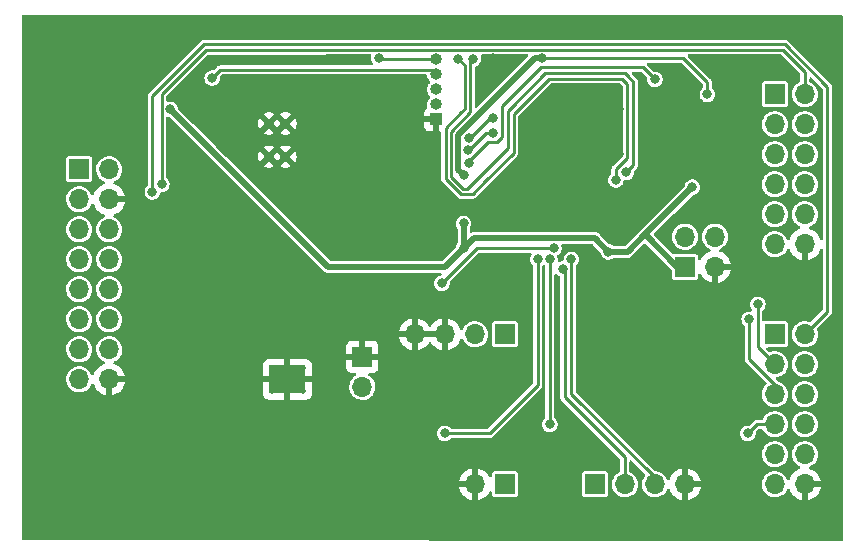
<source format=gbr>
%TF.GenerationSoftware,KiCad,Pcbnew,6.0.11+dfsg-1*%
%TF.CreationDate,2023-02-19T01:07:10+01:00*%
%TF.ProjectId,Mainboard,4d61696e-626f-4617-9264-2e6b69636164,rev?*%
%TF.SameCoordinates,Original*%
%TF.FileFunction,Copper,L2,Bot*%
%TF.FilePolarity,Positive*%
%FSLAX46Y46*%
G04 Gerber Fmt 4.6, Leading zero omitted, Abs format (unit mm)*
G04 Created by KiCad (PCBNEW 6.0.11+dfsg-1) date 2023-02-19 01:07:10*
%MOMM*%
%LPD*%
G01*
G04 APERTURE LIST*
%TA.AperFunction,ComponentPad*%
%ADD10R,1.700000X1.700000*%
%TD*%
%TA.AperFunction,ComponentPad*%
%ADD11O,1.700000X1.700000*%
%TD*%
%TA.AperFunction,ComponentPad*%
%ADD12R,1.000000X1.000000*%
%TD*%
%TA.AperFunction,ComponentPad*%
%ADD13O,1.000000X1.000000*%
%TD*%
%TA.AperFunction,ComponentPad*%
%ADD14C,0.858000*%
%TD*%
%TA.AperFunction,ComponentPad*%
%ADD15C,0.500000*%
%TD*%
%TA.AperFunction,SMDPad,CuDef*%
%ADD16R,3.100000X2.410000*%
%TD*%
%TA.AperFunction,ViaPad*%
%ADD17C,0.800000*%
%TD*%
%TA.AperFunction,Conductor*%
%ADD18C,0.500000*%
%TD*%
%TA.AperFunction,Conductor*%
%ADD19C,0.250000*%
%TD*%
G04 APERTURE END LIST*
D10*
%TO.P,J4,1,Pin_1*%
%TO.N,Net-(J4-Pad1)*%
X173990000Y-67310000D03*
D11*
%TO.P,J4,2,Pin_2*%
%TO.N,/RCON_AUD*%
X176530000Y-67310000D03*
%TO.P,J4,3,Pin_3*%
%TO.N,/RCON_X*%
X173990000Y-69850000D03*
%TO.P,J4,4,Pin_4*%
%TO.N,/RCON_SPEZ*%
X176530000Y-69850000D03*
%TO.P,J4,5,Pin_5*%
%TO.N,/RCON_Y*%
X173990000Y-72390000D03*
%TO.P,J4,6,Pin_6*%
%TO.N,/RCON_JB*%
X176530000Y-72390000D03*
%TO.P,J4,7,Pin_7*%
%TO.N,/LCON_BM_A*%
X173990000Y-74930000D03*
%TO.P,J4,8,Pin_8*%
%TO.N,/RCON_BM_1*%
X176530000Y-74930000D03*
%TO.P,J4,9,Pin_9*%
%TO.N,/LCON_BM_B*%
X173990000Y-77470000D03*
%TO.P,J4,10,Pin_10*%
%TO.N,/RCON_BM_2*%
X176530000Y-77470000D03*
%TO.P,J4,11,Pin_11*%
%TO.N,/LCON_BM_C*%
X173990000Y-80010000D03*
%TO.P,J4,12,Pin_12*%
%TO.N,-BATT*%
X176530000Y-80010000D03*
%TD*%
D12*
%TO.P,J1,1,Pin_1*%
%TO.N,-BATT*%
X145288000Y-49116000D03*
D13*
%TO.P,J1,2,Pin_2*%
%TO.N,/ATX_SCK*%
X145288000Y-47846000D03*
%TO.P,J1,3,Pin_3*%
%TO.N,/ATX_MISO*%
X145288000Y-46576000D03*
%TO.P,J1,4,Pin_4*%
%TO.N,/ESP_EN*%
X145288000Y-45306000D03*
%TO.P,J1,5,Pin_5*%
%TO.N,/ESP_BOOT*%
X145288000Y-44036000D03*
%TD*%
D14*
%TO.P,U1,39,GND*%
%TO.N,-BATT*%
X132550000Y-49465000D03*
X132550000Y-52265000D03*
X131150000Y-52265000D03*
X131150000Y-49465000D03*
%TD*%
D10*
%TO.P,J3,1,Pin_1*%
%TO.N,Net-(J3-Pad1)*%
X173990000Y-46990000D03*
D11*
%TO.P,J3,2,Pin_2*%
%TO.N,/LCON_AUD*%
X176530000Y-46990000D03*
%TO.P,J3,3,Pin_3*%
%TO.N,/LCON_X*%
X173990000Y-49530000D03*
%TO.P,J3,4,Pin_4*%
%TO.N,/LCON_SPEZ*%
X176530000Y-49530000D03*
%TO.P,J3,5,Pin_5*%
%TO.N,/LCON_Y*%
X173990000Y-52070000D03*
%TO.P,J3,6,Pin_6*%
%TO.N,/LCON_JB*%
X176530000Y-52070000D03*
%TO.P,J3,7,Pin_7*%
%TO.N,/LCON_BM_A*%
X173990000Y-54610000D03*
%TO.P,J3,8,Pin_8*%
%TO.N,/LCON_BM_1*%
X176530000Y-54610000D03*
%TO.P,J3,9,Pin_9*%
%TO.N,/LCON_BM_B*%
X173990000Y-57150000D03*
%TO.P,J3,10,Pin_10*%
%TO.N,/LCON_BM_2*%
X176530000Y-57150000D03*
%TO.P,J3,11,Pin_11*%
%TO.N,/LCON_BM_C*%
X173990000Y-59690000D03*
%TO.P,J3,12,Pin_12*%
%TO.N,-BATT*%
X176530000Y-59690000D03*
%TD*%
D10*
%TO.P,J5,1,Pin_1*%
%TO.N,VCC*%
X166370000Y-61595000D03*
D11*
%TO.P,J5,2,Pin_2*%
%TO.N,/PDI_DATA*%
X166370000Y-59055000D03*
%TO.P,J5,3,Pin_3*%
%TO.N,-BATT*%
X168910000Y-61595000D03*
%TO.P,J5,4,Pin_4*%
%TO.N,/PDI_CLK*%
X168910000Y-59055000D03*
%TD*%
D10*
%TO.P,J6,1,Pin_1*%
%TO.N,Net-(J6-Pad1)*%
X158750000Y-80010000D03*
D11*
%TO.P,J6,2,Pin_2*%
%TO.N,/USB_D-*%
X161290000Y-80010000D03*
%TO.P,J6,3,Pin_3*%
%TO.N,/USB_D+*%
X163830000Y-80010000D03*
%TO.P,J6,4,Pin_4*%
%TO.N,-BATT*%
X166370000Y-80010000D03*
%TD*%
D10*
%TO.P,J7,1,Pin_1*%
%TO.N,-BATT*%
X139065000Y-69215000D03*
D11*
%TO.P,J7,2,Pin_2*%
%TO.N,+BATT*%
X139065000Y-71755000D03*
%TD*%
D10*
%TO.P,J8,1,Pin_1*%
%TO.N,Net-(D1-Pad1)*%
X151130000Y-80010000D03*
D11*
%TO.P,J8,2,Pin_2*%
%TO.N,-BATT*%
X148590000Y-80010000D03*
%TD*%
D10*
%TO.P,J9,1,Pin_1*%
%TO.N,+VSW*%
X151130000Y-67310000D03*
D11*
%TO.P,J9,2,Pin_2*%
X148590000Y-67310000D03*
%TO.P,J9,3,Pin_3*%
%TO.N,-BATT*%
X146050000Y-67310000D03*
%TO.P,J9,4,Pin_4*%
X143510000Y-67310000D03*
%TD*%
D15*
%TO.P,U4,9,GND*%
%TO.N,-BATT*%
X131415000Y-70165000D03*
X132715000Y-70165000D03*
X134015000Y-70165000D03*
X134015000Y-72075000D03*
X131415000Y-72075000D03*
D16*
X132715000Y-71120000D03*
D15*
X132715000Y-72075000D03*
%TD*%
D10*
%TO.P,J2,1,Pin_1*%
%TO.N,/HUB75_R1*%
X115095000Y-53340000D03*
D11*
%TO.P,J2,2,Pin_2*%
%TO.N,/HUB75_G1*%
X117635000Y-53340000D03*
%TO.P,J2,3,Pin_3*%
%TO.N,/HUB75_B1*%
X115095000Y-55880000D03*
%TO.P,J2,4,Pin_4*%
%TO.N,-BATT*%
X117635000Y-55880000D03*
%TO.P,J2,5,Pin_5*%
%TO.N,/HUB75_R2*%
X115095000Y-58420000D03*
%TO.P,J2,6,Pin_6*%
%TO.N,/HUB75_G2*%
X117635000Y-58420000D03*
%TO.P,J2,7,Pin_7*%
%TO.N,/HUB75_B2*%
X115095000Y-60960000D03*
%TO.P,J2,8,Pin_8*%
%TO.N,/HUB75_E*%
X117635000Y-60960000D03*
%TO.P,J2,9,Pin_9*%
%TO.N,/HUB75_A*%
X115095000Y-63500000D03*
%TO.P,J2,10,Pin_10*%
%TO.N,/ESP_BOOT*%
X117635000Y-63500000D03*
%TO.P,J2,11,Pin_11*%
%TO.N,/HUB75_C*%
X115095000Y-66040000D03*
%TO.P,J2,12,Pin_12*%
%TO.N,/HUB75_D*%
X117635000Y-66040000D03*
%TO.P,J2,13,Pin_13*%
%TO.N,/HUB75_CLK*%
X115095000Y-68580000D03*
%TO.P,J2,14,Pin_14*%
%TO.N,/HUB75_LAT*%
X117635000Y-68580000D03*
%TO.P,J2,15,Pin_15*%
%TO.N,/HUB75_OE*%
X115095000Y-71120000D03*
%TO.P,J2,16,Pin_16*%
%TO.N,-BATT*%
X117635000Y-71120000D03*
%TD*%
D17*
%TO.N,VCC*%
X167005000Y-54842696D03*
X147630000Y-57912000D03*
X168275000Y-46990000D03*
X154305000Y-43935999D03*
X159900010Y-60325000D03*
X147640000Y-60010000D03*
X147629995Y-53848000D03*
X122805000Y-48260000D03*
%TO.N,/ESP_BOOT*%
X140462000Y-43942000D03*
%TO.N,/ESP_EN*%
X126351000Y-45616000D03*
%TO.N,/ATX_CS*%
X148102561Y-50711536D03*
X150114000Y-49022000D03*
%TO.N,/ATX_MOSI*%
X150114000Y-50292000D03*
X147999918Y-51706259D03*
%TO.N,/LCON_BM_A*%
X171704000Y-75692000D03*
%TO.N,/LCON_AUD*%
X122080000Y-54610000D03*
%TO.N,/RCON_Y*%
X171814998Y-66040000D03*
%TO.N,/RCON_X*%
X172539998Y-64770000D03*
%TO.N,/RCON_AUD*%
X121285000Y-55245000D03*
%TO.N,/PDI_CLK*%
X161417000Y-53594000D03*
X148463000Y-43979500D03*
%TO.N,/PDI_DATA*%
X160528000Y-54229000D03*
X147193000Y-43979500D03*
%TO.N,-BATT*%
X159258000Y-61214000D03*
X122428000Y-41402000D03*
X135255000Y-52070000D03*
X135255000Y-58420000D03*
X157480000Y-55880000D03*
X177800000Y-82550000D03*
X148590000Y-62230000D03*
X158750000Y-66675000D03*
X148844000Y-57658000D03*
X177800000Y-41910000D03*
X151130000Y-70485000D03*
X132080000Y-78740000D03*
X150825999Y-62280001D03*
X140970000Y-73660000D03*
X153670000Y-48260000D03*
X126365000Y-48895000D03*
X162560000Y-72390000D03*
X156210000Y-76200000D03*
X157480000Y-48260000D03*
X127000000Y-76200000D03*
X149860000Y-46355000D03*
X169164000Y-55626000D03*
X128905000Y-45720000D03*
X145415000Y-64770000D03*
X135255000Y-55245000D03*
X138430000Y-45720000D03*
X123190000Y-50165000D03*
X138430000Y-48895000D03*
X144145000Y-80010000D03*
X159385000Y-50165000D03*
X135255000Y-48895000D03*
X135255000Y-45720000D03*
X127000000Y-71120000D03*
X136398000Y-71120000D03*
X170180000Y-81280000D03*
X126365000Y-58420000D03*
X168910000Y-64770000D03*
X165354000Y-47244000D03*
X132080000Y-55245000D03*
X157480000Y-77470000D03*
X155575000Y-53975000D03*
X138430000Y-55245000D03*
X172085000Y-51435000D03*
X165100000Y-64135000D03*
X138430000Y-52070000D03*
X140335000Y-60325000D03*
X128905000Y-52070000D03*
X144018000Y-53086000D03*
X137160000Y-77470000D03*
X162560000Y-62865000D03*
X137160000Y-82550000D03*
X153416000Y-73914000D03*
X169545000Y-69850000D03*
X160655000Y-69850000D03*
X153670000Y-52070000D03*
X158750000Y-71120000D03*
X140208000Y-80010000D03*
X128905000Y-48895000D03*
X157480000Y-52070000D03*
X150114000Y-43942000D03*
X138430000Y-58420000D03*
X160782000Y-52070000D03*
X126365000Y-55245000D03*
X143510000Y-70485000D03*
X148971000Y-56007000D03*
X153670000Y-55880000D03*
X158750000Y-68580000D03*
X166370000Y-76200000D03*
X159385000Y-53975000D03*
X129540000Y-67310000D03*
X155575000Y-50165000D03*
X160782000Y-48260000D03*
X166370000Y-66675000D03*
X124460000Y-60960000D03*
X128905000Y-58420000D03*
X154940000Y-80010000D03*
X126365000Y-41910000D03*
X169545000Y-71939999D03*
X132080000Y-45720000D03*
X173990000Y-63500000D03*
%TO.N,/PWRBTN_IN*%
X154939996Y-60960000D03*
X154940000Y-74930000D03*
%TO.N,/KEEPALIVE*%
X146050000Y-75692000D03*
X153924000Y-60960000D03*
%TO.N,/USB_D+*%
X156755000Y-60960000D03*
%TO.N,/USB_D-*%
X156030000Y-61773375D03*
%TO.N,/BATT_MEAS*%
X163830000Y-45720000D03*
X148082000Y-52832000D03*
%TO.N,/BATT_NCHRG*%
X155279888Y-60019522D03*
X145796000Y-62992000D03*
%TD*%
D18*
%TO.N,VCC*%
X148480480Y-59169520D02*
X158744530Y-59169520D01*
X147640000Y-60010000D02*
X148480480Y-59169520D01*
X146055000Y-61595000D02*
X147640000Y-60010000D01*
X136140000Y-61595000D02*
X146055000Y-61595000D01*
X154305000Y-43935999D02*
X153930001Y-43935999D01*
X162993848Y-58853848D02*
X167005000Y-54842696D01*
X153676001Y-43935999D02*
X147149916Y-50462084D01*
X147149916Y-50462084D02*
X147149916Y-53367921D01*
X122805000Y-48260000D02*
X136140000Y-61595000D01*
D19*
X168275000Y-45961998D02*
X168275000Y-46990000D01*
X166249001Y-43935999D02*
X168275000Y-45961998D01*
D18*
X166370000Y-61595000D02*
X165735000Y-61595000D01*
D19*
X154305000Y-43935999D02*
X166249001Y-43935999D01*
D18*
X147149916Y-53367921D02*
X147629995Y-53848000D01*
X154305000Y-43935999D02*
X153676001Y-43935999D01*
X159900010Y-60325000D02*
X161522696Y-60325000D01*
X161522696Y-60325000D02*
X162993848Y-58853848D01*
X147640000Y-58120000D02*
X147630000Y-58110000D01*
X165735000Y-61595000D02*
X162993848Y-58853848D01*
X158744530Y-59169520D02*
X159900010Y-60325000D01*
X147640000Y-60010000D02*
X147640000Y-58120000D01*
D19*
%TO.N,/ESP_BOOT*%
X140556000Y-44036000D02*
X140462000Y-43942000D01*
X145288000Y-44036000D02*
X140556000Y-44036000D01*
%TO.N,/ESP_EN*%
X126351000Y-45616000D02*
X127041000Y-44926000D01*
X127041000Y-44926000D02*
X144908000Y-44926000D01*
X144908000Y-44926000D02*
X145288000Y-45306000D01*
%TO.N,/ATX_CS*%
X149860000Y-49022000D02*
X148170464Y-50711536D01*
X150114000Y-49022000D02*
X149860000Y-49022000D01*
X148170464Y-50711536D02*
X148102561Y-50711536D01*
%TO.N,/ATX_MOSI*%
X148134056Y-51706259D02*
X147999918Y-51706259D01*
X150114000Y-50292000D02*
X149548315Y-50292000D01*
X149548315Y-50292000D02*
X148134056Y-51706259D01*
%TO.N,/LCON_BM_A*%
X172466000Y-74930000D02*
X171704000Y-75692000D01*
X173990000Y-74930000D02*
X172466000Y-74930000D01*
%TO.N,/LCON_AUD*%
X122080000Y-46990000D02*
X122080000Y-54610000D01*
X174655999Y-43210999D02*
X135859001Y-43210999D01*
X135810000Y-43260000D02*
X135859001Y-43210999D01*
X125859001Y-43210999D02*
X125810000Y-43260000D01*
X125810000Y-43260000D02*
X122080000Y-46990000D01*
X176530000Y-45085000D02*
X174655999Y-43210999D01*
X125810000Y-43260000D02*
X135810000Y-43260000D01*
X176530000Y-46990000D02*
X176530000Y-45085000D01*
%TO.N,/RCON_Y*%
X173990000Y-71589002D02*
X173990000Y-72390000D01*
X171814998Y-66040000D02*
X171814998Y-69414000D01*
X171814998Y-69414000D02*
X173990000Y-71589002D01*
%TO.N,/RCON_X*%
X172539998Y-64770000D02*
X172539998Y-68399998D01*
X172539998Y-68399998D02*
X173990000Y-69850000D01*
%TO.N,/RCON_AUD*%
X121285000Y-47148590D02*
X125672600Y-42760990D01*
X178435000Y-46353590D02*
X178435000Y-65405000D01*
X121285000Y-55245000D02*
X121285000Y-47148590D01*
X178435000Y-65405000D02*
X176530000Y-67310000D01*
X125672600Y-42760990D02*
X174842400Y-42760990D01*
X174842400Y-42760990D02*
X178435000Y-46353590D01*
%TO.N,/PDI_CLK*%
X147945695Y-54991000D02*
X147574000Y-54991000D01*
X146574916Y-53991916D02*
X146574916Y-50148084D01*
X151384000Y-50673000D02*
X151384000Y-51552695D01*
X151638000Y-48133000D02*
X151384000Y-48387000D01*
X162015000Y-45937000D02*
X161544000Y-45466000D01*
X148209000Y-48514000D02*
X148209000Y-44958000D01*
X161417000Y-53594000D02*
X162015000Y-52996000D01*
X162015000Y-52996000D02*
X162015000Y-45937000D01*
X147574000Y-54991000D02*
X146574916Y-53991916D01*
X151384000Y-51552695D02*
X147945695Y-54991000D01*
X148209000Y-44233500D02*
X148463000Y-43979500D01*
X151384000Y-48387000D02*
X151384000Y-50673000D01*
X146574916Y-50148084D02*
X148209000Y-48514000D01*
X148209000Y-44958000D02*
X148209000Y-44233500D01*
X154559000Y-45212000D02*
X151638000Y-48133000D01*
X161290000Y-45212000D02*
X155067000Y-45212000D01*
X161544000Y-45466000D02*
X161290000Y-45212000D01*
X155067000Y-45212000D02*
X154559000Y-45212000D01*
%TO.N,/PDI_DATA*%
X146124916Y-54178312D02*
X146124916Y-50292000D01*
X148394000Y-55441000D02*
X147387604Y-55441000D01*
X147759000Y-44958000D02*
X147759000Y-44545500D01*
X161507000Y-52370305D02*
X161507000Y-46133000D01*
X147759000Y-48202000D02*
X147759000Y-44958000D01*
X147447000Y-48514000D02*
X147759000Y-48202000D01*
X165825000Y-59055000D02*
X166370000Y-59055000D01*
X160528000Y-53349305D02*
X161507000Y-52370305D01*
X151892000Y-51943000D02*
X149479000Y-54356000D01*
X154871000Y-45662000D02*
X151892000Y-48641000D01*
X146124916Y-50292000D02*
X146124916Y-49836084D01*
X151892000Y-48641000D02*
X151892000Y-51943000D01*
X146124916Y-49836084D02*
X147447000Y-48514000D01*
X161036000Y-45662000D02*
X154871000Y-45662000D01*
X147387604Y-55441000D02*
X146124916Y-54178312D01*
X149479000Y-54356000D02*
X148394000Y-55441000D01*
X147759000Y-44545500D02*
X147193000Y-43979500D01*
X160528000Y-54229000D02*
X160528000Y-53349305D01*
X161507000Y-46133000D02*
X161036000Y-45662000D01*
%TO.N,/PWRBTN_IN*%
X154939996Y-60960000D02*
X154939996Y-74929996D01*
X154939996Y-74929996D02*
X154940000Y-74930000D01*
%TO.N,/KEEPALIVE*%
X149860000Y-75692000D02*
X146050000Y-75692000D01*
X153924000Y-61525685D02*
X153924000Y-60960000D01*
X153924000Y-64965153D02*
X153924000Y-71628000D01*
X153924000Y-71628000D02*
X149860000Y-75692000D01*
X153924000Y-64965153D02*
X153924000Y-61525685D01*
%TO.N,/USB_D+*%
X156755000Y-60960000D02*
X156755000Y-72353000D01*
X163830000Y-79428000D02*
X163830000Y-80010000D01*
X156755000Y-72353000D02*
X163830000Y-79428000D01*
%TO.N,/USB_D-*%
X161290000Y-80010000D02*
X161290000Y-77724000D01*
X156210000Y-72644000D02*
X156210000Y-61953375D01*
X161290000Y-77724000D02*
X156210000Y-72644000D01*
X156210000Y-61953375D02*
X156030000Y-61773375D01*
%TO.N,/BATT_MEAS*%
X149677485Y-51054000D02*
X150425002Y-51054000D01*
X154178000Y-44704000D02*
X162814000Y-44704000D01*
X162814000Y-44704000D02*
X163830000Y-45720000D01*
X148058067Y-52770779D02*
X148058067Y-52673418D01*
X150425002Y-51054000D02*
X150876000Y-50603002D01*
X150876000Y-50603002D02*
X150876000Y-48006000D01*
X148058067Y-52673418D02*
X149677485Y-51054000D01*
X150876000Y-48006000D02*
X154178000Y-44704000D01*
%TO.N,/BATT_NCHRG*%
X145796000Y-62992000D02*
X148768478Y-60019522D01*
X148768478Y-60019522D02*
X153791476Y-60019522D01*
X153791476Y-60019522D02*
X155279888Y-60019522D01*
%TD*%
%TA.AperFunction,Conductor*%
%TO.N,-BATT*%
G36*
X179687621Y-40274502D02*
G01*
X179734114Y-40328158D01*
X179745500Y-40380500D01*
X179745500Y-84709010D01*
X179725498Y-84777131D01*
X179671842Y-84823624D01*
X179619339Y-84835010D01*
X110380337Y-84745989D01*
X110312243Y-84725899D01*
X110265819Y-84672184D01*
X110254500Y-84619989D01*
X110254500Y-80277966D01*
X147258257Y-80277966D01*
X147288565Y-80412446D01*
X147291645Y-80422275D01*
X147371770Y-80619603D01*
X147376413Y-80628794D01*
X147487694Y-80810388D01*
X147493777Y-80818699D01*
X147633213Y-80979667D01*
X147640580Y-80986883D01*
X147804434Y-81122916D01*
X147812881Y-81128831D01*
X147996756Y-81236279D01*
X148006042Y-81240729D01*
X148205001Y-81316703D01*
X148214899Y-81319579D01*
X148318250Y-81340606D01*
X148332299Y-81339410D01*
X148336000Y-81329065D01*
X148336000Y-81328517D01*
X148844000Y-81328517D01*
X148848064Y-81342359D01*
X148861478Y-81344393D01*
X148868184Y-81343534D01*
X148878262Y-81341392D01*
X149082255Y-81280191D01*
X149091842Y-81276433D01*
X149283095Y-81182739D01*
X149291945Y-81177464D01*
X149465328Y-81053792D01*
X149473200Y-81047139D01*
X149624052Y-80896812D01*
X149630730Y-80888965D01*
X149755003Y-80716020D01*
X149760310Y-80707188D01*
X149786544Y-80654109D01*
X149834658Y-80601903D01*
X149903360Y-80583996D01*
X149970836Y-80606075D01*
X150015664Y-80661129D01*
X150025501Y-80709937D01*
X150025501Y-80885066D01*
X150040266Y-80959301D01*
X150047161Y-80969620D01*
X150047162Y-80969622D01*
X150087516Y-81030015D01*
X150096516Y-81043484D01*
X150180699Y-81099734D01*
X150254933Y-81114500D01*
X151129858Y-81114500D01*
X152005066Y-81114499D01*
X152040818Y-81107388D01*
X152067126Y-81102156D01*
X152067128Y-81102155D01*
X152079301Y-81099734D01*
X152089621Y-81092839D01*
X152089622Y-81092838D01*
X152153168Y-81050377D01*
X152163484Y-81043484D01*
X152219734Y-80959301D01*
X152234500Y-80885067D01*
X152234499Y-79134934D01*
X152234499Y-79134933D01*
X157645500Y-79134933D01*
X157645501Y-80885066D01*
X157660266Y-80959301D01*
X157667161Y-80969620D01*
X157667162Y-80969622D01*
X157707516Y-81030015D01*
X157716516Y-81043484D01*
X157800699Y-81099734D01*
X157874933Y-81114500D01*
X158749858Y-81114500D01*
X159625066Y-81114499D01*
X159660818Y-81107388D01*
X159687126Y-81102156D01*
X159687128Y-81102155D01*
X159699301Y-81099734D01*
X159709621Y-81092839D01*
X159709622Y-81092838D01*
X159773168Y-81050377D01*
X159783484Y-81043484D01*
X159839734Y-80959301D01*
X159854500Y-80885067D01*
X159854499Y-79134934D01*
X159839734Y-79060699D01*
X159813654Y-79021667D01*
X159790377Y-78986832D01*
X159783484Y-78976516D01*
X159699301Y-78920266D01*
X159625067Y-78905500D01*
X158750142Y-78905500D01*
X157874934Y-78905501D01*
X157839182Y-78912612D01*
X157812874Y-78917844D01*
X157812872Y-78917845D01*
X157800699Y-78920266D01*
X157790379Y-78927161D01*
X157790378Y-78927162D01*
X157741256Y-78959985D01*
X157716516Y-78976516D01*
X157660266Y-79060699D01*
X157645500Y-79134933D01*
X152234499Y-79134933D01*
X152219734Y-79060699D01*
X152193654Y-79021667D01*
X152170377Y-78986832D01*
X152163484Y-78976516D01*
X152079301Y-78920266D01*
X152005067Y-78905500D01*
X151130142Y-78905500D01*
X150254934Y-78905501D01*
X150219182Y-78912612D01*
X150192874Y-78917844D01*
X150192872Y-78917845D01*
X150180699Y-78920266D01*
X150170379Y-78927161D01*
X150170378Y-78927162D01*
X150121256Y-78959985D01*
X150096516Y-78976516D01*
X150040266Y-79060699D01*
X150025500Y-79134933D01*
X150025500Y-79302852D01*
X150005498Y-79370973D01*
X149951842Y-79417466D01*
X149881568Y-79427570D01*
X149816988Y-79398076D01*
X149791235Y-79365868D01*
X149790912Y-79366077D01*
X149788836Y-79362868D01*
X149788453Y-79362389D01*
X149788099Y-79361729D01*
X149672426Y-79182926D01*
X149666136Y-79174757D01*
X149522806Y-79017240D01*
X149515273Y-79010215D01*
X149348139Y-78878222D01*
X149339552Y-78872517D01*
X149153117Y-78769599D01*
X149143705Y-78765369D01*
X148942959Y-78694280D01*
X148932988Y-78691646D01*
X148861837Y-78678972D01*
X148848540Y-78680432D01*
X148844000Y-78694989D01*
X148844000Y-81328517D01*
X148336000Y-81328517D01*
X148336000Y-80282115D01*
X148331525Y-80266876D01*
X148330135Y-80265671D01*
X148322452Y-80264000D01*
X147273225Y-80264000D01*
X147259694Y-80267973D01*
X147258257Y-80277966D01*
X110254500Y-80277966D01*
X110254500Y-79744183D01*
X147254389Y-79744183D01*
X147255912Y-79752607D01*
X147268292Y-79756000D01*
X148317885Y-79756000D01*
X148333124Y-79751525D01*
X148334329Y-79750135D01*
X148336000Y-79742452D01*
X148336000Y-78693102D01*
X148332082Y-78679758D01*
X148317806Y-78677771D01*
X148279324Y-78683660D01*
X148269288Y-78686051D01*
X148066868Y-78752212D01*
X148057359Y-78756209D01*
X147868463Y-78854542D01*
X147859738Y-78860036D01*
X147689433Y-78987905D01*
X147681726Y-78994748D01*
X147534590Y-79148717D01*
X147528104Y-79156727D01*
X147408098Y-79332649D01*
X147403000Y-79341623D01*
X147313338Y-79534783D01*
X147309775Y-79544470D01*
X147254389Y-79744183D01*
X110254500Y-79744183D01*
X110254500Y-71090964D01*
X113986148Y-71090964D01*
X113999424Y-71293522D01*
X114000845Y-71299118D01*
X114000846Y-71299123D01*
X114027187Y-71402837D01*
X114049392Y-71490269D01*
X114051809Y-71495512D01*
X114114266Y-71630991D01*
X114134377Y-71674616D01*
X114153471Y-71701633D01*
X114231943Y-71812669D01*
X114251533Y-71840389D01*
X114255675Y-71844424D01*
X114269974Y-71858353D01*
X114396938Y-71982035D01*
X114565720Y-72094812D01*
X114571023Y-72097090D01*
X114571026Y-72097092D01*
X114729355Y-72165115D01*
X114752228Y-72174942D01*
X114809313Y-72187859D01*
X114944579Y-72218467D01*
X114944584Y-72218468D01*
X114950216Y-72219742D01*
X114955987Y-72219969D01*
X114955989Y-72219969D01*
X115015756Y-72222317D01*
X115153053Y-72227712D01*
X115266879Y-72211208D01*
X115348231Y-72199413D01*
X115348236Y-72199412D01*
X115353945Y-72198584D01*
X115359409Y-72196729D01*
X115359414Y-72196728D01*
X115540693Y-72135192D01*
X115540698Y-72135190D01*
X115546165Y-72133334D01*
X115570711Y-72119588D01*
X115656824Y-72071362D01*
X115723276Y-72034147D01*
X115734039Y-72025196D01*
X115854517Y-71924994D01*
X115879345Y-71904345D01*
X115952217Y-71816727D01*
X116005453Y-71752718D01*
X116005455Y-71752715D01*
X116009147Y-71748276D01*
X116079502Y-71622648D01*
X116105510Y-71576208D01*
X116105511Y-71576206D01*
X116108334Y-71571165D01*
X116110720Y-71564135D01*
X116111170Y-71563496D01*
X116112541Y-71560416D01*
X116113146Y-71560685D01*
X116151553Y-71506059D01*
X116217305Y-71479278D01*
X116287098Y-71492295D01*
X116338773Y-71540980D01*
X116346777Y-71557229D01*
X116416770Y-71729603D01*
X116421413Y-71738794D01*
X116532694Y-71920388D01*
X116538777Y-71928699D01*
X116678213Y-72089667D01*
X116685580Y-72096883D01*
X116849434Y-72232916D01*
X116857881Y-72238831D01*
X117041756Y-72346279D01*
X117051042Y-72350729D01*
X117250001Y-72426703D01*
X117259899Y-72429579D01*
X117363250Y-72450606D01*
X117377299Y-72449410D01*
X117381000Y-72439065D01*
X117381000Y-72438517D01*
X117889000Y-72438517D01*
X117893064Y-72452359D01*
X117906478Y-72454393D01*
X117913184Y-72453534D01*
X117923262Y-72451392D01*
X118127255Y-72390191D01*
X118136842Y-72386433D01*
X118328095Y-72292739D01*
X118336945Y-72287464D01*
X118510328Y-72163792D01*
X118518200Y-72157139D01*
X118604277Y-72071362D01*
X130652966Y-72071362D01*
X130656400Y-72106387D01*
X130657001Y-72118683D01*
X130657001Y-72369669D01*
X130657371Y-72376490D01*
X130662895Y-72427352D01*
X130666521Y-72442604D01*
X130711676Y-72563054D01*
X130720214Y-72578649D01*
X130796715Y-72680724D01*
X130809276Y-72693285D01*
X130911351Y-72769786D01*
X130926946Y-72778324D01*
X131047394Y-72823478D01*
X131062649Y-72827105D01*
X131113514Y-72832631D01*
X131120328Y-72833000D01*
X131355965Y-72833000D01*
X131372629Y-72834107D01*
X131392044Y-72836697D01*
X131406040Y-72836991D01*
X131444186Y-72833519D01*
X131455606Y-72833000D01*
X132442885Y-72833000D01*
X132458124Y-72828525D01*
X132459329Y-72827135D01*
X132461000Y-72819452D01*
X132461000Y-72814884D01*
X132969000Y-72814884D01*
X132973475Y-72830123D01*
X132974865Y-72831328D01*
X132982548Y-72832999D01*
X133955957Y-72832999D01*
X133972622Y-72834106D01*
X133992044Y-72836698D01*
X134006040Y-72836991D01*
X134044195Y-72833518D01*
X134055615Y-72832999D01*
X134309669Y-72832999D01*
X134316490Y-72832629D01*
X134367352Y-72827105D01*
X134382604Y-72823479D01*
X134503054Y-72778324D01*
X134518649Y-72769786D01*
X134620724Y-72693285D01*
X134633285Y-72680724D01*
X134709786Y-72578649D01*
X134718324Y-72563054D01*
X134763478Y-72442606D01*
X134767105Y-72427351D01*
X134772631Y-72376486D01*
X134773000Y-72369672D01*
X134773000Y-72137124D01*
X134774226Y-72119588D01*
X134776948Y-72100222D01*
X134777554Y-72092338D01*
X134777741Y-72078962D01*
X134777354Y-72071062D01*
X134773785Y-72039241D01*
X134773000Y-72025196D01*
X134773000Y-71392115D01*
X134768525Y-71376876D01*
X134767135Y-71375671D01*
X134759452Y-71374000D01*
X132987115Y-71374000D01*
X132971876Y-71378475D01*
X132970671Y-71379865D01*
X132969000Y-71387548D01*
X132969000Y-72814884D01*
X132461000Y-72814884D01*
X132461000Y-71392115D01*
X132456525Y-71376876D01*
X132455135Y-71375671D01*
X132447452Y-71374000D01*
X130675116Y-71374000D01*
X130659877Y-71378475D01*
X130658672Y-71379865D01*
X130657001Y-71387548D01*
X130657001Y-72019040D01*
X130656007Y-72034833D01*
X130653162Y-72057356D01*
X130652966Y-72071362D01*
X118604277Y-72071362D01*
X118669052Y-72006812D01*
X118675730Y-71998965D01*
X118800003Y-71826020D01*
X118805313Y-71817183D01*
X118899670Y-71626267D01*
X118903469Y-71616672D01*
X118965377Y-71412910D01*
X118967555Y-71402837D01*
X118968986Y-71391962D01*
X118966775Y-71377778D01*
X118953617Y-71374000D01*
X117907115Y-71374000D01*
X117891876Y-71378475D01*
X117890671Y-71379865D01*
X117889000Y-71387548D01*
X117889000Y-72438517D01*
X117381000Y-72438517D01*
X117381000Y-70992000D01*
X117401002Y-70923879D01*
X117454658Y-70877386D01*
X117507000Y-70866000D01*
X118953344Y-70866000D01*
X118966875Y-70862027D01*
X118968180Y-70852947D01*
X118926214Y-70685875D01*
X118922894Y-70676124D01*
X118837972Y-70480814D01*
X118833105Y-70471739D01*
X118717426Y-70292926D01*
X118711136Y-70284757D01*
X118598855Y-70161362D01*
X130652966Y-70161362D01*
X130656399Y-70196378D01*
X130657000Y-70208674D01*
X130657000Y-70847885D01*
X130661475Y-70863124D01*
X130662865Y-70864329D01*
X130670548Y-70866000D01*
X132442885Y-70866000D01*
X132458124Y-70861525D01*
X132459329Y-70860135D01*
X132461000Y-70852452D01*
X132461000Y-70847885D01*
X132969000Y-70847885D01*
X132973475Y-70863124D01*
X132974865Y-70864329D01*
X132982548Y-70866000D01*
X134754884Y-70866000D01*
X134770123Y-70861525D01*
X134771328Y-70860135D01*
X134772999Y-70852452D01*
X134772999Y-70227130D01*
X134774225Y-70209593D01*
X134776948Y-70190219D01*
X134777554Y-70182340D01*
X134777741Y-70168962D01*
X134777354Y-70161062D01*
X134773784Y-70129233D01*
X134772999Y-70115188D01*
X134772999Y-70109669D01*
X137707001Y-70109669D01*
X137707371Y-70116490D01*
X137712895Y-70167352D01*
X137716521Y-70182604D01*
X137761676Y-70303054D01*
X137770214Y-70318649D01*
X137846715Y-70420724D01*
X137859276Y-70433285D01*
X137961351Y-70509786D01*
X137976946Y-70518324D01*
X138097394Y-70563478D01*
X138112649Y-70567105D01*
X138163514Y-70572631D01*
X138170328Y-70573000D01*
X138433180Y-70573000D01*
X138501301Y-70593002D01*
X138547794Y-70646658D01*
X138557898Y-70716932D01*
X138528404Y-70781512D01*
X138497605Y-70807284D01*
X138413010Y-70857612D01*
X138408670Y-70861418D01*
X138408666Y-70861421D01*
X138299127Y-70957485D01*
X138260392Y-70991455D01*
X138134720Y-71150869D01*
X138132031Y-71155980D01*
X138132029Y-71155983D01*
X138119073Y-71180609D01*
X138040203Y-71330515D01*
X138017153Y-71404748D01*
X137984476Y-71509987D01*
X137980007Y-71524378D01*
X137956148Y-71725964D01*
X137969424Y-71928522D01*
X137970845Y-71934118D01*
X137970846Y-71934123D01*
X138017719Y-72118683D01*
X138019392Y-72125269D01*
X138021808Y-72130510D01*
X138021809Y-72130512D01*
X138059010Y-72211208D01*
X138104377Y-72309616D01*
X138107710Y-72314332D01*
X138206695Y-72454393D01*
X138221533Y-72475389D01*
X138366938Y-72617035D01*
X138535720Y-72729812D01*
X138541023Y-72732090D01*
X138541026Y-72732092D01*
X138626062Y-72768626D01*
X138722228Y-72809942D01*
X138782049Y-72823478D01*
X138914579Y-72853467D01*
X138914584Y-72853468D01*
X138920216Y-72854742D01*
X138925987Y-72854969D01*
X138925989Y-72854969D01*
X138985756Y-72857317D01*
X139123053Y-72862712D01*
X139236879Y-72846208D01*
X139318231Y-72834413D01*
X139318236Y-72834412D01*
X139323945Y-72833584D01*
X139329409Y-72831729D01*
X139329414Y-72831728D01*
X139510693Y-72770192D01*
X139510698Y-72770190D01*
X139516165Y-72768334D01*
X139523135Y-72764431D01*
X139637393Y-72700443D01*
X139693276Y-72669147D01*
X139698078Y-72665154D01*
X139820838Y-72563054D01*
X139849345Y-72539345D01*
X139928357Y-72444344D01*
X139975453Y-72387718D01*
X139975455Y-72387715D01*
X139979147Y-72383276D01*
X140066394Y-72227485D01*
X140075510Y-72211208D01*
X140075511Y-72211206D01*
X140078334Y-72206165D01*
X140080190Y-72200698D01*
X140080192Y-72200693D01*
X140141728Y-72019414D01*
X140141729Y-72019409D01*
X140143584Y-72013945D01*
X140144412Y-72008236D01*
X140144413Y-72008231D01*
X140170832Y-71826020D01*
X140172712Y-71813053D01*
X140174232Y-71755000D01*
X140161522Y-71616672D01*
X140156187Y-71558613D01*
X140156186Y-71558610D01*
X140155658Y-71552859D01*
X140152308Y-71540980D01*
X140102125Y-71363046D01*
X140102124Y-71363044D01*
X140100557Y-71357487D01*
X140089978Y-71336033D01*
X140013331Y-71180609D01*
X140010776Y-71175428D01*
X139995349Y-71154768D01*
X139948818Y-71092456D01*
X139889320Y-71012779D01*
X139811645Y-70940977D01*
X139744503Y-70878911D01*
X139740258Y-70874987D01*
X139630224Y-70805561D01*
X139583286Y-70752294D01*
X139572597Y-70682107D01*
X139601552Y-70617282D01*
X139660956Y-70578403D01*
X139697460Y-70572999D01*
X139959669Y-70572999D01*
X139966490Y-70572629D01*
X140017352Y-70567105D01*
X140032604Y-70563479D01*
X140153054Y-70518324D01*
X140168649Y-70509786D01*
X140270724Y-70433285D01*
X140283285Y-70420724D01*
X140359786Y-70318649D01*
X140368324Y-70303054D01*
X140413478Y-70182606D01*
X140417105Y-70167351D01*
X140422631Y-70116486D01*
X140423000Y-70109672D01*
X140423000Y-69487115D01*
X140418525Y-69471876D01*
X140417135Y-69470671D01*
X140409452Y-69469000D01*
X137725116Y-69469000D01*
X137709877Y-69473475D01*
X137708672Y-69474865D01*
X137707001Y-69482548D01*
X137707001Y-70109669D01*
X134772999Y-70109669D01*
X134772999Y-69870331D01*
X134772629Y-69863510D01*
X134767105Y-69812648D01*
X134763479Y-69797396D01*
X134718324Y-69676946D01*
X134709786Y-69661351D01*
X134633285Y-69559276D01*
X134620724Y-69546715D01*
X134518649Y-69470214D01*
X134503054Y-69461676D01*
X134382606Y-69416522D01*
X134367351Y-69412895D01*
X134316486Y-69407369D01*
X134309672Y-69407000D01*
X134067876Y-69407000D01*
X134052958Y-69406114D01*
X134027319Y-69403057D01*
X134013320Y-69402959D01*
X133981437Y-69406310D01*
X133968267Y-69407000D01*
X132987115Y-69407000D01*
X132971876Y-69411475D01*
X132970671Y-69412865D01*
X132969000Y-69420548D01*
X132969000Y-70847885D01*
X132461000Y-70847885D01*
X132461000Y-69425116D01*
X132456525Y-69409877D01*
X132455135Y-69408672D01*
X132447452Y-69407001D01*
X131467883Y-69407001D01*
X131452964Y-69406115D01*
X131427318Y-69403057D01*
X131413321Y-69402959D01*
X131381429Y-69406311D01*
X131368259Y-69407001D01*
X131120331Y-69407001D01*
X131113510Y-69407371D01*
X131062648Y-69412895D01*
X131047396Y-69416521D01*
X130926946Y-69461676D01*
X130911351Y-69470214D01*
X130809276Y-69546715D01*
X130796715Y-69559276D01*
X130720214Y-69661351D01*
X130711676Y-69676946D01*
X130666522Y-69797394D01*
X130662895Y-69812649D01*
X130657369Y-69863514D01*
X130657000Y-69870328D01*
X130657000Y-70109047D01*
X130656007Y-70124839D01*
X130653161Y-70147365D01*
X130652966Y-70161362D01*
X118598855Y-70161362D01*
X118567806Y-70127240D01*
X118560273Y-70120215D01*
X118393139Y-69988222D01*
X118384552Y-69982517D01*
X118198117Y-69879599D01*
X118188705Y-69875369D01*
X118074391Y-69834888D01*
X118016855Y-69793294D01*
X117990939Y-69727196D01*
X118004873Y-69657580D01*
X118054232Y-69606549D01*
X118075943Y-69596804D01*
X118086165Y-69593334D01*
X118093860Y-69589025D01*
X118195004Y-69532381D01*
X118263276Y-69494147D01*
X118277223Y-69482548D01*
X118414913Y-69368031D01*
X118419345Y-69364345D01*
X118478091Y-69293711D01*
X118545453Y-69212718D01*
X118545455Y-69212715D01*
X118549147Y-69208276D01*
X118648334Y-69031165D01*
X118650190Y-69025698D01*
X118650192Y-69025693D01*
X118678302Y-68942885D01*
X137707000Y-68942885D01*
X137711475Y-68958124D01*
X137712865Y-68959329D01*
X137720548Y-68961000D01*
X138792885Y-68961000D01*
X138808124Y-68956525D01*
X138809329Y-68955135D01*
X138811000Y-68947452D01*
X138811000Y-68942885D01*
X139319000Y-68942885D01*
X139323475Y-68958124D01*
X139324865Y-68959329D01*
X139332548Y-68961000D01*
X140404884Y-68961000D01*
X140420123Y-68956525D01*
X140421328Y-68955135D01*
X140422999Y-68947452D01*
X140422999Y-68320331D01*
X140422629Y-68313510D01*
X140417105Y-68262648D01*
X140413479Y-68247396D01*
X140368324Y-68126946D01*
X140359786Y-68111351D01*
X140283285Y-68009276D01*
X140270724Y-67996715D01*
X140168649Y-67920214D01*
X140153054Y-67911676D01*
X140032606Y-67866522D01*
X140017351Y-67862895D01*
X139966486Y-67857369D01*
X139959672Y-67857000D01*
X139337115Y-67857000D01*
X139321876Y-67861475D01*
X139320671Y-67862865D01*
X139319000Y-67870548D01*
X139319000Y-68942885D01*
X138811000Y-68942885D01*
X138811000Y-67875116D01*
X138806525Y-67859877D01*
X138805135Y-67858672D01*
X138797452Y-67857001D01*
X138170331Y-67857001D01*
X138163510Y-67857371D01*
X138112648Y-67862895D01*
X138097396Y-67866521D01*
X137976946Y-67911676D01*
X137961351Y-67920214D01*
X137859276Y-67996715D01*
X137846715Y-68009276D01*
X137770214Y-68111351D01*
X137761676Y-68126946D01*
X137716522Y-68247394D01*
X137712895Y-68262649D01*
X137707369Y-68313514D01*
X137707000Y-68320328D01*
X137707000Y-68942885D01*
X118678302Y-68942885D01*
X118711728Y-68844414D01*
X118711729Y-68844409D01*
X118713584Y-68838945D01*
X118714412Y-68833236D01*
X118714413Y-68833231D01*
X118737489Y-68674077D01*
X118742712Y-68638053D01*
X118744232Y-68580000D01*
X118728914Y-68413291D01*
X118726187Y-68383613D01*
X118726186Y-68383610D01*
X118725658Y-68377859D01*
X118721372Y-68362662D01*
X118672125Y-68188046D01*
X118672124Y-68188044D01*
X118670557Y-68182487D01*
X118659978Y-68161033D01*
X118583331Y-68005609D01*
X118580776Y-68000428D01*
X118459320Y-67837779D01*
X118310258Y-67699987D01*
X118305375Y-67696906D01*
X118305371Y-67696903D01*
X118143464Y-67594748D01*
X118138581Y-67591667D01*
X118104239Y-67577966D01*
X142178257Y-67577966D01*
X142208565Y-67712446D01*
X142211645Y-67722275D01*
X142291770Y-67919603D01*
X142296413Y-67928794D01*
X142407694Y-68110388D01*
X142413777Y-68118699D01*
X142553213Y-68279667D01*
X142560580Y-68286883D01*
X142724434Y-68422916D01*
X142732881Y-68428831D01*
X142916756Y-68536279D01*
X142926042Y-68540729D01*
X143125001Y-68616703D01*
X143134899Y-68619579D01*
X143238250Y-68640606D01*
X143252299Y-68639410D01*
X143256000Y-68629065D01*
X143256000Y-68628517D01*
X143764000Y-68628517D01*
X143768064Y-68642359D01*
X143781478Y-68644393D01*
X143788184Y-68643534D01*
X143798262Y-68641392D01*
X144002255Y-68580191D01*
X144011842Y-68576433D01*
X144203095Y-68482739D01*
X144211945Y-68477464D01*
X144385328Y-68353792D01*
X144393200Y-68347139D01*
X144544052Y-68196812D01*
X144550730Y-68188965D01*
X144678022Y-68011819D01*
X144679147Y-68012627D01*
X144726669Y-67968876D01*
X144796607Y-67956661D01*
X144862046Y-67984197D01*
X144889870Y-68016028D01*
X144947690Y-68110383D01*
X144953777Y-68118699D01*
X145093213Y-68279667D01*
X145100580Y-68286883D01*
X145264434Y-68422916D01*
X145272881Y-68428831D01*
X145456756Y-68536279D01*
X145466042Y-68540729D01*
X145665001Y-68616703D01*
X145674899Y-68619579D01*
X145778250Y-68640606D01*
X145792299Y-68639410D01*
X145796000Y-68629065D01*
X145796000Y-68628517D01*
X146304000Y-68628517D01*
X146308064Y-68642359D01*
X146321478Y-68644393D01*
X146328184Y-68643534D01*
X146338262Y-68641392D01*
X146542255Y-68580191D01*
X146551842Y-68576433D01*
X146743095Y-68482739D01*
X146751945Y-68477464D01*
X146925328Y-68353792D01*
X146933200Y-68347139D01*
X147084052Y-68196812D01*
X147090730Y-68188965D01*
X147215003Y-68016020D01*
X147220313Y-68007183D01*
X147314670Y-67816267D01*
X147318469Y-67806672D01*
X147335066Y-67752047D01*
X147374007Y-67692683D01*
X147438862Y-67663796D01*
X147509038Y-67674558D01*
X147562256Y-67721551D01*
X147570048Y-67735922D01*
X147629377Y-67864616D01*
X147632710Y-67869332D01*
X147736384Y-68016028D01*
X147746533Y-68030389D01*
X147891938Y-68172035D01*
X148060720Y-68284812D01*
X148066023Y-68287090D01*
X148066026Y-68287092D01*
X148224355Y-68355115D01*
X148247228Y-68364942D01*
X148304313Y-68377859D01*
X148439579Y-68408467D01*
X148439584Y-68408468D01*
X148445216Y-68409742D01*
X148450987Y-68409969D01*
X148450989Y-68409969D01*
X148510756Y-68412317D01*
X148648053Y-68417712D01*
X148755348Y-68402155D01*
X148843231Y-68389413D01*
X148843236Y-68389412D01*
X148848945Y-68388584D01*
X148854409Y-68386729D01*
X148854414Y-68386728D01*
X149035693Y-68325192D01*
X149035698Y-68325190D01*
X149041165Y-68323334D01*
X149046528Y-68320331D01*
X149119138Y-68279667D01*
X149218276Y-68224147D01*
X149257969Y-68191135D01*
X149353898Y-68111351D01*
X149374345Y-68094345D01*
X149446837Y-68007183D01*
X149500453Y-67942718D01*
X149500455Y-67942715D01*
X149504147Y-67938276D01*
X149603334Y-67761165D01*
X149605190Y-67755698D01*
X149605192Y-67755693D01*
X149666728Y-67574414D01*
X149666729Y-67574409D01*
X149668584Y-67568945D01*
X149669412Y-67563236D01*
X149669413Y-67563231D01*
X149697179Y-67371727D01*
X149697712Y-67368053D01*
X149699232Y-67310000D01*
X149684244Y-67146883D01*
X149681187Y-67113613D01*
X149681186Y-67113610D01*
X149680658Y-67107859D01*
X149676372Y-67092662D01*
X149627125Y-66918046D01*
X149627124Y-66918044D01*
X149625557Y-66912487D01*
X149614978Y-66891033D01*
X149538331Y-66735609D01*
X149535776Y-66730428D01*
X149414320Y-66567779D01*
X149270609Y-66434933D01*
X150025500Y-66434933D01*
X150025501Y-68185066D01*
X150040266Y-68259301D01*
X150047161Y-68269620D01*
X150047162Y-68269622D01*
X150087516Y-68330015D01*
X150096516Y-68343484D01*
X150180699Y-68399734D01*
X150254933Y-68414500D01*
X151129858Y-68414500D01*
X152005066Y-68414499D01*
X152040818Y-68407388D01*
X152067126Y-68402156D01*
X152067128Y-68402155D01*
X152079301Y-68399734D01*
X152089621Y-68392839D01*
X152089622Y-68392838D01*
X152153168Y-68350377D01*
X152163484Y-68343484D01*
X152219734Y-68259301D01*
X152234500Y-68185067D01*
X152234499Y-66434934D01*
X152219734Y-66360699D01*
X152209661Y-66345623D01*
X152170377Y-66286832D01*
X152163484Y-66276516D01*
X152079301Y-66220266D01*
X152005067Y-66205500D01*
X151130142Y-66205500D01*
X150254934Y-66205501D01*
X150219182Y-66212612D01*
X150192874Y-66217844D01*
X150192872Y-66217845D01*
X150180699Y-66220266D01*
X150170379Y-66227161D01*
X150170378Y-66227162D01*
X150109985Y-66267516D01*
X150096516Y-66276516D01*
X150040266Y-66360699D01*
X150025500Y-66434933D01*
X149270609Y-66434933D01*
X149265258Y-66429987D01*
X149260375Y-66426906D01*
X149260371Y-66426903D01*
X149098464Y-66324748D01*
X149093581Y-66321667D01*
X148905039Y-66246446D01*
X148899379Y-66245320D01*
X148899375Y-66245319D01*
X148711613Y-66207971D01*
X148711610Y-66207971D01*
X148705946Y-66206844D01*
X148700171Y-66206768D01*
X148700167Y-66206768D01*
X148598793Y-66205441D01*
X148502971Y-66204187D01*
X148497274Y-66205166D01*
X148497273Y-66205166D01*
X148416049Y-66219123D01*
X148302910Y-66238564D01*
X148112463Y-66308824D01*
X147938010Y-66412612D01*
X147933670Y-66416418D01*
X147933666Y-66416421D01*
X147854677Y-66485693D01*
X147785392Y-66546455D01*
X147659720Y-66705869D01*
X147657031Y-66710980D01*
X147657029Y-66710983D01*
X147567589Y-66880980D01*
X147518170Y-66931952D01*
X147449037Y-66948115D01*
X147382141Y-66924336D01*
X147342003Y-66869973D01*
X147339955Y-66870863D01*
X147252972Y-66670814D01*
X147248105Y-66661739D01*
X147132426Y-66482926D01*
X147126136Y-66474757D01*
X146982806Y-66317240D01*
X146975273Y-66310215D01*
X146808139Y-66178222D01*
X146799552Y-66172517D01*
X146613117Y-66069599D01*
X146603705Y-66065369D01*
X146402959Y-65994280D01*
X146392988Y-65991646D01*
X146321837Y-65978972D01*
X146308540Y-65980432D01*
X146304000Y-65994989D01*
X146304000Y-68628517D01*
X145796000Y-68628517D01*
X145796000Y-67582115D01*
X145791525Y-67566876D01*
X145790135Y-67565671D01*
X145782452Y-67564000D01*
X143782115Y-67564000D01*
X143766876Y-67568475D01*
X143765671Y-67569865D01*
X143764000Y-67577548D01*
X143764000Y-68628517D01*
X143256000Y-68628517D01*
X143256000Y-67582115D01*
X143251525Y-67566876D01*
X143250135Y-67565671D01*
X143242452Y-67564000D01*
X142193225Y-67564000D01*
X142179694Y-67567973D01*
X142178257Y-67577966D01*
X118104239Y-67577966D01*
X117950039Y-67516446D01*
X117944379Y-67515320D01*
X117944375Y-67515319D01*
X117756613Y-67477971D01*
X117756610Y-67477971D01*
X117750946Y-67476844D01*
X117745171Y-67476768D01*
X117745167Y-67476768D01*
X117643793Y-67475441D01*
X117547971Y-67474187D01*
X117542274Y-67475166D01*
X117542273Y-67475166D01*
X117461049Y-67489123D01*
X117347910Y-67508564D01*
X117157463Y-67578824D01*
X116983010Y-67682612D01*
X116978670Y-67686418D01*
X116978666Y-67686421D01*
X116937783Y-67722275D01*
X116830392Y-67816455D01*
X116704720Y-67975869D01*
X116702031Y-67980980D01*
X116702029Y-67980983D01*
X116654128Y-68072027D01*
X116610203Y-68155515D01*
X116550007Y-68349378D01*
X116526148Y-68550964D01*
X116539424Y-68753522D01*
X116540845Y-68759118D01*
X116540846Y-68759123D01*
X116567672Y-68864748D01*
X116589392Y-68950269D01*
X116591809Y-68955512D01*
X116654266Y-69090991D01*
X116674377Y-69134616D01*
X116677710Y-69139332D01*
X116756617Y-69250983D01*
X116791533Y-69300389D01*
X116936938Y-69442035D01*
X117105720Y-69554812D01*
X117111023Y-69557090D01*
X117111026Y-69557092D01*
X117207954Y-69598735D01*
X117262647Y-69644003D01*
X117284184Y-69711654D01*
X117265727Y-69780210D01*
X117213136Y-69827904D01*
X117197361Y-69834268D01*
X117111868Y-69862212D01*
X117102359Y-69866209D01*
X116913463Y-69964542D01*
X116904738Y-69970036D01*
X116734433Y-70097905D01*
X116726726Y-70104748D01*
X116579590Y-70258717D01*
X116573104Y-70266727D01*
X116453098Y-70442649D01*
X116448000Y-70451623D01*
X116358338Y-70644783D01*
X116354777Y-70654464D01*
X116350291Y-70670640D01*
X116312813Y-70730939D01*
X116248684Y-70761403D01*
X116178266Y-70752360D01*
X116123915Y-70706682D01*
X116115867Y-70692698D01*
X116043331Y-70545609D01*
X116040776Y-70540428D01*
X116017895Y-70509786D01*
X115994365Y-70478276D01*
X115919320Y-70377779D01*
X115770258Y-70239987D01*
X115765375Y-70236906D01*
X115765371Y-70236903D01*
X115603464Y-70134748D01*
X115598581Y-70131667D01*
X115410039Y-70056446D01*
X115404379Y-70055320D01*
X115404375Y-70055319D01*
X115216613Y-70017971D01*
X115216610Y-70017971D01*
X115210946Y-70016844D01*
X115205171Y-70016768D01*
X115205167Y-70016768D01*
X115103793Y-70015441D01*
X115007971Y-70014187D01*
X115002274Y-70015166D01*
X115002273Y-70015166D01*
X114921049Y-70029123D01*
X114807910Y-70048564D01*
X114617463Y-70118824D01*
X114443010Y-70222612D01*
X114438670Y-70226418D01*
X114438666Y-70226421D01*
X114359677Y-70295693D01*
X114290392Y-70356455D01*
X114164720Y-70515869D01*
X114162031Y-70520980D01*
X114162029Y-70520983D01*
X114131819Y-70578403D01*
X114070203Y-70695515D01*
X114064077Y-70715245D01*
X114014476Y-70874987D01*
X114010007Y-70889378D01*
X113986148Y-71090964D01*
X110254500Y-71090964D01*
X110254500Y-68550964D01*
X113986148Y-68550964D01*
X113999424Y-68753522D01*
X114000845Y-68759118D01*
X114000846Y-68759123D01*
X114027672Y-68864748D01*
X114049392Y-68950269D01*
X114051809Y-68955512D01*
X114114266Y-69090991D01*
X114134377Y-69134616D01*
X114137710Y-69139332D01*
X114216617Y-69250983D01*
X114251533Y-69300389D01*
X114396938Y-69442035D01*
X114565720Y-69554812D01*
X114571023Y-69557090D01*
X114571026Y-69557092D01*
X114729355Y-69625115D01*
X114752228Y-69634942D01*
X114809313Y-69647859D01*
X114944579Y-69678467D01*
X114944584Y-69678468D01*
X114950216Y-69679742D01*
X114955987Y-69679969D01*
X114955989Y-69679969D01*
X115015756Y-69682317D01*
X115153053Y-69687712D01*
X115257837Y-69672519D01*
X115348231Y-69659413D01*
X115348236Y-69659412D01*
X115353945Y-69658584D01*
X115359409Y-69656729D01*
X115359414Y-69656728D01*
X115540693Y-69595192D01*
X115540698Y-69595190D01*
X115546165Y-69593334D01*
X115553860Y-69589025D01*
X115655004Y-69532381D01*
X115723276Y-69494147D01*
X115737223Y-69482548D01*
X115874913Y-69368031D01*
X115879345Y-69364345D01*
X115938091Y-69293711D01*
X116005453Y-69212718D01*
X116005455Y-69212715D01*
X116009147Y-69208276D01*
X116108334Y-69031165D01*
X116110190Y-69025698D01*
X116110192Y-69025693D01*
X116171728Y-68844414D01*
X116171729Y-68844409D01*
X116173584Y-68838945D01*
X116174412Y-68833236D01*
X116174413Y-68833231D01*
X116197489Y-68674077D01*
X116202712Y-68638053D01*
X116204232Y-68580000D01*
X116188914Y-68413291D01*
X116186187Y-68383613D01*
X116186186Y-68383610D01*
X116185658Y-68377859D01*
X116181372Y-68362662D01*
X116132125Y-68188046D01*
X116132124Y-68188044D01*
X116130557Y-68182487D01*
X116119978Y-68161033D01*
X116043331Y-68005609D01*
X116040776Y-68000428D01*
X115919320Y-67837779D01*
X115770258Y-67699987D01*
X115765375Y-67696906D01*
X115765371Y-67696903D01*
X115603464Y-67594748D01*
X115598581Y-67591667D01*
X115410039Y-67516446D01*
X115404379Y-67515320D01*
X115404375Y-67515319D01*
X115216613Y-67477971D01*
X115216610Y-67477971D01*
X115210946Y-67476844D01*
X115205171Y-67476768D01*
X115205167Y-67476768D01*
X115103793Y-67475441D01*
X115007971Y-67474187D01*
X115002274Y-67475166D01*
X115002273Y-67475166D01*
X114921049Y-67489123D01*
X114807910Y-67508564D01*
X114617463Y-67578824D01*
X114443010Y-67682612D01*
X114438670Y-67686418D01*
X114438666Y-67686421D01*
X114397783Y-67722275D01*
X114290392Y-67816455D01*
X114164720Y-67975869D01*
X114162031Y-67980980D01*
X114162029Y-67980983D01*
X114114128Y-68072027D01*
X114070203Y-68155515D01*
X114010007Y-68349378D01*
X113986148Y-68550964D01*
X110254500Y-68550964D01*
X110254500Y-66010964D01*
X113986148Y-66010964D01*
X113999424Y-66213522D01*
X114000845Y-66219118D01*
X114000846Y-66219123D01*
X114027672Y-66324748D01*
X114049392Y-66410269D01*
X114051809Y-66415512D01*
X114114266Y-66550991D01*
X114134377Y-66594616D01*
X114161109Y-66632441D01*
X114216617Y-66710983D01*
X114251533Y-66760389D01*
X114396938Y-66902035D01*
X114401742Y-66905245D01*
X114430314Y-66924336D01*
X114565720Y-67014812D01*
X114571023Y-67017090D01*
X114571026Y-67017092D01*
X114729355Y-67085115D01*
X114752228Y-67094942D01*
X114809313Y-67107859D01*
X114944579Y-67138467D01*
X114944584Y-67138468D01*
X114950216Y-67139742D01*
X114955987Y-67139969D01*
X114955989Y-67139969D01*
X115015756Y-67142317D01*
X115153053Y-67147712D01*
X115253499Y-67133148D01*
X115348231Y-67119413D01*
X115348236Y-67119412D01*
X115353945Y-67118584D01*
X115359409Y-67116729D01*
X115359414Y-67116728D01*
X115540693Y-67055192D01*
X115540698Y-67055190D01*
X115546165Y-67053334D01*
X115551878Y-67050135D01*
X115620683Y-67011602D01*
X115723276Y-66954147D01*
X115749963Y-66931952D01*
X115874913Y-66828031D01*
X115879345Y-66824345D01*
X115936463Y-66755669D01*
X116005453Y-66672718D01*
X116005455Y-66672715D01*
X116009147Y-66668276D01*
X116108334Y-66491165D01*
X116110190Y-66485698D01*
X116110192Y-66485693D01*
X116171728Y-66304414D01*
X116171729Y-66304409D01*
X116173584Y-66298945D01*
X116174412Y-66293236D01*
X116174413Y-66293231D01*
X116202179Y-66101727D01*
X116202712Y-66098053D01*
X116204232Y-66040000D01*
X116201564Y-66010964D01*
X116526148Y-66010964D01*
X116539424Y-66213522D01*
X116540845Y-66219118D01*
X116540846Y-66219123D01*
X116567672Y-66324748D01*
X116589392Y-66410269D01*
X116591809Y-66415512D01*
X116654266Y-66550991D01*
X116674377Y-66594616D01*
X116701109Y-66632441D01*
X116756617Y-66710983D01*
X116791533Y-66760389D01*
X116936938Y-66902035D01*
X116941742Y-66905245D01*
X116970314Y-66924336D01*
X117105720Y-67014812D01*
X117111023Y-67017090D01*
X117111026Y-67017092D01*
X117269355Y-67085115D01*
X117292228Y-67094942D01*
X117349313Y-67107859D01*
X117484579Y-67138467D01*
X117484584Y-67138468D01*
X117490216Y-67139742D01*
X117495987Y-67139969D01*
X117495989Y-67139969D01*
X117555756Y-67142317D01*
X117693053Y-67147712D01*
X117793499Y-67133148D01*
X117888231Y-67119413D01*
X117888236Y-67119412D01*
X117893945Y-67118584D01*
X117899409Y-67116729D01*
X117899414Y-67116728D01*
X118080693Y-67055192D01*
X118080698Y-67055190D01*
X118086165Y-67053334D01*
X118091878Y-67050135D01*
X118102506Y-67044183D01*
X142174389Y-67044183D01*
X142175912Y-67052607D01*
X142188292Y-67056000D01*
X143237885Y-67056000D01*
X143253124Y-67051525D01*
X143254329Y-67050135D01*
X143256000Y-67042452D01*
X143256000Y-67037885D01*
X143764000Y-67037885D01*
X143768475Y-67053124D01*
X143769865Y-67054329D01*
X143777548Y-67056000D01*
X145777885Y-67056000D01*
X145793124Y-67051525D01*
X145794329Y-67050135D01*
X145796000Y-67042452D01*
X145796000Y-65993102D01*
X145792082Y-65979758D01*
X145777806Y-65977771D01*
X145739324Y-65983660D01*
X145729288Y-65986051D01*
X145526868Y-66052212D01*
X145517359Y-66056209D01*
X145328463Y-66154542D01*
X145319738Y-66160036D01*
X145149433Y-66287905D01*
X145141726Y-66294748D01*
X144994590Y-66448717D01*
X144988104Y-66456727D01*
X144883193Y-66610521D01*
X144828282Y-66655524D01*
X144757757Y-66663695D01*
X144694010Y-66632441D01*
X144673313Y-66607957D01*
X144592427Y-66482926D01*
X144586136Y-66474757D01*
X144442806Y-66317240D01*
X144435273Y-66310215D01*
X144268139Y-66178222D01*
X144259552Y-66172517D01*
X144073117Y-66069599D01*
X144063705Y-66065369D01*
X143862959Y-65994280D01*
X143852988Y-65991646D01*
X143781837Y-65978972D01*
X143768540Y-65980432D01*
X143764000Y-65994989D01*
X143764000Y-67037885D01*
X143256000Y-67037885D01*
X143256000Y-65993102D01*
X143252082Y-65979758D01*
X143237806Y-65977771D01*
X143199324Y-65983660D01*
X143189288Y-65986051D01*
X142986868Y-66052212D01*
X142977359Y-66056209D01*
X142788463Y-66154542D01*
X142779738Y-66160036D01*
X142609433Y-66287905D01*
X142601726Y-66294748D01*
X142454590Y-66448717D01*
X142448104Y-66456727D01*
X142328098Y-66632649D01*
X142323000Y-66641623D01*
X142233338Y-66834783D01*
X142229775Y-66844470D01*
X142174389Y-67044183D01*
X118102506Y-67044183D01*
X118160683Y-67011602D01*
X118263276Y-66954147D01*
X118289963Y-66931952D01*
X118414913Y-66828031D01*
X118419345Y-66824345D01*
X118476463Y-66755669D01*
X118545453Y-66672718D01*
X118545455Y-66672715D01*
X118549147Y-66668276D01*
X118648334Y-66491165D01*
X118650190Y-66485698D01*
X118650192Y-66485693D01*
X118711728Y-66304414D01*
X118711729Y-66304409D01*
X118713584Y-66298945D01*
X118714412Y-66293236D01*
X118714413Y-66293231D01*
X118742179Y-66101727D01*
X118742712Y-66098053D01*
X118744232Y-66040000D01*
X118729166Y-65876037D01*
X118726187Y-65843613D01*
X118726186Y-65843610D01*
X118725658Y-65837859D01*
X118724090Y-65832299D01*
X118672125Y-65648046D01*
X118672124Y-65648044D01*
X118670557Y-65642487D01*
X118659978Y-65621033D01*
X118583331Y-65465609D01*
X118580776Y-65460428D01*
X118459320Y-65297779D01*
X118310258Y-65159987D01*
X118305375Y-65156906D01*
X118305371Y-65156903D01*
X118143464Y-65054748D01*
X118138581Y-65051667D01*
X117950039Y-64976446D01*
X117944379Y-64975320D01*
X117944375Y-64975319D01*
X117756613Y-64937971D01*
X117756610Y-64937971D01*
X117750946Y-64936844D01*
X117745171Y-64936768D01*
X117745167Y-64936768D01*
X117643793Y-64935441D01*
X117547971Y-64934187D01*
X117542274Y-64935166D01*
X117542273Y-64935166D01*
X117353607Y-64967585D01*
X117347910Y-64968564D01*
X117157463Y-65038824D01*
X116983010Y-65142612D01*
X116978670Y-65146418D01*
X116978666Y-65146421D01*
X116893393Y-65221204D01*
X116830392Y-65276455D01*
X116704720Y-65435869D01*
X116702031Y-65440980D01*
X116702029Y-65440983D01*
X116654128Y-65532027D01*
X116610203Y-65615515D01*
X116550007Y-65809378D01*
X116526148Y-66010964D01*
X116201564Y-66010964D01*
X116189166Y-65876037D01*
X116186187Y-65843613D01*
X116186186Y-65843610D01*
X116185658Y-65837859D01*
X116184090Y-65832299D01*
X116132125Y-65648046D01*
X116132124Y-65648044D01*
X116130557Y-65642487D01*
X116119978Y-65621033D01*
X116043331Y-65465609D01*
X116040776Y-65460428D01*
X115919320Y-65297779D01*
X115770258Y-65159987D01*
X115765375Y-65156906D01*
X115765371Y-65156903D01*
X115603464Y-65054748D01*
X115598581Y-65051667D01*
X115410039Y-64976446D01*
X115404379Y-64975320D01*
X115404375Y-64975319D01*
X115216613Y-64937971D01*
X115216610Y-64937971D01*
X115210946Y-64936844D01*
X115205171Y-64936768D01*
X115205167Y-64936768D01*
X115103793Y-64935441D01*
X115007971Y-64934187D01*
X115002274Y-64935166D01*
X115002273Y-64935166D01*
X114813607Y-64967585D01*
X114807910Y-64968564D01*
X114617463Y-65038824D01*
X114443010Y-65142612D01*
X114438670Y-65146418D01*
X114438666Y-65146421D01*
X114353393Y-65221204D01*
X114290392Y-65276455D01*
X114164720Y-65435869D01*
X114162031Y-65440980D01*
X114162029Y-65440983D01*
X114114128Y-65532027D01*
X114070203Y-65615515D01*
X114010007Y-65809378D01*
X113986148Y-66010964D01*
X110254500Y-66010964D01*
X110254500Y-63470964D01*
X113986148Y-63470964D01*
X113999424Y-63673522D01*
X114000845Y-63679118D01*
X114000846Y-63679123D01*
X114021119Y-63758945D01*
X114049392Y-63870269D01*
X114051809Y-63875512D01*
X114089010Y-63956208D01*
X114134377Y-64054616D01*
X114251533Y-64220389D01*
X114396938Y-64362035D01*
X114565720Y-64474812D01*
X114571023Y-64477090D01*
X114571026Y-64477092D01*
X114659707Y-64515192D01*
X114752228Y-64554942D01*
X114825244Y-64571464D01*
X114944579Y-64598467D01*
X114944584Y-64598468D01*
X114950216Y-64599742D01*
X114955987Y-64599969D01*
X114955989Y-64599969D01*
X115015756Y-64602317D01*
X115153053Y-64607712D01*
X115253499Y-64593148D01*
X115348231Y-64579413D01*
X115348236Y-64579412D01*
X115353945Y-64578584D01*
X115359409Y-64576729D01*
X115359414Y-64576728D01*
X115540693Y-64515192D01*
X115540698Y-64515190D01*
X115546165Y-64513334D01*
X115723276Y-64414147D01*
X115785934Y-64362035D01*
X115874913Y-64288031D01*
X115879345Y-64284345D01*
X115936463Y-64215669D01*
X116005453Y-64132718D01*
X116005455Y-64132715D01*
X116009147Y-64128276D01*
X116108334Y-63951165D01*
X116110190Y-63945698D01*
X116110192Y-63945693D01*
X116171728Y-63764414D01*
X116171729Y-63764409D01*
X116173584Y-63758945D01*
X116174412Y-63753236D01*
X116174413Y-63753231D01*
X116195337Y-63608916D01*
X116202712Y-63558053D01*
X116204232Y-63500000D01*
X116201564Y-63470964D01*
X116526148Y-63470964D01*
X116539424Y-63673522D01*
X116540845Y-63679118D01*
X116540846Y-63679123D01*
X116561119Y-63758945D01*
X116589392Y-63870269D01*
X116591809Y-63875512D01*
X116629010Y-63956208D01*
X116674377Y-64054616D01*
X116791533Y-64220389D01*
X116936938Y-64362035D01*
X117105720Y-64474812D01*
X117111023Y-64477090D01*
X117111026Y-64477092D01*
X117199707Y-64515192D01*
X117292228Y-64554942D01*
X117365244Y-64571464D01*
X117484579Y-64598467D01*
X117484584Y-64598468D01*
X117490216Y-64599742D01*
X117495987Y-64599969D01*
X117495989Y-64599969D01*
X117555756Y-64602317D01*
X117693053Y-64607712D01*
X117793499Y-64593148D01*
X117888231Y-64579413D01*
X117888236Y-64579412D01*
X117893945Y-64578584D01*
X117899409Y-64576729D01*
X117899414Y-64576728D01*
X118080693Y-64515192D01*
X118080698Y-64515190D01*
X118086165Y-64513334D01*
X118263276Y-64414147D01*
X118325934Y-64362035D01*
X118414913Y-64288031D01*
X118419345Y-64284345D01*
X118476463Y-64215669D01*
X118545453Y-64132718D01*
X118545455Y-64132715D01*
X118549147Y-64128276D01*
X118648334Y-63951165D01*
X118650190Y-63945698D01*
X118650192Y-63945693D01*
X118711728Y-63764414D01*
X118711729Y-63764409D01*
X118713584Y-63758945D01*
X118714412Y-63753236D01*
X118714413Y-63753231D01*
X118735337Y-63608916D01*
X118742712Y-63558053D01*
X118744232Y-63500000D01*
X118732797Y-63375551D01*
X118726187Y-63303613D01*
X118726186Y-63303610D01*
X118725658Y-63297859D01*
X118721802Y-63284185D01*
X118672125Y-63108046D01*
X118672124Y-63108044D01*
X118670557Y-63102487D01*
X118659978Y-63081033D01*
X118583331Y-62925609D01*
X118583329Y-62925606D01*
X118580776Y-62920428D01*
X118459320Y-62757779D01*
X118310258Y-62619987D01*
X118305375Y-62616906D01*
X118305371Y-62616903D01*
X118143464Y-62514748D01*
X118138581Y-62511667D01*
X117950039Y-62436446D01*
X117944379Y-62435320D01*
X117944375Y-62435319D01*
X117756613Y-62397971D01*
X117756610Y-62397971D01*
X117750946Y-62396844D01*
X117745171Y-62396768D01*
X117745167Y-62396768D01*
X117643793Y-62395441D01*
X117547971Y-62394187D01*
X117542274Y-62395166D01*
X117542273Y-62395166D01*
X117373557Y-62424157D01*
X117347910Y-62428564D01*
X117157463Y-62498824D01*
X116983010Y-62602612D01*
X116978670Y-62606418D01*
X116978666Y-62606421D01*
X116834733Y-62732648D01*
X116830392Y-62736455D01*
X116704720Y-62895869D01*
X116702031Y-62900980D01*
X116702029Y-62900983D01*
X116689074Y-62925606D01*
X116610203Y-63075515D01*
X116550007Y-63269378D01*
X116526148Y-63470964D01*
X116201564Y-63470964D01*
X116192797Y-63375551D01*
X116186187Y-63303613D01*
X116186186Y-63303610D01*
X116185658Y-63297859D01*
X116181802Y-63284185D01*
X116132125Y-63108046D01*
X116132124Y-63108044D01*
X116130557Y-63102487D01*
X116119978Y-63081033D01*
X116043331Y-62925609D01*
X116043329Y-62925606D01*
X116040776Y-62920428D01*
X115919320Y-62757779D01*
X115770258Y-62619987D01*
X115765375Y-62616906D01*
X115765371Y-62616903D01*
X115603464Y-62514748D01*
X115598581Y-62511667D01*
X115410039Y-62436446D01*
X115404379Y-62435320D01*
X115404375Y-62435319D01*
X115216613Y-62397971D01*
X115216610Y-62397971D01*
X115210946Y-62396844D01*
X115205171Y-62396768D01*
X115205167Y-62396768D01*
X115103793Y-62395441D01*
X115007971Y-62394187D01*
X115002274Y-62395166D01*
X115002273Y-62395166D01*
X114833557Y-62424157D01*
X114807910Y-62428564D01*
X114617463Y-62498824D01*
X114443010Y-62602612D01*
X114438670Y-62606418D01*
X114438666Y-62606421D01*
X114294733Y-62732648D01*
X114290392Y-62736455D01*
X114164720Y-62895869D01*
X114162031Y-62900980D01*
X114162029Y-62900983D01*
X114149074Y-62925606D01*
X114070203Y-63075515D01*
X114010007Y-63269378D01*
X113986148Y-63470964D01*
X110254500Y-63470964D01*
X110254500Y-60930964D01*
X113986148Y-60930964D01*
X113999424Y-61133522D01*
X114000845Y-61139118D01*
X114000846Y-61139123D01*
X114029561Y-61252185D01*
X114049392Y-61330269D01*
X114051809Y-61335512D01*
X114086703Y-61411204D01*
X114134377Y-61514616D01*
X114251533Y-61680389D01*
X114396938Y-61822035D01*
X114565720Y-61934812D01*
X114571023Y-61937090D01*
X114571026Y-61937092D01*
X114679168Y-61983553D01*
X114752228Y-62014942D01*
X114803988Y-62026654D01*
X114944579Y-62058467D01*
X114944584Y-62058468D01*
X114950216Y-62059742D01*
X114955987Y-62059969D01*
X114955989Y-62059969D01*
X115015756Y-62062317D01*
X115153053Y-62067712D01*
X115253499Y-62053148D01*
X115348231Y-62039413D01*
X115348236Y-62039412D01*
X115353945Y-62038584D01*
X115359409Y-62036729D01*
X115359414Y-62036728D01*
X115540693Y-61975192D01*
X115540698Y-61975190D01*
X115546165Y-61973334D01*
X115559231Y-61966017D01*
X115657629Y-61910911D01*
X115723276Y-61874147D01*
X115737223Y-61862548D01*
X115874913Y-61748031D01*
X115879345Y-61744345D01*
X115936463Y-61675669D01*
X116005453Y-61592718D01*
X116005455Y-61592715D01*
X116009147Y-61588276D01*
X116077065Y-61467000D01*
X116105510Y-61416208D01*
X116105511Y-61416206D01*
X116108334Y-61411165D01*
X116110190Y-61405698D01*
X116110192Y-61405693D01*
X116171728Y-61224414D01*
X116171729Y-61224409D01*
X116173584Y-61218945D01*
X116174412Y-61213236D01*
X116174413Y-61213231D01*
X116195108Y-61070498D01*
X116202712Y-61018053D01*
X116204232Y-60960000D01*
X116201564Y-60930964D01*
X116526148Y-60930964D01*
X116539424Y-61133522D01*
X116540845Y-61139118D01*
X116540846Y-61139123D01*
X116569561Y-61252185D01*
X116589392Y-61330269D01*
X116591809Y-61335512D01*
X116626703Y-61411204D01*
X116674377Y-61514616D01*
X116791533Y-61680389D01*
X116936938Y-61822035D01*
X117105720Y-61934812D01*
X117111023Y-61937090D01*
X117111026Y-61937092D01*
X117219168Y-61983553D01*
X117292228Y-62014942D01*
X117343988Y-62026654D01*
X117484579Y-62058467D01*
X117484584Y-62058468D01*
X117490216Y-62059742D01*
X117495987Y-62059969D01*
X117495989Y-62059969D01*
X117555756Y-62062317D01*
X117693053Y-62067712D01*
X117793499Y-62053148D01*
X117888231Y-62039413D01*
X117888236Y-62039412D01*
X117893945Y-62038584D01*
X117899409Y-62036729D01*
X117899414Y-62036728D01*
X118080693Y-61975192D01*
X118080698Y-61975190D01*
X118086165Y-61973334D01*
X118099231Y-61966017D01*
X118197629Y-61910911D01*
X118263276Y-61874147D01*
X118277223Y-61862548D01*
X118414913Y-61748031D01*
X118419345Y-61744345D01*
X118476463Y-61675669D01*
X118545453Y-61592718D01*
X118545455Y-61592715D01*
X118549147Y-61588276D01*
X118617065Y-61467000D01*
X118645510Y-61416208D01*
X118645511Y-61416206D01*
X118648334Y-61411165D01*
X118650190Y-61405698D01*
X118650192Y-61405693D01*
X118711728Y-61224414D01*
X118711729Y-61224409D01*
X118713584Y-61218945D01*
X118714412Y-61213236D01*
X118714413Y-61213231D01*
X118735108Y-61070498D01*
X118742712Y-61018053D01*
X118744232Y-60960000D01*
X118732241Y-60829500D01*
X118726187Y-60763613D01*
X118726186Y-60763610D01*
X118725658Y-60757859D01*
X118720459Y-60739426D01*
X118672125Y-60568046D01*
X118672124Y-60568044D01*
X118670557Y-60562487D01*
X118660925Y-60542954D01*
X118583331Y-60385609D01*
X118580776Y-60380428D01*
X118459320Y-60217779D01*
X118370526Y-60135698D01*
X118314503Y-60083911D01*
X118310258Y-60079987D01*
X118305375Y-60076906D01*
X118305371Y-60076903D01*
X118143464Y-59974748D01*
X118138581Y-59971667D01*
X117950039Y-59896446D01*
X117944379Y-59895320D01*
X117944375Y-59895319D01*
X117756613Y-59857971D01*
X117756610Y-59857971D01*
X117750946Y-59856844D01*
X117745171Y-59856768D01*
X117745167Y-59856768D01*
X117643793Y-59855441D01*
X117547971Y-59854187D01*
X117542274Y-59855166D01*
X117542273Y-59855166D01*
X117461049Y-59869123D01*
X117347910Y-59888564D01*
X117157463Y-59958824D01*
X116983010Y-60062612D01*
X116978670Y-60066418D01*
X116978666Y-60066421D01*
X116869127Y-60162485D01*
X116830392Y-60196455D01*
X116704720Y-60355869D01*
X116702031Y-60360980D01*
X116702029Y-60360983D01*
X116671492Y-60419024D01*
X116610203Y-60535515D01*
X116575990Y-60645699D01*
X116554825Y-60713863D01*
X116550007Y-60729378D01*
X116526148Y-60930964D01*
X116201564Y-60930964D01*
X116192241Y-60829500D01*
X116186187Y-60763613D01*
X116186186Y-60763610D01*
X116185658Y-60757859D01*
X116180459Y-60739426D01*
X116132125Y-60568046D01*
X116132124Y-60568044D01*
X116130557Y-60562487D01*
X116120925Y-60542954D01*
X116043331Y-60385609D01*
X116040776Y-60380428D01*
X115919320Y-60217779D01*
X115830526Y-60135698D01*
X115774503Y-60083911D01*
X115770258Y-60079987D01*
X115765375Y-60076906D01*
X115765371Y-60076903D01*
X115603464Y-59974748D01*
X115598581Y-59971667D01*
X115410039Y-59896446D01*
X115404379Y-59895320D01*
X115404375Y-59895319D01*
X115216613Y-59857971D01*
X115216610Y-59857971D01*
X115210946Y-59856844D01*
X115205171Y-59856768D01*
X115205167Y-59856768D01*
X115103793Y-59855441D01*
X115007971Y-59854187D01*
X115002274Y-59855166D01*
X115002273Y-59855166D01*
X114921049Y-59869123D01*
X114807910Y-59888564D01*
X114617463Y-59958824D01*
X114443010Y-60062612D01*
X114438670Y-60066418D01*
X114438666Y-60066421D01*
X114329127Y-60162485D01*
X114290392Y-60196455D01*
X114164720Y-60355869D01*
X114162031Y-60360980D01*
X114162029Y-60360983D01*
X114131492Y-60419024D01*
X114070203Y-60535515D01*
X114035990Y-60645699D01*
X114014825Y-60713863D01*
X114010007Y-60729378D01*
X113986148Y-60930964D01*
X110254500Y-60930964D01*
X110254500Y-58390964D01*
X113986148Y-58390964D01*
X113999424Y-58593522D01*
X114000845Y-58599118D01*
X114000846Y-58599123D01*
X114047030Y-58780967D01*
X114049392Y-58790269D01*
X114051809Y-58795512D01*
X114114266Y-58930991D01*
X114134377Y-58974616D01*
X114137710Y-58979332D01*
X114216617Y-59090983D01*
X114251533Y-59140389D01*
X114396938Y-59282035D01*
X114565720Y-59394812D01*
X114571023Y-59397090D01*
X114571026Y-59397092D01*
X114729355Y-59465115D01*
X114752228Y-59474942D01*
X114809313Y-59487859D01*
X114944579Y-59518467D01*
X114944584Y-59518468D01*
X114950216Y-59519742D01*
X114955987Y-59519969D01*
X114955989Y-59519969D01*
X115015756Y-59522317D01*
X115153053Y-59527712D01*
X115266879Y-59511208D01*
X115348231Y-59499413D01*
X115348236Y-59499412D01*
X115353945Y-59498584D01*
X115359409Y-59496729D01*
X115359414Y-59496728D01*
X115540693Y-59435192D01*
X115540698Y-59435190D01*
X115546165Y-59433334D01*
X115723276Y-59334147D01*
X115737449Y-59322360D01*
X115855155Y-59224464D01*
X115879345Y-59204345D01*
X115952217Y-59116727D01*
X116005453Y-59052718D01*
X116005455Y-59052715D01*
X116009147Y-59048276D01*
X116108334Y-58871165D01*
X116110190Y-58865698D01*
X116110192Y-58865693D01*
X116171728Y-58684414D01*
X116171729Y-58684409D01*
X116173584Y-58678945D01*
X116174412Y-58673236D01*
X116174413Y-58673231D01*
X116202179Y-58481727D01*
X116202712Y-58478053D01*
X116204232Y-58420000D01*
X116189244Y-58256883D01*
X116186187Y-58223613D01*
X116186186Y-58223610D01*
X116185658Y-58217859D01*
X116181372Y-58202662D01*
X116132125Y-58028046D01*
X116132124Y-58028044D01*
X116130557Y-58022487D01*
X116119978Y-58001033D01*
X116043331Y-57845609D01*
X116040776Y-57840428D01*
X115919320Y-57677779D01*
X115770258Y-57539987D01*
X115765375Y-57536906D01*
X115765371Y-57536903D01*
X115603464Y-57434748D01*
X115598581Y-57431667D01*
X115410039Y-57356446D01*
X115404379Y-57355320D01*
X115404375Y-57355319D01*
X115216613Y-57317971D01*
X115216610Y-57317971D01*
X115210946Y-57316844D01*
X115205171Y-57316768D01*
X115205167Y-57316768D01*
X115103793Y-57315441D01*
X115007971Y-57314187D01*
X115002274Y-57315166D01*
X115002273Y-57315166D01*
X114813607Y-57347585D01*
X114807910Y-57348564D01*
X114617463Y-57418824D01*
X114443010Y-57522612D01*
X114438670Y-57526418D01*
X114438666Y-57526421D01*
X114294733Y-57652648D01*
X114290392Y-57656455D01*
X114164720Y-57815869D01*
X114162031Y-57820980D01*
X114162029Y-57820983D01*
X114121737Y-57897565D01*
X114070203Y-57995515D01*
X114031052Y-58121602D01*
X114013991Y-58176549D01*
X114010007Y-58189378D01*
X113986148Y-58390964D01*
X110254500Y-58390964D01*
X110254500Y-55850964D01*
X113986148Y-55850964D01*
X113999424Y-56053522D01*
X114000845Y-56059118D01*
X114000846Y-56059123D01*
X114027187Y-56162837D01*
X114049392Y-56250269D01*
X114051809Y-56255512D01*
X114114266Y-56390991D01*
X114134377Y-56434616D01*
X114137710Y-56439332D01*
X114216617Y-56550983D01*
X114251533Y-56600389D01*
X114396938Y-56742035D01*
X114565720Y-56854812D01*
X114571023Y-56857090D01*
X114571026Y-56857092D01*
X114729355Y-56925115D01*
X114752228Y-56934942D01*
X114809313Y-56947859D01*
X114944579Y-56978467D01*
X114944584Y-56978468D01*
X114950216Y-56979742D01*
X114955987Y-56979969D01*
X114955989Y-56979969D01*
X115015756Y-56982317D01*
X115153053Y-56987712D01*
X115253499Y-56973148D01*
X115348231Y-56959413D01*
X115348236Y-56959412D01*
X115353945Y-56958584D01*
X115359409Y-56956729D01*
X115359414Y-56956728D01*
X115540693Y-56895192D01*
X115540698Y-56895190D01*
X115546165Y-56893334D01*
X115723276Y-56794147D01*
X115766683Y-56758046D01*
X115850696Y-56688172D01*
X115879345Y-56664345D01*
X115951837Y-56577183D01*
X116005453Y-56512718D01*
X116005455Y-56512715D01*
X116009147Y-56508276D01*
X116108334Y-56331165D01*
X116110720Y-56324135D01*
X116111170Y-56323496D01*
X116112541Y-56320416D01*
X116113146Y-56320685D01*
X116151553Y-56266059D01*
X116217305Y-56239278D01*
X116287098Y-56252295D01*
X116338773Y-56300980D01*
X116346777Y-56317229D01*
X116416770Y-56489603D01*
X116421413Y-56498794D01*
X116532694Y-56680388D01*
X116538777Y-56688699D01*
X116678213Y-56849667D01*
X116685580Y-56856883D01*
X116849434Y-56992916D01*
X116857881Y-56998831D01*
X117041756Y-57106279D01*
X117051042Y-57110729D01*
X117200124Y-57167657D01*
X117256627Y-57210644D01*
X117280920Y-57277355D01*
X117265290Y-57346610D01*
X117214699Y-57396421D01*
X117198785Y-57403579D01*
X117157463Y-57418824D01*
X116983010Y-57522612D01*
X116978670Y-57526418D01*
X116978666Y-57526421D01*
X116834733Y-57652648D01*
X116830392Y-57656455D01*
X116704720Y-57815869D01*
X116702031Y-57820980D01*
X116702029Y-57820983D01*
X116661737Y-57897565D01*
X116610203Y-57995515D01*
X116571052Y-58121602D01*
X116553991Y-58176549D01*
X116550007Y-58189378D01*
X116526148Y-58390964D01*
X116539424Y-58593522D01*
X116540845Y-58599118D01*
X116540846Y-58599123D01*
X116587030Y-58780967D01*
X116589392Y-58790269D01*
X116591809Y-58795512D01*
X116654266Y-58930991D01*
X116674377Y-58974616D01*
X116677710Y-58979332D01*
X116756617Y-59090983D01*
X116791533Y-59140389D01*
X116936938Y-59282035D01*
X117105720Y-59394812D01*
X117111023Y-59397090D01*
X117111026Y-59397092D01*
X117269355Y-59465115D01*
X117292228Y-59474942D01*
X117349313Y-59487859D01*
X117484579Y-59518467D01*
X117484584Y-59518468D01*
X117490216Y-59519742D01*
X117495987Y-59519969D01*
X117495989Y-59519969D01*
X117555756Y-59522317D01*
X117693053Y-59527712D01*
X117806879Y-59511208D01*
X117888231Y-59499413D01*
X117888236Y-59499412D01*
X117893945Y-59498584D01*
X117899409Y-59496729D01*
X117899414Y-59496728D01*
X118080693Y-59435192D01*
X118080698Y-59435190D01*
X118086165Y-59433334D01*
X118263276Y-59334147D01*
X118277449Y-59322360D01*
X118395155Y-59224464D01*
X118419345Y-59204345D01*
X118492217Y-59116727D01*
X118545453Y-59052718D01*
X118545455Y-59052715D01*
X118549147Y-59048276D01*
X118648334Y-58871165D01*
X118650190Y-58865698D01*
X118650192Y-58865693D01*
X118711728Y-58684414D01*
X118711729Y-58684409D01*
X118713584Y-58678945D01*
X118714412Y-58673236D01*
X118714413Y-58673231D01*
X118742179Y-58481727D01*
X118742712Y-58478053D01*
X118744232Y-58420000D01*
X118729244Y-58256883D01*
X118726187Y-58223613D01*
X118726186Y-58223610D01*
X118725658Y-58217859D01*
X118721372Y-58202662D01*
X118672125Y-58028046D01*
X118672124Y-58028044D01*
X118670557Y-58022487D01*
X118659978Y-58001033D01*
X118583331Y-57845609D01*
X118580776Y-57840428D01*
X118459320Y-57677779D01*
X118310258Y-57539987D01*
X118305375Y-57536906D01*
X118305371Y-57536903D01*
X118143464Y-57434748D01*
X118138581Y-57431667D01*
X118066614Y-57402955D01*
X118010755Y-57359134D01*
X117987455Y-57292069D01*
X118004111Y-57223054D01*
X118055436Y-57174000D01*
X118077098Y-57165239D01*
X118127252Y-57150192D01*
X118136842Y-57146433D01*
X118328095Y-57052739D01*
X118336945Y-57047464D01*
X118510328Y-56923792D01*
X118518200Y-56917139D01*
X118669052Y-56766812D01*
X118675730Y-56758965D01*
X118800003Y-56586020D01*
X118805313Y-56577183D01*
X118899670Y-56386267D01*
X118903469Y-56376672D01*
X118965377Y-56172910D01*
X118967555Y-56162837D01*
X118968986Y-56151962D01*
X118966775Y-56137778D01*
X118953617Y-56134000D01*
X117507000Y-56134000D01*
X117438879Y-56113998D01*
X117392386Y-56060342D01*
X117381000Y-56008000D01*
X117381000Y-55752000D01*
X117401002Y-55683879D01*
X117454658Y-55637386D01*
X117507000Y-55626000D01*
X118953344Y-55626000D01*
X118966875Y-55622027D01*
X118968180Y-55612947D01*
X118926214Y-55445875D01*
X118922894Y-55436124D01*
X118837972Y-55240814D01*
X118836514Y-55238096D01*
X120625729Y-55238096D01*
X120643113Y-55395553D01*
X120645723Y-55402684D01*
X120645723Y-55402686D01*
X120685858Y-55512360D01*
X120697553Y-55544319D01*
X120701789Y-55550622D01*
X120701789Y-55550623D01*
X120764443Y-55643861D01*
X120785908Y-55675805D01*
X120791527Y-55680918D01*
X120791528Y-55680919D01*
X120897460Y-55777309D01*
X120903076Y-55782419D01*
X121042293Y-55858008D01*
X121195522Y-55898207D01*
X121279477Y-55899526D01*
X121346319Y-55900576D01*
X121346322Y-55900576D01*
X121353916Y-55900695D01*
X121508332Y-55865329D01*
X121587882Y-55825320D01*
X121643072Y-55797563D01*
X121643075Y-55797561D01*
X121649855Y-55794151D01*
X121655626Y-55789222D01*
X121655629Y-55789220D01*
X121764536Y-55696204D01*
X121764536Y-55696203D01*
X121770314Y-55691269D01*
X121862755Y-55562624D01*
X121921842Y-55415641D01*
X121927989Y-55372446D01*
X121957389Y-55307824D01*
X122017060Y-55269354D01*
X122054709Y-55264215D01*
X122092751Y-55264813D01*
X122141319Y-55265576D01*
X122141322Y-55265576D01*
X122148916Y-55265695D01*
X122303332Y-55230329D01*
X122373742Y-55194917D01*
X122438072Y-55162563D01*
X122438075Y-55162561D01*
X122444855Y-55159151D01*
X122450626Y-55154222D01*
X122450629Y-55154220D01*
X122559536Y-55061204D01*
X122559536Y-55061203D01*
X122565314Y-55056269D01*
X122657755Y-54927624D01*
X122716842Y-54780641D01*
X122739162Y-54623807D01*
X122739307Y-54610000D01*
X122720276Y-54452733D01*
X122664280Y-54304546D01*
X122633829Y-54260239D01*
X122578855Y-54180251D01*
X122578854Y-54180249D01*
X122574553Y-54173992D01*
X122501681Y-54109065D01*
X122464126Y-54048816D01*
X122459500Y-54014989D01*
X122459500Y-49009361D01*
X122479502Y-48941240D01*
X122533158Y-48894747D01*
X122603432Y-48884643D01*
X122617473Y-48887485D01*
X122715521Y-48913207D01*
X122715062Y-48914958D01*
X122771062Y-48940076D01*
X122778290Y-48946761D01*
X135733323Y-61901794D01*
X135740865Y-61911234D01*
X135741245Y-61910911D01*
X135747063Y-61917747D01*
X135751853Y-61925339D01*
X135758581Y-61931281D01*
X135791859Y-61960671D01*
X135797546Y-61966017D01*
X135808880Y-61977351D01*
X135812463Y-61980036D01*
X135812465Y-61980038D01*
X135817155Y-61983553D01*
X135824998Y-61989938D01*
X135860170Y-62021001D01*
X135868292Y-62024814D01*
X135871093Y-62026654D01*
X135885088Y-62035063D01*
X135888051Y-62036685D01*
X135895236Y-62042070D01*
X135903646Y-62045223D01*
X135903648Y-62045224D01*
X135939182Y-62058546D01*
X135948495Y-62062470D01*
X135990982Y-62082417D01*
X135999856Y-62083799D01*
X136003083Y-62084785D01*
X136018866Y-62088925D01*
X136022144Y-62089646D01*
X136030552Y-62092798D01*
X136044309Y-62093820D01*
X136077357Y-62096276D01*
X136087404Y-62097430D01*
X136095886Y-62098751D01*
X136095889Y-62098751D01*
X136100697Y-62099500D01*
X136116062Y-62099500D01*
X136125400Y-62099846D01*
X136174667Y-62103507D01*
X136183442Y-62101634D01*
X136192138Y-62101041D01*
X136206738Y-62099500D01*
X145645168Y-62099500D01*
X145713289Y-62119502D01*
X145759782Y-62173158D01*
X145769886Y-62243432D01*
X145740392Y-62308012D01*
X145674582Y-62348019D01*
X145573563Y-62372271D01*
X145573560Y-62372272D01*
X145566184Y-62374043D01*
X145425414Y-62446700D01*
X145306039Y-62550838D01*
X145214950Y-62680444D01*
X145157406Y-62828037D01*
X145156414Y-62835570D01*
X145156414Y-62835571D01*
X145144561Y-62925609D01*
X145136729Y-62985096D01*
X145145421Y-63063824D01*
X145149690Y-63102487D01*
X145154113Y-63142553D01*
X145156723Y-63149684D01*
X145156723Y-63149686D01*
X145200524Y-63269378D01*
X145208553Y-63291319D01*
X145296908Y-63422805D01*
X145302527Y-63427918D01*
X145302528Y-63427919D01*
X145349834Y-63470964D01*
X145414076Y-63529419D01*
X145553293Y-63605008D01*
X145706522Y-63645207D01*
X145790477Y-63646526D01*
X145857319Y-63647576D01*
X145857322Y-63647576D01*
X145864916Y-63647695D01*
X146019332Y-63612329D01*
X146127249Y-63558053D01*
X146154072Y-63544563D01*
X146154075Y-63544561D01*
X146160855Y-63541151D01*
X146166626Y-63536222D01*
X146166629Y-63536220D01*
X146275536Y-63443204D01*
X146275536Y-63443203D01*
X146281314Y-63438269D01*
X146373755Y-63309624D01*
X146432842Y-63162641D01*
X146444456Y-63081033D01*
X146454581Y-63009891D01*
X146454581Y-63009888D01*
X146455162Y-63005807D01*
X146455307Y-62992000D01*
X146449437Y-62943496D01*
X146461109Y-62873468D01*
X146485429Y-62839265D01*
X148888767Y-60435927D01*
X148951079Y-60401901D01*
X148977862Y-60399022D01*
X153275686Y-60399022D01*
X153343807Y-60419024D01*
X153390300Y-60472680D01*
X153400404Y-60542954D01*
X153378773Y-60597473D01*
X153347319Y-60642227D01*
X153347318Y-60642229D01*
X153342950Y-60648444D01*
X153335079Y-60668633D01*
X153298048Y-60763613D01*
X153285406Y-60796037D01*
X153284414Y-60803570D01*
X153284414Y-60803571D01*
X153265752Y-60945329D01*
X153264729Y-60953096D01*
X153271901Y-61018053D01*
X153281027Y-61100713D01*
X153282113Y-61110553D01*
X153284723Y-61117684D01*
X153284723Y-61117686D01*
X153323780Y-61224414D01*
X153336553Y-61259319D01*
X153340789Y-61265622D01*
X153340789Y-61265623D01*
X153388771Y-61337027D01*
X153424908Y-61390805D01*
X153430527Y-61395918D01*
X153430528Y-61395919D01*
X153503299Y-61462135D01*
X153540222Y-61522775D01*
X153544500Y-61555329D01*
X153544500Y-71418616D01*
X153524498Y-71486737D01*
X153507595Y-71507711D01*
X149739711Y-75275595D01*
X149677399Y-75309621D01*
X149650616Y-75312500D01*
X146649682Y-75312500D01*
X146581561Y-75292498D01*
X146555114Y-75266860D01*
X146553878Y-75267949D01*
X146548855Y-75262251D01*
X146544553Y-75255992D01*
X146426275Y-75150611D01*
X146418889Y-75146700D01*
X146292988Y-75080039D01*
X146292989Y-75080039D01*
X146286274Y-75076484D01*
X146132633Y-75037892D01*
X146125034Y-75037852D01*
X146125033Y-75037852D01*
X146059181Y-75037507D01*
X145974221Y-75037062D01*
X145966841Y-75038834D01*
X145966839Y-75038834D01*
X145827563Y-75072271D01*
X145827560Y-75072272D01*
X145820184Y-75074043D01*
X145679414Y-75146700D01*
X145560039Y-75250838D01*
X145468950Y-75380444D01*
X145466190Y-75387524D01*
X145429136Y-75482563D01*
X145411406Y-75528037D01*
X145410414Y-75535570D01*
X145410414Y-75535571D01*
X145395920Y-75645669D01*
X145390729Y-75685096D01*
X145394365Y-75718031D01*
X145402536Y-75792035D01*
X145408113Y-75842553D01*
X145410723Y-75849684D01*
X145410723Y-75849686D01*
X145449780Y-75956414D01*
X145462553Y-75991319D01*
X145466789Y-75997622D01*
X145466789Y-75997623D01*
X145515859Y-76070646D01*
X145550908Y-76122805D01*
X145556527Y-76127918D01*
X145556528Y-76127919D01*
X145567903Y-76138269D01*
X145668076Y-76229419D01*
X145807293Y-76305008D01*
X145960522Y-76345207D01*
X146044477Y-76346526D01*
X146111319Y-76347576D01*
X146111322Y-76347576D01*
X146118916Y-76347695D01*
X146273332Y-76312329D01*
X146343742Y-76276917D01*
X146408072Y-76244563D01*
X146408075Y-76244561D01*
X146414855Y-76241151D01*
X146420626Y-76236222D01*
X146420629Y-76236220D01*
X146529542Y-76143199D01*
X146529543Y-76143198D01*
X146535314Y-76138269D01*
X146545586Y-76123974D01*
X146601581Y-76080326D01*
X146647909Y-76071500D01*
X149806080Y-76071500D01*
X149830028Y-76074049D01*
X149831693Y-76074128D01*
X149841876Y-76076320D01*
X149852217Y-76075096D01*
X149875223Y-76072373D01*
X149881154Y-76072023D01*
X149881146Y-76071928D01*
X149886324Y-76071500D01*
X149891524Y-76071500D01*
X149896653Y-76070646D01*
X149896656Y-76070646D01*
X149910565Y-76068331D01*
X149916443Y-76067494D01*
X149957001Y-76062694D01*
X149957002Y-76062694D01*
X149967341Y-76061470D01*
X149975593Y-76057507D01*
X149984626Y-76056004D01*
X149993795Y-76051057D01*
X149993797Y-76051056D01*
X150029732Y-76031666D01*
X150035025Y-76028969D01*
X150074082Y-76010215D01*
X150074086Y-76010212D01*
X150081232Y-76006781D01*
X150085508Y-76003186D01*
X150087431Y-76001263D01*
X150089363Y-75999491D01*
X150089442Y-75999448D01*
X150089555Y-75999572D01*
X150090095Y-75999096D01*
X150095814Y-75996010D01*
X150132417Y-75956413D01*
X150135846Y-75952848D01*
X154154216Y-71934478D01*
X154172964Y-71919336D01*
X154174189Y-71918221D01*
X154182940Y-71912571D01*
X154189387Y-71904393D01*
X154189389Y-71904391D01*
X154203729Y-71886200D01*
X154207675Y-71881759D01*
X154207602Y-71881697D01*
X154210961Y-71877733D01*
X154214638Y-71874056D01*
X154225892Y-71858308D01*
X154229398Y-71853638D01*
X154261156Y-71813353D01*
X154264188Y-71804719D01*
X154269514Y-71797266D01*
X154284203Y-71748150D01*
X154286036Y-71742508D01*
X154300390Y-71701633D01*
X154300390Y-71701632D01*
X154303018Y-71694149D01*
X154303500Y-71688584D01*
X154303500Y-71685876D01*
X154303614Y-71683242D01*
X154303643Y-71683144D01*
X154303807Y-71683151D01*
X154303851Y-71682447D01*
X154305713Y-71676222D01*
X154303597Y-71622365D01*
X154303500Y-71617418D01*
X154303500Y-61554730D01*
X154323502Y-61486609D01*
X154347680Y-61458910D01*
X154349918Y-61456999D01*
X154414711Y-61427975D01*
X154484910Y-61438588D01*
X154516543Y-61459630D01*
X154518948Y-61461819D01*
X154519303Y-61462142D01*
X154556221Y-61522786D01*
X154560496Y-61555329D01*
X154560496Y-74335192D01*
X154540494Y-74403313D01*
X154517327Y-74430139D01*
X154450039Y-74488838D01*
X154358950Y-74618444D01*
X154340570Y-74665586D01*
X154314048Y-74733613D01*
X154301406Y-74766037D01*
X154300414Y-74773570D01*
X154300414Y-74773571D01*
X154282884Y-74906730D01*
X154280729Y-74923096D01*
X154287491Y-74984344D01*
X154297199Y-75072271D01*
X154298113Y-75080553D01*
X154300723Y-75087684D01*
X154300723Y-75087686D01*
X154339780Y-75194414D01*
X154352553Y-75229319D01*
X154356789Y-75235622D01*
X154356789Y-75235623D01*
X154431232Y-75346405D01*
X154440908Y-75360805D01*
X154446527Y-75365918D01*
X154446528Y-75365919D01*
X154470272Y-75387524D01*
X154558076Y-75467419D01*
X154697293Y-75543008D01*
X154850522Y-75583207D01*
X154934477Y-75584526D01*
X155001319Y-75585576D01*
X155001322Y-75585576D01*
X155008916Y-75585695D01*
X155163332Y-75550329D01*
X155233742Y-75514917D01*
X155298072Y-75482563D01*
X155298075Y-75482561D01*
X155304855Y-75479151D01*
X155310626Y-75474222D01*
X155310629Y-75474220D01*
X155419536Y-75381204D01*
X155419536Y-75381203D01*
X155425314Y-75376269D01*
X155517755Y-75247624D01*
X155576842Y-75100641D01*
X155586195Y-75034921D01*
X155598581Y-74947891D01*
X155598581Y-74947888D01*
X155599162Y-74943807D01*
X155599307Y-74930000D01*
X155580276Y-74772733D01*
X155524280Y-74624546D01*
X155500767Y-74590334D01*
X155438855Y-74500251D01*
X155438854Y-74500249D01*
X155434553Y-74493992D01*
X155428882Y-74488940D01*
X155428880Y-74488937D01*
X155361678Y-74429063D01*
X155324122Y-74368813D01*
X155319496Y-74334986D01*
X155319496Y-62296664D01*
X155339498Y-62228543D01*
X155393154Y-62182050D01*
X155463428Y-62171946D01*
X155528008Y-62201440D01*
X155530829Y-62204266D01*
X155530908Y-62204180D01*
X155648076Y-62310794D01*
X155716636Y-62348019D01*
X155764623Y-62374074D01*
X155814944Y-62424157D01*
X155830500Y-62484805D01*
X155830500Y-72590080D01*
X155827951Y-72614028D01*
X155827872Y-72615693D01*
X155825680Y-72625876D01*
X155826904Y-72636217D01*
X155829627Y-72659223D01*
X155829977Y-72665154D01*
X155830072Y-72665146D01*
X155830500Y-72670324D01*
X155830500Y-72675524D01*
X155831354Y-72680653D01*
X155831354Y-72680656D01*
X155833669Y-72694565D01*
X155834506Y-72700443D01*
X155840530Y-72751341D01*
X155844493Y-72759593D01*
X155845996Y-72768626D01*
X155850943Y-72777795D01*
X155850944Y-72777797D01*
X155870334Y-72813732D01*
X155873031Y-72819025D01*
X155891785Y-72858082D01*
X155891788Y-72858086D01*
X155895219Y-72865232D01*
X155898814Y-72869508D01*
X155900737Y-72871431D01*
X155902509Y-72873363D01*
X155902552Y-72873442D01*
X155902428Y-72873555D01*
X155902904Y-72874095D01*
X155905990Y-72879814D01*
X155913635Y-72886881D01*
X155945586Y-72916416D01*
X155949152Y-72919846D01*
X160873595Y-77844289D01*
X160907621Y-77906601D01*
X160910500Y-77933384D01*
X160910500Y-78884839D01*
X160890498Y-78952960D01*
X160836842Y-78999453D01*
X160828118Y-79003049D01*
X160812463Y-79008824D01*
X160638010Y-79112612D01*
X160633670Y-79116418D01*
X160633666Y-79116421D01*
X160489733Y-79242648D01*
X160485392Y-79246455D01*
X160359720Y-79405869D01*
X160357031Y-79410980D01*
X160357029Y-79410983D01*
X160344073Y-79435609D01*
X160265203Y-79585515D01*
X160205007Y-79779378D01*
X160181148Y-79980964D01*
X160194424Y-80183522D01*
X160195845Y-80189118D01*
X160195846Y-80189123D01*
X160222187Y-80292837D01*
X160244392Y-80380269D01*
X160246809Y-80385512D01*
X160284010Y-80466208D01*
X160329377Y-80564616D01*
X160446533Y-80730389D01*
X160591938Y-80872035D01*
X160760720Y-80984812D01*
X160766023Y-80987090D01*
X160766026Y-80987092D01*
X160941921Y-81062662D01*
X160947228Y-81064942D01*
X161020244Y-81081464D01*
X161139579Y-81108467D01*
X161139584Y-81108468D01*
X161145216Y-81109742D01*
X161150987Y-81109969D01*
X161150989Y-81109969D01*
X161210756Y-81112317D01*
X161348053Y-81117712D01*
X161455348Y-81102155D01*
X161543231Y-81089413D01*
X161543236Y-81089412D01*
X161548945Y-81088584D01*
X161554409Y-81086729D01*
X161554414Y-81086728D01*
X161735693Y-81025192D01*
X161735698Y-81025190D01*
X161741165Y-81023334D01*
X161918276Y-80924147D01*
X161957969Y-80891135D01*
X162045696Y-80818172D01*
X162074345Y-80794345D01*
X162146837Y-80707183D01*
X162200453Y-80642718D01*
X162200455Y-80642715D01*
X162204147Y-80638276D01*
X162303334Y-80461165D01*
X162305190Y-80455698D01*
X162305192Y-80455693D01*
X162366728Y-80274414D01*
X162366729Y-80274409D01*
X162368584Y-80268945D01*
X162369412Y-80263236D01*
X162369413Y-80263231D01*
X162397179Y-80071727D01*
X162397712Y-80068053D01*
X162399232Y-80010000D01*
X162380658Y-79807859D01*
X162379090Y-79802299D01*
X162327125Y-79618046D01*
X162327124Y-79618044D01*
X162325557Y-79612487D01*
X162314978Y-79591033D01*
X162238331Y-79435609D01*
X162235776Y-79430428D01*
X162114320Y-79267779D01*
X161965258Y-79129987D01*
X161960375Y-79126906D01*
X161960371Y-79126903D01*
X161798464Y-79024748D01*
X161793581Y-79021667D01*
X161748810Y-79003805D01*
X161692951Y-78959985D01*
X161669500Y-78886775D01*
X161669500Y-78108384D01*
X161689502Y-78040263D01*
X161743158Y-77993770D01*
X161813432Y-77983666D01*
X161878012Y-78013160D01*
X161884595Y-78019289D01*
X162984293Y-79118987D01*
X163018319Y-79181299D01*
X163013254Y-79252114D01*
X162994148Y-79286087D01*
X162899720Y-79405869D01*
X162897031Y-79410980D01*
X162897029Y-79410983D01*
X162884073Y-79435609D01*
X162805203Y-79585515D01*
X162745007Y-79779378D01*
X162721148Y-79980964D01*
X162734424Y-80183522D01*
X162735845Y-80189118D01*
X162735846Y-80189123D01*
X162762187Y-80292837D01*
X162784392Y-80380269D01*
X162786809Y-80385512D01*
X162824010Y-80466208D01*
X162869377Y-80564616D01*
X162986533Y-80730389D01*
X163131938Y-80872035D01*
X163300720Y-80984812D01*
X163306023Y-80987090D01*
X163306026Y-80987092D01*
X163481921Y-81062662D01*
X163487228Y-81064942D01*
X163560244Y-81081464D01*
X163679579Y-81108467D01*
X163679584Y-81108468D01*
X163685216Y-81109742D01*
X163690987Y-81109969D01*
X163690989Y-81109969D01*
X163750756Y-81112317D01*
X163888053Y-81117712D01*
X163995348Y-81102155D01*
X164083231Y-81089413D01*
X164083236Y-81089412D01*
X164088945Y-81088584D01*
X164094409Y-81086729D01*
X164094414Y-81086728D01*
X164275693Y-81025192D01*
X164275698Y-81025190D01*
X164281165Y-81023334D01*
X164458276Y-80924147D01*
X164497969Y-80891135D01*
X164585696Y-80818172D01*
X164614345Y-80794345D01*
X164686837Y-80707183D01*
X164740453Y-80642718D01*
X164740455Y-80642715D01*
X164744147Y-80638276D01*
X164843334Y-80461165D01*
X164845720Y-80454135D01*
X164846170Y-80453496D01*
X164847541Y-80450416D01*
X164848146Y-80450685D01*
X164886553Y-80396059D01*
X164952305Y-80369278D01*
X165022098Y-80382295D01*
X165073773Y-80430980D01*
X165081777Y-80447229D01*
X165151770Y-80619603D01*
X165156413Y-80628794D01*
X165267694Y-80810388D01*
X165273777Y-80818699D01*
X165413213Y-80979667D01*
X165420580Y-80986883D01*
X165584434Y-81122916D01*
X165592881Y-81128831D01*
X165776756Y-81236279D01*
X165786042Y-81240729D01*
X165985001Y-81316703D01*
X165994899Y-81319579D01*
X166098250Y-81340606D01*
X166112299Y-81339410D01*
X166116000Y-81329065D01*
X166116000Y-81328517D01*
X166624000Y-81328517D01*
X166628064Y-81342359D01*
X166641478Y-81344393D01*
X166648184Y-81343534D01*
X166658262Y-81341392D01*
X166862255Y-81280191D01*
X166871842Y-81276433D01*
X167063095Y-81182739D01*
X167071945Y-81177464D01*
X167245328Y-81053792D01*
X167253200Y-81047139D01*
X167404052Y-80896812D01*
X167410730Y-80888965D01*
X167535003Y-80716020D01*
X167540313Y-80707183D01*
X167634670Y-80516267D01*
X167638469Y-80506672D01*
X167700377Y-80302910D01*
X167702555Y-80292837D01*
X167703986Y-80281962D01*
X167701775Y-80267778D01*
X167688617Y-80264000D01*
X166642115Y-80264000D01*
X166626876Y-80268475D01*
X166625671Y-80269865D01*
X166624000Y-80277548D01*
X166624000Y-81328517D01*
X166116000Y-81328517D01*
X166116000Y-79980964D01*
X172881148Y-79980964D01*
X172894424Y-80183522D01*
X172895845Y-80189118D01*
X172895846Y-80189123D01*
X172922187Y-80292837D01*
X172944392Y-80380269D01*
X172946809Y-80385512D01*
X172984010Y-80466208D01*
X173029377Y-80564616D01*
X173146533Y-80730389D01*
X173291938Y-80872035D01*
X173460720Y-80984812D01*
X173466023Y-80987090D01*
X173466026Y-80987092D01*
X173641921Y-81062662D01*
X173647228Y-81064942D01*
X173720244Y-81081464D01*
X173839579Y-81108467D01*
X173839584Y-81108468D01*
X173845216Y-81109742D01*
X173850987Y-81109969D01*
X173850989Y-81109969D01*
X173910756Y-81112317D01*
X174048053Y-81117712D01*
X174155348Y-81102155D01*
X174243231Y-81089413D01*
X174243236Y-81089412D01*
X174248945Y-81088584D01*
X174254409Y-81086729D01*
X174254414Y-81086728D01*
X174435693Y-81025192D01*
X174435698Y-81025190D01*
X174441165Y-81023334D01*
X174618276Y-80924147D01*
X174657969Y-80891135D01*
X174745696Y-80818172D01*
X174774345Y-80794345D01*
X174846837Y-80707183D01*
X174900453Y-80642718D01*
X174900455Y-80642715D01*
X174904147Y-80638276D01*
X175003334Y-80461165D01*
X175005720Y-80454135D01*
X175006170Y-80453496D01*
X175007541Y-80450416D01*
X175008146Y-80450685D01*
X175046553Y-80396059D01*
X175112305Y-80369278D01*
X175182098Y-80382295D01*
X175233773Y-80430980D01*
X175241777Y-80447229D01*
X175311770Y-80619603D01*
X175316413Y-80628794D01*
X175427694Y-80810388D01*
X175433777Y-80818699D01*
X175573213Y-80979667D01*
X175580580Y-80986883D01*
X175744434Y-81122916D01*
X175752881Y-81128831D01*
X175936756Y-81236279D01*
X175946042Y-81240729D01*
X176145001Y-81316703D01*
X176154899Y-81319579D01*
X176258250Y-81340606D01*
X176272299Y-81339410D01*
X176276000Y-81329065D01*
X176276000Y-81328517D01*
X176784000Y-81328517D01*
X176788064Y-81342359D01*
X176801478Y-81344393D01*
X176808184Y-81343534D01*
X176818262Y-81341392D01*
X177022255Y-81280191D01*
X177031842Y-81276433D01*
X177223095Y-81182739D01*
X177231945Y-81177464D01*
X177405328Y-81053792D01*
X177413200Y-81047139D01*
X177564052Y-80896812D01*
X177570730Y-80888965D01*
X177695003Y-80716020D01*
X177700313Y-80707183D01*
X177794670Y-80516267D01*
X177798469Y-80506672D01*
X177860377Y-80302910D01*
X177862555Y-80292837D01*
X177863986Y-80281962D01*
X177861775Y-80267778D01*
X177848617Y-80264000D01*
X176802115Y-80264000D01*
X176786876Y-80268475D01*
X176785671Y-80269865D01*
X176784000Y-80277548D01*
X176784000Y-81328517D01*
X176276000Y-81328517D01*
X176276000Y-79882000D01*
X176296002Y-79813879D01*
X176349658Y-79767386D01*
X176402000Y-79756000D01*
X177848344Y-79756000D01*
X177861875Y-79752027D01*
X177863180Y-79742947D01*
X177821214Y-79575875D01*
X177817894Y-79566124D01*
X177732972Y-79370814D01*
X177728105Y-79361739D01*
X177612426Y-79182926D01*
X177606136Y-79174757D01*
X177462806Y-79017240D01*
X177455273Y-79010215D01*
X177288139Y-78878222D01*
X177279552Y-78872517D01*
X177093117Y-78769599D01*
X177083705Y-78765369D01*
X176969391Y-78724888D01*
X176911855Y-78683294D01*
X176885939Y-78617196D01*
X176899873Y-78547580D01*
X176949232Y-78496549D01*
X176970943Y-78486804D01*
X176981165Y-78483334D01*
X177158276Y-78384147D01*
X177220934Y-78332035D01*
X177309913Y-78258031D01*
X177314345Y-78254345D01*
X177371463Y-78185669D01*
X177440453Y-78102718D01*
X177440455Y-78102715D01*
X177444147Y-78098276D01*
X177543334Y-77921165D01*
X177545190Y-77915698D01*
X177545192Y-77915693D01*
X177606728Y-77734414D01*
X177606729Y-77734409D01*
X177608584Y-77728945D01*
X177609412Y-77723236D01*
X177609413Y-77723231D01*
X177637179Y-77531727D01*
X177637712Y-77528053D01*
X177639232Y-77470000D01*
X177620658Y-77267859D01*
X177619090Y-77262299D01*
X177567125Y-77078046D01*
X177567124Y-77078044D01*
X177565557Y-77072487D01*
X177554978Y-77051033D01*
X177478331Y-76895609D01*
X177475776Y-76890428D01*
X177354320Y-76727779D01*
X177205258Y-76589987D01*
X177200375Y-76586906D01*
X177200371Y-76586903D01*
X177038464Y-76484748D01*
X177033581Y-76481667D01*
X176845039Y-76406446D01*
X176839379Y-76405320D01*
X176839375Y-76405319D01*
X176651613Y-76367971D01*
X176651610Y-76367971D01*
X176645946Y-76366844D01*
X176640171Y-76366768D01*
X176640167Y-76366768D01*
X176538793Y-76365441D01*
X176442971Y-76364187D01*
X176437274Y-76365166D01*
X176437273Y-76365166D01*
X176248607Y-76397585D01*
X176242910Y-76398564D01*
X176052463Y-76468824D01*
X175878010Y-76572612D01*
X175873670Y-76576418D01*
X175873666Y-76576421D01*
X175853723Y-76593911D01*
X175725392Y-76706455D01*
X175599720Y-76865869D01*
X175597031Y-76870980D01*
X175597029Y-76870983D01*
X175584073Y-76895609D01*
X175505203Y-77045515D01*
X175445007Y-77239378D01*
X175421148Y-77440964D01*
X175434424Y-77643522D01*
X175435845Y-77649118D01*
X175435846Y-77649123D01*
X175456119Y-77728945D01*
X175484392Y-77840269D01*
X175486809Y-77845512D01*
X175550499Y-77983666D01*
X175569377Y-78024616D01*
X175686533Y-78190389D01*
X175831938Y-78332035D01*
X176000720Y-78444812D01*
X176006023Y-78447090D01*
X176006026Y-78447092D01*
X176102954Y-78488735D01*
X176157647Y-78534003D01*
X176179184Y-78601654D01*
X176160727Y-78670210D01*
X176108136Y-78717904D01*
X176092361Y-78724268D01*
X176006868Y-78752212D01*
X175997359Y-78756209D01*
X175808463Y-78854542D01*
X175799738Y-78860036D01*
X175629433Y-78987905D01*
X175621726Y-78994748D01*
X175474590Y-79148717D01*
X175468104Y-79156727D01*
X175348098Y-79332649D01*
X175343000Y-79341623D01*
X175253338Y-79534783D01*
X175249777Y-79544464D01*
X175245291Y-79560640D01*
X175207813Y-79620939D01*
X175143684Y-79651403D01*
X175073266Y-79642360D01*
X175018915Y-79596682D01*
X175010867Y-79582698D01*
X174938331Y-79435609D01*
X174935776Y-79430428D01*
X174814320Y-79267779D01*
X174665258Y-79129987D01*
X174660375Y-79126906D01*
X174660371Y-79126903D01*
X174498464Y-79024748D01*
X174493581Y-79021667D01*
X174305039Y-78946446D01*
X174299379Y-78945320D01*
X174299375Y-78945319D01*
X174111613Y-78907971D01*
X174111610Y-78907971D01*
X174105946Y-78906844D01*
X174100171Y-78906768D01*
X174100167Y-78906768D01*
X173998793Y-78905441D01*
X173902971Y-78904187D01*
X173897274Y-78905166D01*
X173897273Y-78905166D01*
X173809397Y-78920266D01*
X173702910Y-78938564D01*
X173512463Y-79008824D01*
X173338010Y-79112612D01*
X173333670Y-79116418D01*
X173333666Y-79116421D01*
X173189733Y-79242648D01*
X173185392Y-79246455D01*
X173059720Y-79405869D01*
X173057031Y-79410980D01*
X173057029Y-79410983D01*
X173044073Y-79435609D01*
X172965203Y-79585515D01*
X172905007Y-79779378D01*
X172881148Y-79980964D01*
X166116000Y-79980964D01*
X166116000Y-79737885D01*
X166624000Y-79737885D01*
X166628475Y-79753124D01*
X166629865Y-79754329D01*
X166637548Y-79756000D01*
X167688344Y-79756000D01*
X167701875Y-79752027D01*
X167703180Y-79742947D01*
X167661214Y-79575875D01*
X167657894Y-79566124D01*
X167572972Y-79370814D01*
X167568105Y-79361739D01*
X167452426Y-79182926D01*
X167446136Y-79174757D01*
X167302806Y-79017240D01*
X167295273Y-79010215D01*
X167128139Y-78878222D01*
X167119552Y-78872517D01*
X166933117Y-78769599D01*
X166923705Y-78765369D01*
X166722959Y-78694280D01*
X166712988Y-78691646D01*
X166641837Y-78678972D01*
X166628540Y-78680432D01*
X166624000Y-78694989D01*
X166624000Y-79737885D01*
X166116000Y-79737885D01*
X166116000Y-78693102D01*
X166112082Y-78679758D01*
X166097806Y-78677771D01*
X166059324Y-78683660D01*
X166049288Y-78686051D01*
X165846868Y-78752212D01*
X165837359Y-78756209D01*
X165648463Y-78854542D01*
X165639738Y-78860036D01*
X165469433Y-78987905D01*
X165461726Y-78994748D01*
X165314590Y-79148717D01*
X165308104Y-79156727D01*
X165188098Y-79332649D01*
X165183000Y-79341623D01*
X165093338Y-79534783D01*
X165089777Y-79544464D01*
X165085291Y-79560640D01*
X165047813Y-79620939D01*
X164983684Y-79651403D01*
X164913266Y-79642360D01*
X164858915Y-79596682D01*
X164850867Y-79582698D01*
X164778331Y-79435609D01*
X164775776Y-79430428D01*
X164654320Y-79267779D01*
X164505258Y-79129987D01*
X164500375Y-79126906D01*
X164500371Y-79126903D01*
X164338464Y-79024748D01*
X164333581Y-79021667D01*
X164145039Y-78946446D01*
X164139379Y-78945320D01*
X164139375Y-78945319D01*
X163951613Y-78907971D01*
X163951610Y-78907971D01*
X163945946Y-78906844D01*
X163940171Y-78906768D01*
X163940167Y-78906768D01*
X163918989Y-78906491D01*
X163895428Y-78906183D01*
X163827576Y-78885292D01*
X163807983Y-78869289D01*
X162379658Y-77440964D01*
X172881148Y-77440964D01*
X172894424Y-77643522D01*
X172895845Y-77649118D01*
X172895846Y-77649123D01*
X172916119Y-77728945D01*
X172944392Y-77840269D01*
X172946809Y-77845512D01*
X173010499Y-77983666D01*
X173029377Y-78024616D01*
X173146533Y-78190389D01*
X173291938Y-78332035D01*
X173460720Y-78444812D01*
X173466023Y-78447090D01*
X173466026Y-78447092D01*
X173581141Y-78496549D01*
X173647228Y-78524942D01*
X173720244Y-78541464D01*
X173839579Y-78568467D01*
X173839584Y-78568468D01*
X173845216Y-78569742D01*
X173850987Y-78569969D01*
X173850989Y-78569969D01*
X173910756Y-78572317D01*
X174048053Y-78577712D01*
X174148499Y-78563148D01*
X174243231Y-78549413D01*
X174243236Y-78549412D01*
X174248945Y-78548584D01*
X174254409Y-78546729D01*
X174254414Y-78546728D01*
X174435693Y-78485192D01*
X174435698Y-78485190D01*
X174441165Y-78483334D01*
X174618276Y-78384147D01*
X174680934Y-78332035D01*
X174769913Y-78258031D01*
X174774345Y-78254345D01*
X174831463Y-78185669D01*
X174900453Y-78102718D01*
X174900455Y-78102715D01*
X174904147Y-78098276D01*
X175003334Y-77921165D01*
X175005190Y-77915698D01*
X175005192Y-77915693D01*
X175066728Y-77734414D01*
X175066729Y-77734409D01*
X175068584Y-77728945D01*
X175069412Y-77723236D01*
X175069413Y-77723231D01*
X175097179Y-77531727D01*
X175097712Y-77528053D01*
X175099232Y-77470000D01*
X175080658Y-77267859D01*
X175079090Y-77262299D01*
X175027125Y-77078046D01*
X175027124Y-77078044D01*
X175025557Y-77072487D01*
X175014978Y-77051033D01*
X174938331Y-76895609D01*
X174935776Y-76890428D01*
X174814320Y-76727779D01*
X174665258Y-76589987D01*
X174660375Y-76586906D01*
X174660371Y-76586903D01*
X174498464Y-76484748D01*
X174493581Y-76481667D01*
X174305039Y-76406446D01*
X174299379Y-76405320D01*
X174299375Y-76405319D01*
X174111613Y-76367971D01*
X174111610Y-76367971D01*
X174105946Y-76366844D01*
X174100171Y-76366768D01*
X174100167Y-76366768D01*
X173998793Y-76365441D01*
X173902971Y-76364187D01*
X173897274Y-76365166D01*
X173897273Y-76365166D01*
X173708607Y-76397585D01*
X173702910Y-76398564D01*
X173512463Y-76468824D01*
X173338010Y-76572612D01*
X173333670Y-76576418D01*
X173333666Y-76576421D01*
X173313723Y-76593911D01*
X173185392Y-76706455D01*
X173059720Y-76865869D01*
X173057031Y-76870980D01*
X173057029Y-76870983D01*
X173044073Y-76895609D01*
X172965203Y-77045515D01*
X172905007Y-77239378D01*
X172881148Y-77440964D01*
X162379658Y-77440964D01*
X160623790Y-75685096D01*
X171044729Y-75685096D01*
X171048365Y-75718031D01*
X171056536Y-75792035D01*
X171062113Y-75842553D01*
X171064723Y-75849684D01*
X171064723Y-75849686D01*
X171103780Y-75956414D01*
X171116553Y-75991319D01*
X171120789Y-75997622D01*
X171120789Y-75997623D01*
X171169859Y-76070646D01*
X171204908Y-76122805D01*
X171210527Y-76127918D01*
X171210528Y-76127919D01*
X171221903Y-76138269D01*
X171322076Y-76229419D01*
X171461293Y-76305008D01*
X171614522Y-76345207D01*
X171698477Y-76346526D01*
X171765319Y-76347576D01*
X171765322Y-76347576D01*
X171772916Y-76347695D01*
X171927332Y-76312329D01*
X171997742Y-76276917D01*
X172062072Y-76244563D01*
X172062075Y-76244561D01*
X172068855Y-76241151D01*
X172074626Y-76236222D01*
X172074629Y-76236220D01*
X172183536Y-76143204D01*
X172183536Y-76143203D01*
X172189314Y-76138269D01*
X172281755Y-76009624D01*
X172340842Y-75862641D01*
X172351464Y-75788002D01*
X172362581Y-75709891D01*
X172362581Y-75709888D01*
X172363162Y-75705807D01*
X172363307Y-75692000D01*
X172357437Y-75643496D01*
X172369109Y-75573468D01*
X172393429Y-75539265D01*
X172586289Y-75346405D01*
X172648601Y-75312379D01*
X172675384Y-75309500D01*
X172867990Y-75309500D01*
X172936111Y-75329502D01*
X172982416Y-75382749D01*
X173029377Y-75484616D01*
X173146533Y-75650389D01*
X173291938Y-75792035D01*
X173460720Y-75904812D01*
X173466023Y-75907090D01*
X173466026Y-75907092D01*
X173580827Y-75956414D01*
X173647228Y-75984942D01*
X173712352Y-75999678D01*
X173839579Y-76028467D01*
X173839584Y-76028468D01*
X173845216Y-76029742D01*
X173850987Y-76029969D01*
X173850989Y-76029969D01*
X173910756Y-76032317D01*
X174048053Y-76037712D01*
X174148499Y-76023148D01*
X174243231Y-76009413D01*
X174243236Y-76009412D01*
X174248945Y-76008584D01*
X174254409Y-76006729D01*
X174254414Y-76006728D01*
X174435693Y-75945192D01*
X174435698Y-75945190D01*
X174441165Y-75943334D01*
X174618276Y-75844147D01*
X174629271Y-75835003D01*
X174769913Y-75718031D01*
X174774345Y-75714345D01*
X174881442Y-75585576D01*
X174900453Y-75562718D01*
X174900455Y-75562715D01*
X174904147Y-75558276D01*
X175003334Y-75381165D01*
X175005190Y-75375698D01*
X175005192Y-75375693D01*
X175066728Y-75194414D01*
X175066729Y-75194409D01*
X175068584Y-75188945D01*
X175069412Y-75183236D01*
X175069413Y-75183231D01*
X175097179Y-74991727D01*
X175097712Y-74988053D01*
X175099232Y-74930000D01*
X175096564Y-74900964D01*
X175421148Y-74900964D01*
X175434424Y-75103522D01*
X175435845Y-75109118D01*
X175435846Y-75109123D01*
X175482418Y-75292498D01*
X175484392Y-75300269D01*
X175486809Y-75305512D01*
X175521703Y-75381204D01*
X175569377Y-75484616D01*
X175686533Y-75650389D01*
X175831938Y-75792035D01*
X176000720Y-75904812D01*
X176006023Y-75907090D01*
X176006026Y-75907092D01*
X176120827Y-75956414D01*
X176187228Y-75984942D01*
X176252352Y-75999678D01*
X176379579Y-76028467D01*
X176379584Y-76028468D01*
X176385216Y-76029742D01*
X176390987Y-76029969D01*
X176390989Y-76029969D01*
X176450756Y-76032317D01*
X176588053Y-76037712D01*
X176688499Y-76023148D01*
X176783231Y-76009413D01*
X176783236Y-76009412D01*
X176788945Y-76008584D01*
X176794409Y-76006729D01*
X176794414Y-76006728D01*
X176975693Y-75945192D01*
X176975698Y-75945190D01*
X176981165Y-75943334D01*
X177158276Y-75844147D01*
X177169271Y-75835003D01*
X177309913Y-75718031D01*
X177314345Y-75714345D01*
X177421442Y-75585576D01*
X177440453Y-75562718D01*
X177440455Y-75562715D01*
X177444147Y-75558276D01*
X177543334Y-75381165D01*
X177545190Y-75375698D01*
X177545192Y-75375693D01*
X177606728Y-75194414D01*
X177606729Y-75194409D01*
X177608584Y-75188945D01*
X177609412Y-75183236D01*
X177609413Y-75183231D01*
X177637179Y-74991727D01*
X177637712Y-74988053D01*
X177639232Y-74930000D01*
X177624129Y-74765631D01*
X177621187Y-74733613D01*
X177621186Y-74733610D01*
X177620658Y-74727859D01*
X177619090Y-74722299D01*
X177567125Y-74538046D01*
X177567124Y-74538044D01*
X177565557Y-74532487D01*
X177554978Y-74511033D01*
X177478331Y-74355609D01*
X177475776Y-74350428D01*
X177354320Y-74187779D01*
X177205258Y-74049987D01*
X177200375Y-74046906D01*
X177200371Y-74046903D01*
X177038464Y-73944748D01*
X177033581Y-73941667D01*
X176845039Y-73866446D01*
X176839379Y-73865320D01*
X176839375Y-73865319D01*
X176651613Y-73827971D01*
X176651610Y-73827971D01*
X176645946Y-73826844D01*
X176640171Y-73826768D01*
X176640167Y-73826768D01*
X176538793Y-73825441D01*
X176442971Y-73824187D01*
X176437274Y-73825166D01*
X176437273Y-73825166D01*
X176248607Y-73857585D01*
X176242910Y-73858564D01*
X176052463Y-73928824D01*
X175878010Y-74032612D01*
X175873670Y-74036418D01*
X175873666Y-74036421D01*
X175853723Y-74053911D01*
X175725392Y-74166455D01*
X175599720Y-74325869D01*
X175597031Y-74330980D01*
X175597029Y-74330983D01*
X175564674Y-74392480D01*
X175505203Y-74505515D01*
X175445007Y-74699378D01*
X175421148Y-74900964D01*
X175096564Y-74900964D01*
X175084129Y-74765631D01*
X175081187Y-74733613D01*
X175081186Y-74733610D01*
X175080658Y-74727859D01*
X175079090Y-74722299D01*
X175027125Y-74538046D01*
X175027124Y-74538044D01*
X175025557Y-74532487D01*
X175014978Y-74511033D01*
X174938331Y-74355609D01*
X174935776Y-74350428D01*
X174814320Y-74187779D01*
X174665258Y-74049987D01*
X174660375Y-74046906D01*
X174660371Y-74046903D01*
X174498464Y-73944748D01*
X174493581Y-73941667D01*
X174305039Y-73866446D01*
X174299379Y-73865320D01*
X174299375Y-73865319D01*
X174111613Y-73827971D01*
X174111610Y-73827971D01*
X174105946Y-73826844D01*
X174100171Y-73826768D01*
X174100167Y-73826768D01*
X173998793Y-73825441D01*
X173902971Y-73824187D01*
X173897274Y-73825166D01*
X173897273Y-73825166D01*
X173708607Y-73857585D01*
X173702910Y-73858564D01*
X173512463Y-73928824D01*
X173338010Y-74032612D01*
X173333670Y-74036418D01*
X173333666Y-74036421D01*
X173313723Y-74053911D01*
X173185392Y-74166455D01*
X173059720Y-74325869D01*
X173057031Y-74330980D01*
X173057029Y-74330983D01*
X172976960Y-74483168D01*
X172927540Y-74534141D01*
X172865452Y-74550500D01*
X172519925Y-74550500D01*
X172495967Y-74547950D01*
X172494308Y-74547872D01*
X172484124Y-74545679D01*
X172473782Y-74546903D01*
X172473779Y-74546903D01*
X172450779Y-74549626D01*
X172444848Y-74549976D01*
X172444856Y-74550072D01*
X172439680Y-74550500D01*
X172434476Y-74550500D01*
X172415412Y-74553673D01*
X172409566Y-74554504D01*
X172398117Y-74555859D01*
X172358659Y-74560530D01*
X172350407Y-74564493D01*
X172341374Y-74565996D01*
X172332205Y-74570943D01*
X172332203Y-74570944D01*
X172296268Y-74590334D01*
X172290976Y-74593031D01*
X172244768Y-74615219D01*
X172240493Y-74618813D01*
X172238568Y-74620738D01*
X172236638Y-74622509D01*
X172236553Y-74622555D01*
X172236441Y-74622432D01*
X172235906Y-74622904D01*
X172230186Y-74625990D01*
X172223119Y-74633635D01*
X172193584Y-74665586D01*
X172190154Y-74669152D01*
X171858411Y-75000895D01*
X171796099Y-75034921D01*
X171768658Y-75037798D01*
X171628221Y-75037062D01*
X171620841Y-75038834D01*
X171620839Y-75038834D01*
X171481563Y-75072271D01*
X171481560Y-75072272D01*
X171474184Y-75074043D01*
X171333414Y-75146700D01*
X171214039Y-75250838D01*
X171122950Y-75380444D01*
X171120190Y-75387524D01*
X171083136Y-75482563D01*
X171065406Y-75528037D01*
X171064414Y-75535570D01*
X171064414Y-75535571D01*
X171049920Y-75645669D01*
X171044729Y-75685096D01*
X160623790Y-75685096D01*
X157171405Y-72232711D01*
X157137379Y-72170399D01*
X157134500Y-72143616D01*
X157134500Y-66033096D01*
X171155727Y-66033096D01*
X171158279Y-66056209D01*
X171171750Y-66178222D01*
X171173111Y-66190553D01*
X171175721Y-66197684D01*
X171175721Y-66197686D01*
X171222219Y-66324748D01*
X171227551Y-66339319D01*
X171231787Y-66345622D01*
X171231787Y-66345623D01*
X171295961Y-66441123D01*
X171315906Y-66470805D01*
X171321525Y-66475918D01*
X171321526Y-66475919D01*
X171394297Y-66542135D01*
X171431220Y-66602775D01*
X171435498Y-66635329D01*
X171435498Y-69360080D01*
X171432949Y-69384028D01*
X171432870Y-69385693D01*
X171430678Y-69395876D01*
X171431902Y-69406217D01*
X171434625Y-69429223D01*
X171434975Y-69435154D01*
X171435070Y-69435146D01*
X171435498Y-69440324D01*
X171435498Y-69445524D01*
X171436352Y-69450653D01*
X171436352Y-69450656D01*
X171438667Y-69464565D01*
X171439504Y-69470443D01*
X171442310Y-69494147D01*
X171445528Y-69521341D01*
X171449491Y-69529593D01*
X171450994Y-69538626D01*
X171455941Y-69547795D01*
X171455942Y-69547797D01*
X171475332Y-69583732D01*
X171478029Y-69589025D01*
X171496783Y-69628082D01*
X171496786Y-69628086D01*
X171500217Y-69635232D01*
X171503812Y-69639508D01*
X171505735Y-69641431D01*
X171507507Y-69643363D01*
X171507550Y-69643442D01*
X171507426Y-69643555D01*
X171507902Y-69644095D01*
X171510988Y-69649814D01*
X171518633Y-69656881D01*
X171550584Y-69686416D01*
X171554150Y-69689846D01*
X173252956Y-71388652D01*
X173286982Y-71450964D01*
X173281917Y-71521779D01*
X173246939Y-71572478D01*
X173189739Y-71622642D01*
X173189735Y-71622647D01*
X173185392Y-71626455D01*
X173059720Y-71785869D01*
X173057031Y-71790980D01*
X173057029Y-71790983D01*
X173024084Y-71853601D01*
X172965203Y-71965515D01*
X172905007Y-72159378D01*
X172881148Y-72360964D01*
X172894424Y-72563522D01*
X172895845Y-72569118D01*
X172895846Y-72569123D01*
X172936657Y-72729812D01*
X172944392Y-72760269D01*
X172946808Y-72765510D01*
X172946809Y-72765512D01*
X172994752Y-72869508D01*
X173029377Y-72944616D01*
X173146533Y-73110389D01*
X173291938Y-73252035D01*
X173460720Y-73364812D01*
X173466023Y-73367090D01*
X173466026Y-73367092D01*
X173554707Y-73405192D01*
X173647228Y-73444942D01*
X173720244Y-73461464D01*
X173839579Y-73488467D01*
X173839584Y-73488468D01*
X173845216Y-73489742D01*
X173850987Y-73489969D01*
X173850989Y-73489969D01*
X173910756Y-73492317D01*
X174048053Y-73497712D01*
X174148499Y-73483148D01*
X174243231Y-73469413D01*
X174243236Y-73469412D01*
X174248945Y-73468584D01*
X174254409Y-73466729D01*
X174254414Y-73466728D01*
X174435693Y-73405192D01*
X174435698Y-73405190D01*
X174441165Y-73403334D01*
X174618276Y-73304147D01*
X174680934Y-73252035D01*
X174769913Y-73178031D01*
X174774345Y-73174345D01*
X174904147Y-73018276D01*
X174985195Y-72873555D01*
X175000510Y-72846208D01*
X175000511Y-72846206D01*
X175003334Y-72841165D01*
X175005190Y-72835698D01*
X175005192Y-72835693D01*
X175066728Y-72654414D01*
X175066729Y-72654409D01*
X175068584Y-72648945D01*
X175069412Y-72643236D01*
X175069413Y-72643231D01*
X175094433Y-72470669D01*
X175097712Y-72448053D01*
X175099232Y-72390000D01*
X175096564Y-72360964D01*
X175421148Y-72360964D01*
X175434424Y-72563522D01*
X175435845Y-72569118D01*
X175435846Y-72569123D01*
X175476657Y-72729812D01*
X175484392Y-72760269D01*
X175486808Y-72765510D01*
X175486809Y-72765512D01*
X175534752Y-72869508D01*
X175569377Y-72944616D01*
X175686533Y-73110389D01*
X175831938Y-73252035D01*
X176000720Y-73364812D01*
X176006023Y-73367090D01*
X176006026Y-73367092D01*
X176094707Y-73405192D01*
X176187228Y-73444942D01*
X176260244Y-73461464D01*
X176379579Y-73488467D01*
X176379584Y-73488468D01*
X176385216Y-73489742D01*
X176390987Y-73489969D01*
X176390989Y-73489969D01*
X176450756Y-73492317D01*
X176588053Y-73497712D01*
X176688499Y-73483148D01*
X176783231Y-73469413D01*
X176783236Y-73469412D01*
X176788945Y-73468584D01*
X176794409Y-73466729D01*
X176794414Y-73466728D01*
X176975693Y-73405192D01*
X176975698Y-73405190D01*
X176981165Y-73403334D01*
X177158276Y-73304147D01*
X177220934Y-73252035D01*
X177309913Y-73178031D01*
X177314345Y-73174345D01*
X177444147Y-73018276D01*
X177525195Y-72873555D01*
X177540510Y-72846208D01*
X177540511Y-72846206D01*
X177543334Y-72841165D01*
X177545190Y-72835698D01*
X177545192Y-72835693D01*
X177606728Y-72654414D01*
X177606729Y-72654409D01*
X177608584Y-72648945D01*
X177609412Y-72643236D01*
X177609413Y-72643231D01*
X177634433Y-72470669D01*
X177637712Y-72448053D01*
X177639232Y-72390000D01*
X177624244Y-72226883D01*
X177621187Y-72193613D01*
X177621186Y-72193610D01*
X177620658Y-72187859D01*
X177615734Y-72170399D01*
X177567125Y-71998046D01*
X177567124Y-71998044D01*
X177565557Y-71992487D01*
X177554978Y-71971033D01*
X177478331Y-71815609D01*
X177475776Y-71810428D01*
X177465948Y-71797266D01*
X177427143Y-71745301D01*
X177354320Y-71647779D01*
X177263837Y-71564137D01*
X177209503Y-71513911D01*
X177205258Y-71509987D01*
X177200375Y-71506906D01*
X177200371Y-71506903D01*
X177038464Y-71404748D01*
X177033581Y-71401667D01*
X176845039Y-71326446D01*
X176839379Y-71325320D01*
X176839375Y-71325319D01*
X176651613Y-71287971D01*
X176651610Y-71287971D01*
X176645946Y-71286844D01*
X176640171Y-71286768D01*
X176640167Y-71286768D01*
X176538793Y-71285441D01*
X176442971Y-71284187D01*
X176437274Y-71285166D01*
X176437273Y-71285166D01*
X176356049Y-71299123D01*
X176242910Y-71318564D01*
X176052463Y-71388824D01*
X175878010Y-71492612D01*
X175873670Y-71496418D01*
X175873666Y-71496421D01*
X175782687Y-71576208D01*
X175725392Y-71626455D01*
X175599720Y-71785869D01*
X175597031Y-71790980D01*
X175597029Y-71790983D01*
X175564084Y-71853601D01*
X175505203Y-71965515D01*
X175445007Y-72159378D01*
X175421148Y-72360964D01*
X175096564Y-72360964D01*
X175084244Y-72226883D01*
X175081187Y-72193613D01*
X175081186Y-72193610D01*
X175080658Y-72187859D01*
X175075734Y-72170399D01*
X175027125Y-71998046D01*
X175027124Y-71998044D01*
X175025557Y-71992487D01*
X175014978Y-71971033D01*
X174938331Y-71815609D01*
X174935776Y-71810428D01*
X174925948Y-71797266D01*
X174887143Y-71745301D01*
X174814320Y-71647779D01*
X174723837Y-71564137D01*
X174669503Y-71513911D01*
X174665258Y-71509987D01*
X174660375Y-71506906D01*
X174660371Y-71506903D01*
X174498464Y-71404748D01*
X174493581Y-71401667D01*
X174305039Y-71326446D01*
X174291469Y-71323747D01*
X174226955Y-71289263D01*
X174092460Y-71154768D01*
X174058434Y-71092456D01*
X174063499Y-71021641D01*
X174106046Y-70964805D01*
X174163474Y-70940977D01*
X174198751Y-70935862D01*
X174248945Y-70928584D01*
X174254409Y-70926729D01*
X174254414Y-70926728D01*
X174435693Y-70865192D01*
X174435698Y-70865190D01*
X174441165Y-70863334D01*
X174446878Y-70860135D01*
X174544326Y-70805561D01*
X174618276Y-70764147D01*
X174632449Y-70752360D01*
X174769913Y-70638031D01*
X174774345Y-70634345D01*
X174824181Y-70574424D01*
X174900453Y-70482718D01*
X174900455Y-70482715D01*
X174904147Y-70478276D01*
X174974502Y-70352648D01*
X175000510Y-70306208D01*
X175000511Y-70306206D01*
X175003334Y-70301165D01*
X175005190Y-70295698D01*
X175005192Y-70295693D01*
X175066728Y-70114414D01*
X175066729Y-70114409D01*
X175068584Y-70108945D01*
X175069412Y-70103236D01*
X175069413Y-70103231D01*
X175097179Y-69911727D01*
X175097712Y-69908053D01*
X175099232Y-69850000D01*
X175096564Y-69820964D01*
X175421148Y-69820964D01*
X175434424Y-70023522D01*
X175435845Y-70029118D01*
X175435846Y-70029123D01*
X175474759Y-70182340D01*
X175484392Y-70220269D01*
X175486809Y-70225512D01*
X175549266Y-70360991D01*
X175569377Y-70404616D01*
X175572710Y-70409332D01*
X175681650Y-70563479D01*
X175686533Y-70570389D01*
X175831938Y-70712035D01*
X176000720Y-70824812D01*
X176006023Y-70827090D01*
X176006026Y-70827092D01*
X176164355Y-70895115D01*
X176187228Y-70904942D01*
X176244313Y-70917859D01*
X176379579Y-70948467D01*
X176379584Y-70948468D01*
X176385216Y-70949742D01*
X176390987Y-70949969D01*
X176390989Y-70949969D01*
X176450756Y-70952317D01*
X176588053Y-70957712D01*
X176688499Y-70943148D01*
X176783231Y-70929413D01*
X176783236Y-70929412D01*
X176788945Y-70928584D01*
X176794409Y-70926729D01*
X176794414Y-70926728D01*
X176975693Y-70865192D01*
X176975698Y-70865190D01*
X176981165Y-70863334D01*
X176986878Y-70860135D01*
X177084326Y-70805561D01*
X177158276Y-70764147D01*
X177172449Y-70752360D01*
X177309913Y-70638031D01*
X177314345Y-70634345D01*
X177364181Y-70574424D01*
X177440453Y-70482718D01*
X177440455Y-70482715D01*
X177444147Y-70478276D01*
X177514502Y-70352648D01*
X177540510Y-70306208D01*
X177540511Y-70306206D01*
X177543334Y-70301165D01*
X177545190Y-70295698D01*
X177545192Y-70295693D01*
X177606728Y-70114414D01*
X177606729Y-70114409D01*
X177608584Y-70108945D01*
X177609412Y-70103236D01*
X177609413Y-70103231D01*
X177637179Y-69911727D01*
X177637712Y-69908053D01*
X177639232Y-69850000D01*
X177624201Y-69686416D01*
X177621187Y-69653613D01*
X177621186Y-69653610D01*
X177620658Y-69647859D01*
X177614246Y-69625125D01*
X177567125Y-69458046D01*
X177567124Y-69458044D01*
X177565557Y-69452487D01*
X177562124Y-69445524D01*
X177478331Y-69275609D01*
X177475776Y-69270428D01*
X177354320Y-69107779D01*
X177205258Y-68969987D01*
X177200375Y-68966906D01*
X177200371Y-68966903D01*
X177038464Y-68864748D01*
X177033581Y-68861667D01*
X176845039Y-68786446D01*
X176839379Y-68785320D01*
X176839375Y-68785319D01*
X176651613Y-68747971D01*
X176651610Y-68747971D01*
X176645946Y-68746844D01*
X176640171Y-68746768D01*
X176640167Y-68746768D01*
X176538793Y-68745441D01*
X176442971Y-68744187D01*
X176437274Y-68745166D01*
X176437273Y-68745166D01*
X176356049Y-68759123D01*
X176242910Y-68778564D01*
X176052463Y-68848824D01*
X175878010Y-68952612D01*
X175873670Y-68956418D01*
X175873666Y-68956421D01*
X175853723Y-68973911D01*
X175725392Y-69086455D01*
X175599720Y-69245869D01*
X175597031Y-69250980D01*
X175597029Y-69250983D01*
X175559049Y-69323171D01*
X175505203Y-69425515D01*
X175466052Y-69551602D01*
X175448991Y-69606549D01*
X175445007Y-69619378D01*
X175421148Y-69820964D01*
X175096564Y-69820964D01*
X175084201Y-69686416D01*
X175081187Y-69653613D01*
X175081186Y-69653610D01*
X175080658Y-69647859D01*
X175074246Y-69625125D01*
X175027125Y-69458046D01*
X175027124Y-69458044D01*
X175025557Y-69452487D01*
X175022124Y-69445524D01*
X174938331Y-69275609D01*
X174935776Y-69270428D01*
X174814320Y-69107779D01*
X174665258Y-68969987D01*
X174660375Y-68966906D01*
X174660371Y-68966903D01*
X174498464Y-68864748D01*
X174493581Y-68861667D01*
X174305039Y-68786446D01*
X174299379Y-68785320D01*
X174299375Y-68785319D01*
X174111613Y-68747971D01*
X174111610Y-68747971D01*
X174105946Y-68746844D01*
X174100171Y-68746768D01*
X174100167Y-68746768D01*
X173998793Y-68745441D01*
X173902971Y-68744187D01*
X173897274Y-68745166D01*
X173897273Y-68745166D01*
X173816049Y-68759123D01*
X173702910Y-68778564D01*
X173597671Y-68817389D01*
X173526839Y-68822201D01*
X173464966Y-68788272D01*
X173306289Y-68629595D01*
X173272263Y-68567283D01*
X173277328Y-68496468D01*
X173319875Y-68439632D01*
X173386395Y-68414821D01*
X173395384Y-68414500D01*
X174827278Y-68414499D01*
X174865066Y-68414499D01*
X174900818Y-68407388D01*
X174927126Y-68402156D01*
X174927128Y-68402155D01*
X174939301Y-68399734D01*
X174949621Y-68392839D01*
X174949622Y-68392838D01*
X175013168Y-68350377D01*
X175023484Y-68343484D01*
X175079734Y-68259301D01*
X175094500Y-68185067D01*
X175094499Y-66434934D01*
X175079734Y-66360699D01*
X175069661Y-66345623D01*
X175030377Y-66286832D01*
X175023484Y-66276516D01*
X174939301Y-66220266D01*
X174865067Y-66205500D01*
X173990142Y-66205500D01*
X173114934Y-66205501D01*
X173108866Y-66206708D01*
X173108865Y-66206708D01*
X173103601Y-66207755D01*
X173070077Y-66214423D01*
X172999364Y-66208094D01*
X172943297Y-66164539D01*
X172919498Y-66090844D01*
X172919498Y-65364730D01*
X172939500Y-65296609D01*
X172963667Y-65268919D01*
X173019534Y-65221204D01*
X173025312Y-65216269D01*
X173117753Y-65087624D01*
X173176840Y-64940641D01*
X173199160Y-64783807D01*
X173199305Y-64770000D01*
X173180274Y-64612733D01*
X173124278Y-64464546D01*
X173115812Y-64452228D01*
X173038853Y-64340251D01*
X173038852Y-64340249D01*
X173034551Y-64333992D01*
X172916273Y-64228611D01*
X172908887Y-64224700D01*
X172782986Y-64158039D01*
X172782987Y-64158039D01*
X172776272Y-64154484D01*
X172622631Y-64115892D01*
X172615032Y-64115852D01*
X172615031Y-64115852D01*
X172549179Y-64115507D01*
X172464219Y-64115062D01*
X172456839Y-64116834D01*
X172456837Y-64116834D01*
X172317561Y-64150271D01*
X172317558Y-64150272D01*
X172310182Y-64152043D01*
X172169412Y-64224700D01*
X172050037Y-64328838D01*
X171958948Y-64458444D01*
X171901404Y-64606037D01*
X171880727Y-64763096D01*
X171898111Y-64920553D01*
X171900721Y-64927684D01*
X171900721Y-64927686D01*
X171947219Y-65054748D01*
X171952551Y-65069319D01*
X171956787Y-65075622D01*
X171956787Y-65075623D01*
X172036553Y-65194327D01*
X172057945Y-65262024D01*
X172039341Y-65330540D01*
X171986648Y-65378121D01*
X171916596Y-65389661D01*
X171909036Y-65388253D01*
X171905001Y-65387743D01*
X171897631Y-65385892D01*
X171890032Y-65385852D01*
X171890031Y-65385852D01*
X171824179Y-65385507D01*
X171739219Y-65385062D01*
X171731839Y-65386834D01*
X171731837Y-65386834D01*
X171592561Y-65420271D01*
X171592558Y-65420272D01*
X171585182Y-65422043D01*
X171444412Y-65494700D01*
X171325037Y-65598838D01*
X171233948Y-65728444D01*
X171231188Y-65735524D01*
X171189046Y-65843613D01*
X171176404Y-65876037D01*
X171175412Y-65883570D01*
X171175412Y-65883571D01*
X171157882Y-66016730D01*
X171155727Y-66033096D01*
X157134500Y-66033096D01*
X157134500Y-61554730D01*
X157154502Y-61486609D01*
X157178669Y-61458919D01*
X157234536Y-61411204D01*
X157240314Y-61406269D01*
X157332755Y-61277624D01*
X157391842Y-61130641D01*
X157403516Y-61048612D01*
X157413581Y-60977891D01*
X157413581Y-60977888D01*
X157414162Y-60973807D01*
X157414307Y-60960000D01*
X157413801Y-60955814D01*
X157403918Y-60874151D01*
X157395276Y-60802733D01*
X157339280Y-60654546D01*
X157313603Y-60617185D01*
X157253855Y-60530251D01*
X157253854Y-60530249D01*
X157249553Y-60523992D01*
X157225328Y-60502408D01*
X157189768Y-60470726D01*
X157131275Y-60418611D01*
X157123889Y-60414700D01*
X157010378Y-60354599D01*
X156991274Y-60344484D01*
X156837633Y-60305892D01*
X156830034Y-60305852D01*
X156830033Y-60305852D01*
X156764181Y-60305507D01*
X156679221Y-60305062D01*
X156671841Y-60306834D01*
X156671839Y-60306834D01*
X156532563Y-60340271D01*
X156532560Y-60340272D01*
X156525184Y-60342043D01*
X156384414Y-60414700D01*
X156265039Y-60518838D01*
X156173950Y-60648444D01*
X156166079Y-60668633D01*
X156129048Y-60763613D01*
X156116406Y-60796037D01*
X156115414Y-60803570D01*
X156115414Y-60803571D01*
X156096752Y-60945329D01*
X156095729Y-60953096D01*
X156098515Y-60978326D01*
X156098557Y-60978708D01*
X156086152Y-61048612D01*
X156037922Y-61100713D01*
X155972656Y-61118534D01*
X155954221Y-61118437D01*
X155946841Y-61120209D01*
X155946839Y-61120209D01*
X155807563Y-61153646D01*
X155807560Y-61153647D01*
X155800184Y-61155418D01*
X155793440Y-61158899D01*
X155793437Y-61158900D01*
X155772255Y-61169833D01*
X155702548Y-61183303D01*
X155636624Y-61156948D01*
X155595414Y-61099136D01*
X155589721Y-61040114D01*
X155591959Y-61024393D01*
X155599158Y-60973807D01*
X155599303Y-60960000D01*
X155598797Y-60955814D01*
X155588914Y-60874151D01*
X155580272Y-60802733D01*
X155556350Y-60739426D01*
X155550982Y-60668633D01*
X155584739Y-60606175D01*
X155617599Y-60582325D01*
X155644743Y-60568673D01*
X155650514Y-60563744D01*
X155650517Y-60563742D01*
X155759424Y-60470726D01*
X155759424Y-60470725D01*
X155765202Y-60465791D01*
X155857643Y-60337146D01*
X155916730Y-60190163D01*
X155934068Y-60068334D01*
X155938469Y-60037413D01*
X155938469Y-60037410D01*
X155939050Y-60033329D01*
X155939195Y-60019522D01*
X155920164Y-59862255D01*
X155917144Y-59854263D01*
X155913477Y-59844557D01*
X155908109Y-59773764D01*
X155941867Y-59711306D01*
X156004033Y-59677015D01*
X156031343Y-59674020D01*
X158483369Y-59674020D01*
X158551490Y-59694022D01*
X158572464Y-59710925D01*
X159217034Y-60355495D01*
X159251060Y-60417807D01*
X159253178Y-60430763D01*
X159257281Y-60467924D01*
X159258123Y-60475553D01*
X159260733Y-60482684D01*
X159260733Y-60482686D01*
X159301913Y-60595215D01*
X159312563Y-60624319D01*
X159316799Y-60630622D01*
X159316799Y-60630623D01*
X159379453Y-60723861D01*
X159400918Y-60755805D01*
X159406537Y-60760918D01*
X159406538Y-60760919D01*
X159479164Y-60827003D01*
X159518086Y-60862419D01*
X159657303Y-60938008D01*
X159810532Y-60978207D01*
X159894487Y-60979526D01*
X159961329Y-60980576D01*
X159961332Y-60980576D01*
X159968926Y-60980695D01*
X160123342Y-60945329D01*
X160193752Y-60909917D01*
X160258082Y-60877563D01*
X160258085Y-60877561D01*
X160264865Y-60874151D01*
X160281799Y-60859688D01*
X160346589Y-60830658D01*
X160363629Y-60829500D01*
X161452072Y-60829500D01*
X161464077Y-60830841D01*
X161464117Y-60830345D01*
X161473064Y-60831065D01*
X161481820Y-60833046D01*
X161535078Y-60829742D01*
X161542880Y-60829500D01*
X161558922Y-60829500D01*
X161563353Y-60828865D01*
X161563358Y-60828865D01*
X161567383Y-60828288D01*
X161569153Y-60828035D01*
X161579210Y-60827004D01*
X161601672Y-60825611D01*
X161617096Y-60824654D01*
X161617098Y-60824654D01*
X161626055Y-60824098D01*
X161634495Y-60821051D01*
X161637785Y-60820370D01*
X161653634Y-60816418D01*
X161656864Y-60815473D01*
X161665748Y-60814201D01*
X161689128Y-60803571D01*
X161708459Y-60794782D01*
X161717824Y-60790970D01*
X161753533Y-60778078D01*
X161753536Y-60778076D01*
X161761980Y-60775028D01*
X161769229Y-60769732D01*
X161772186Y-60768160D01*
X161786310Y-60759907D01*
X161789133Y-60758102D01*
X161797301Y-60754388D01*
X161804098Y-60748531D01*
X161804100Y-60748530D01*
X161828924Y-60727139D01*
X161832854Y-60723753D01*
X161840760Y-60717475D01*
X161851640Y-60709527D01*
X161862502Y-60698665D01*
X161869349Y-60692307D01*
X161899978Y-60665915D01*
X161906778Y-60660056D01*
X161911662Y-60652521D01*
X161917395Y-60645949D01*
X161926622Y-60634545D01*
X162904753Y-59656414D01*
X162967065Y-59622388D01*
X163037880Y-59627453D01*
X163082943Y-59656414D01*
X165228596Y-61802067D01*
X165262622Y-61864379D01*
X165265501Y-61891162D01*
X165265501Y-62470066D01*
X165280266Y-62544301D01*
X165336516Y-62628484D01*
X165420699Y-62684734D01*
X165494933Y-62699500D01*
X166369858Y-62699500D01*
X167245066Y-62699499D01*
X167280818Y-62692388D01*
X167307126Y-62687156D01*
X167307128Y-62687155D01*
X167319301Y-62684734D01*
X167329621Y-62677839D01*
X167329622Y-62677838D01*
X167393168Y-62635377D01*
X167403484Y-62628484D01*
X167459734Y-62544301D01*
X167474500Y-62470067D01*
X167474500Y-62298428D01*
X167494502Y-62230307D01*
X167548158Y-62183814D01*
X167618432Y-62173710D01*
X167683012Y-62203204D01*
X167707933Y-62232593D01*
X167807694Y-62395388D01*
X167813777Y-62403699D01*
X167953213Y-62564667D01*
X167960580Y-62571883D01*
X168124434Y-62707916D01*
X168132881Y-62713831D01*
X168316756Y-62821279D01*
X168326042Y-62825729D01*
X168525001Y-62901703D01*
X168534899Y-62904579D01*
X168638250Y-62925606D01*
X168652299Y-62924410D01*
X168656000Y-62914065D01*
X168656000Y-62913517D01*
X169164000Y-62913517D01*
X169168064Y-62927359D01*
X169181478Y-62929393D01*
X169188184Y-62928534D01*
X169198262Y-62926392D01*
X169402255Y-62865191D01*
X169411842Y-62861433D01*
X169603095Y-62767739D01*
X169611945Y-62762464D01*
X169785328Y-62638792D01*
X169793200Y-62632139D01*
X169944052Y-62481812D01*
X169950730Y-62473965D01*
X170075003Y-62301020D01*
X170080313Y-62292183D01*
X170174670Y-62101267D01*
X170178469Y-62091672D01*
X170240377Y-61887910D01*
X170242555Y-61877837D01*
X170243986Y-61866962D01*
X170241775Y-61852778D01*
X170228617Y-61849000D01*
X169182115Y-61849000D01*
X169166876Y-61853475D01*
X169165671Y-61854865D01*
X169164000Y-61862548D01*
X169164000Y-62913517D01*
X168656000Y-62913517D01*
X168656000Y-61467000D01*
X168676002Y-61398879D01*
X168729658Y-61352386D01*
X168782000Y-61341000D01*
X170228344Y-61341000D01*
X170241875Y-61337027D01*
X170243180Y-61327947D01*
X170201214Y-61160875D01*
X170197894Y-61151124D01*
X170112972Y-60955814D01*
X170108105Y-60946739D01*
X169992426Y-60767926D01*
X169986136Y-60759757D01*
X169842806Y-60602240D01*
X169835273Y-60595215D01*
X169668139Y-60463222D01*
X169659552Y-60457517D01*
X169473117Y-60354599D01*
X169463705Y-60350369D01*
X169349391Y-60309888D01*
X169291855Y-60268294D01*
X169265939Y-60202196D01*
X169279873Y-60132580D01*
X169329232Y-60081549D01*
X169350943Y-60071804D01*
X169361165Y-60068334D01*
X169368992Y-60063951D01*
X169520907Y-59978874D01*
X169538276Y-59969147D01*
X169553091Y-59956826D01*
X169671950Y-59857971D01*
X169694345Y-59839345D01*
X169747537Y-59775389D01*
X169820453Y-59687718D01*
X169820455Y-59687715D01*
X169824147Y-59683276D01*
X169911394Y-59527485D01*
X169920510Y-59511208D01*
X169920511Y-59511206D01*
X169923334Y-59506165D01*
X169925190Y-59500698D01*
X169925192Y-59500693D01*
X169986728Y-59319414D01*
X169986729Y-59319409D01*
X169988584Y-59313945D01*
X169989412Y-59308236D01*
X169989413Y-59308231D01*
X170017179Y-59116727D01*
X170017712Y-59113053D01*
X170019232Y-59055000D01*
X170003210Y-58880631D01*
X170001187Y-58858613D01*
X170001186Y-58858610D01*
X170000658Y-58852859D01*
X169995125Y-58833239D01*
X169947125Y-58663046D01*
X169947124Y-58663044D01*
X169945557Y-58657487D01*
X169934978Y-58636033D01*
X169858331Y-58480609D01*
X169855776Y-58475428D01*
X169734320Y-58312779D01*
X169644364Y-58229624D01*
X169589503Y-58178911D01*
X169585258Y-58174987D01*
X169580375Y-58171906D01*
X169580371Y-58171903D01*
X169418464Y-58069748D01*
X169413581Y-58066667D01*
X169225039Y-57991446D01*
X169219379Y-57990320D01*
X169219375Y-57990319D01*
X169031613Y-57952971D01*
X169031610Y-57952971D01*
X169025946Y-57951844D01*
X169020171Y-57951768D01*
X169020167Y-57951768D01*
X168918793Y-57950441D01*
X168822971Y-57949187D01*
X168817274Y-57950166D01*
X168817273Y-57950166D01*
X168628607Y-57982585D01*
X168622910Y-57983564D01*
X168432463Y-58053824D01*
X168258010Y-58157612D01*
X168253670Y-58161418D01*
X168253666Y-58161421D01*
X168144127Y-58257485D01*
X168105392Y-58291455D01*
X167979720Y-58450869D01*
X167977031Y-58455980D01*
X167977029Y-58455983D01*
X167958412Y-58491369D01*
X167885203Y-58630515D01*
X167854481Y-58729457D01*
X167829476Y-58809987D01*
X167825007Y-58824378D01*
X167801148Y-59025964D01*
X167814424Y-59228522D01*
X167815845Y-59234118D01*
X167815846Y-59234123D01*
X167856657Y-59394812D01*
X167864392Y-59425269D01*
X167866808Y-59430510D01*
X167866809Y-59430512D01*
X167903296Y-59509658D01*
X167949377Y-59609616D01*
X168066533Y-59775389D01*
X168211938Y-59917035D01*
X168216742Y-59920245D01*
X168292929Y-59971152D01*
X168380720Y-60029812D01*
X168386023Y-60032090D01*
X168386026Y-60032092D01*
X168482954Y-60073735D01*
X168537647Y-60119003D01*
X168559184Y-60186654D01*
X168540727Y-60255210D01*
X168488136Y-60302904D01*
X168472361Y-60309268D01*
X168386868Y-60337212D01*
X168377359Y-60341209D01*
X168188463Y-60439542D01*
X168179738Y-60445036D01*
X168009433Y-60572905D01*
X168001726Y-60579748D01*
X167854590Y-60733717D01*
X167848104Y-60741727D01*
X167728098Y-60917649D01*
X167723000Y-60926623D01*
X167714787Y-60944316D01*
X167667963Y-60997683D01*
X167599720Y-61017264D01*
X167531724Y-60996841D01*
X167485564Y-60942899D01*
X167474499Y-60891266D01*
X167474499Y-60719934D01*
X167467388Y-60684182D01*
X167462156Y-60657874D01*
X167462155Y-60657872D01*
X167459734Y-60645699D01*
X167449661Y-60630623D01*
X167410377Y-60571832D01*
X167403484Y-60561516D01*
X167319301Y-60505266D01*
X167245067Y-60490500D01*
X166370142Y-60490500D01*
X165494934Y-60490501D01*
X165435069Y-60502408D01*
X165364356Y-60496079D01*
X165321395Y-60467924D01*
X163879435Y-59025964D01*
X165261148Y-59025964D01*
X165274424Y-59228522D01*
X165275845Y-59234118D01*
X165275846Y-59234123D01*
X165316657Y-59394812D01*
X165324392Y-59425269D01*
X165326808Y-59430510D01*
X165326809Y-59430512D01*
X165363296Y-59509658D01*
X165409377Y-59609616D01*
X165526533Y-59775389D01*
X165671938Y-59917035D01*
X165676742Y-59920245D01*
X165752929Y-59971152D01*
X165840720Y-60029812D01*
X165846023Y-60032090D01*
X165846026Y-60032092D01*
X165961141Y-60081549D01*
X166027228Y-60109942D01*
X166079218Y-60121706D01*
X166219579Y-60153467D01*
X166219584Y-60153468D01*
X166225216Y-60154742D01*
X166230987Y-60154969D01*
X166230989Y-60154969D01*
X166290756Y-60157317D01*
X166428053Y-60162712D01*
X166541879Y-60146208D01*
X166623231Y-60134413D01*
X166623236Y-60134412D01*
X166628945Y-60133584D01*
X166634409Y-60131729D01*
X166634414Y-60131728D01*
X166815693Y-60070192D01*
X166815698Y-60070190D01*
X166821165Y-60068334D01*
X166828992Y-60063951D01*
X166980907Y-59978874D01*
X166998276Y-59969147D01*
X167013091Y-59956826D01*
X167131950Y-59857971D01*
X167154345Y-59839345D01*
X167207537Y-59775389D01*
X167280453Y-59687718D01*
X167280455Y-59687715D01*
X167284147Y-59683276D01*
X167371394Y-59527485D01*
X167380510Y-59511208D01*
X167380511Y-59511206D01*
X167383334Y-59506165D01*
X167385190Y-59500698D01*
X167385192Y-59500693D01*
X167446728Y-59319414D01*
X167446729Y-59319409D01*
X167448584Y-59313945D01*
X167449412Y-59308236D01*
X167449413Y-59308231D01*
X167477179Y-59116727D01*
X167477712Y-59113053D01*
X167479232Y-59055000D01*
X167463210Y-58880631D01*
X167461187Y-58858613D01*
X167461186Y-58858610D01*
X167460658Y-58852859D01*
X167455125Y-58833239D01*
X167407125Y-58663046D01*
X167407124Y-58663044D01*
X167405557Y-58657487D01*
X167394978Y-58636033D01*
X167318331Y-58480609D01*
X167315776Y-58475428D01*
X167194320Y-58312779D01*
X167104364Y-58229624D01*
X167049503Y-58178911D01*
X167045258Y-58174987D01*
X167040375Y-58171906D01*
X167040371Y-58171903D01*
X166878464Y-58069748D01*
X166873581Y-58066667D01*
X166685039Y-57991446D01*
X166679379Y-57990320D01*
X166679375Y-57990319D01*
X166491613Y-57952971D01*
X166491610Y-57952971D01*
X166485946Y-57951844D01*
X166480171Y-57951768D01*
X166480167Y-57951768D01*
X166378793Y-57950441D01*
X166282971Y-57949187D01*
X166277274Y-57950166D01*
X166277273Y-57950166D01*
X166088607Y-57982585D01*
X166082910Y-57983564D01*
X165892463Y-58053824D01*
X165718010Y-58157612D01*
X165713670Y-58161418D01*
X165713666Y-58161421D01*
X165604127Y-58257485D01*
X165565392Y-58291455D01*
X165439720Y-58450869D01*
X165437031Y-58455980D01*
X165437029Y-58455983D01*
X165418412Y-58491369D01*
X165345203Y-58630515D01*
X165314481Y-58729457D01*
X165289476Y-58809987D01*
X165285007Y-58824378D01*
X165261148Y-59025964D01*
X163879435Y-59025964D01*
X163796414Y-58942943D01*
X163762388Y-58880631D01*
X163767453Y-58809816D01*
X163796414Y-58764753D01*
X165440202Y-57120964D01*
X172881148Y-57120964D01*
X172894424Y-57323522D01*
X172895845Y-57329118D01*
X172895846Y-57329123D01*
X172942971Y-57514674D01*
X172944392Y-57520269D01*
X172946809Y-57525512D01*
X173009266Y-57660991D01*
X173029377Y-57704616D01*
X173032710Y-57709332D01*
X173111617Y-57820983D01*
X173146533Y-57870389D01*
X173291938Y-58012035D01*
X173296742Y-58015245D01*
X173373700Y-58066667D01*
X173460720Y-58124812D01*
X173466023Y-58127090D01*
X173466026Y-58127092D01*
X173624355Y-58195115D01*
X173647228Y-58204942D01*
X173703297Y-58217629D01*
X173839579Y-58248467D01*
X173839584Y-58248468D01*
X173845216Y-58249742D01*
X173850987Y-58249969D01*
X173850989Y-58249969D01*
X173910756Y-58252317D01*
X174048053Y-58257712D01*
X174148499Y-58243148D01*
X174243231Y-58229413D01*
X174243236Y-58229412D01*
X174248945Y-58228584D01*
X174254409Y-58226729D01*
X174254414Y-58226728D01*
X174435693Y-58165192D01*
X174435698Y-58165190D01*
X174441165Y-58163334D01*
X174451383Y-58157612D01*
X174515683Y-58121602D01*
X174618276Y-58064147D01*
X174629271Y-58055003D01*
X174769913Y-57938031D01*
X174774345Y-57934345D01*
X174831463Y-57865669D01*
X174900453Y-57782718D01*
X174900455Y-57782715D01*
X174904147Y-57778276D01*
X174999773Y-57607524D01*
X175000510Y-57606208D01*
X175000511Y-57606206D01*
X175003334Y-57601165D01*
X175005190Y-57595698D01*
X175005192Y-57595693D01*
X175066728Y-57414414D01*
X175066729Y-57414409D01*
X175068584Y-57408945D01*
X175069412Y-57403236D01*
X175069413Y-57403231D01*
X175097179Y-57211727D01*
X175097712Y-57208053D01*
X175099232Y-57150000D01*
X175084244Y-56986883D01*
X175081187Y-56953613D01*
X175081186Y-56953610D01*
X175080658Y-56947859D01*
X175076372Y-56932662D01*
X175027125Y-56758046D01*
X175027124Y-56758044D01*
X175025557Y-56752487D01*
X175014978Y-56731033D01*
X174938331Y-56575609D01*
X174935776Y-56570428D01*
X174814320Y-56407779D01*
X174723837Y-56324137D01*
X174669503Y-56273911D01*
X174665258Y-56269987D01*
X174660375Y-56266906D01*
X174660371Y-56266903D01*
X174498464Y-56164748D01*
X174493581Y-56161667D01*
X174305039Y-56086446D01*
X174299379Y-56085320D01*
X174299375Y-56085319D01*
X174111613Y-56047971D01*
X174111610Y-56047971D01*
X174105946Y-56046844D01*
X174100171Y-56046768D01*
X174100167Y-56046768D01*
X173998793Y-56045441D01*
X173902971Y-56044187D01*
X173897274Y-56045166D01*
X173897273Y-56045166D01*
X173816049Y-56059123D01*
X173702910Y-56078564D01*
X173512463Y-56148824D01*
X173338010Y-56252612D01*
X173333670Y-56256418D01*
X173333666Y-56256421D01*
X173248438Y-56331165D01*
X173185392Y-56386455D01*
X173059720Y-56545869D01*
X173057031Y-56550980D01*
X173057029Y-56550983D01*
X173009128Y-56642027D01*
X172965203Y-56725515D01*
X172905007Y-56919378D01*
X172881148Y-57120964D01*
X165440202Y-57120964D01*
X167033833Y-55527333D01*
X167094799Y-55493608D01*
X167141782Y-55482848D01*
X167220928Y-55464721D01*
X167220930Y-55464720D01*
X167228332Y-55463025D01*
X167308520Y-55422695D01*
X167363072Y-55395259D01*
X167363075Y-55395257D01*
X167369855Y-55391847D01*
X167375626Y-55386918D01*
X167375629Y-55386916D01*
X167484536Y-55293900D01*
X167484536Y-55293899D01*
X167490314Y-55288965D01*
X167582755Y-55160320D01*
X167641842Y-55013337D01*
X167647965Y-54970311D01*
X167663581Y-54860587D01*
X167663581Y-54860584D01*
X167664162Y-54856503D01*
X167664307Y-54842696D01*
X167645276Y-54685429D01*
X167605801Y-54580964D01*
X172881148Y-54580964D01*
X172894424Y-54783522D01*
X172895845Y-54789118D01*
X172895846Y-54789123D01*
X172922672Y-54894748D01*
X172944392Y-54980269D01*
X172946809Y-54985512D01*
X173009266Y-55120991D01*
X173029377Y-55164616D01*
X173032710Y-55169332D01*
X173117258Y-55288965D01*
X173146533Y-55330389D01*
X173150675Y-55334424D01*
X173213426Y-55395553D01*
X173291938Y-55472035D01*
X173460720Y-55584812D01*
X173466023Y-55587090D01*
X173466026Y-55587092D01*
X173624355Y-55655115D01*
X173647228Y-55664942D01*
X173695236Y-55675805D01*
X173839579Y-55708467D01*
X173839584Y-55708468D01*
X173845216Y-55709742D01*
X173850987Y-55709969D01*
X173850989Y-55709969D01*
X173910756Y-55712317D01*
X174048053Y-55717712D01*
X174157465Y-55701848D01*
X174243231Y-55689413D01*
X174243236Y-55689412D01*
X174248945Y-55688584D01*
X174254409Y-55686729D01*
X174254414Y-55686728D01*
X174435693Y-55625192D01*
X174435698Y-55625190D01*
X174441165Y-55623334D01*
X174459713Y-55612947D01*
X174562164Y-55555571D01*
X174618276Y-55524147D01*
X174632449Y-55512360D01*
X174769913Y-55398031D01*
X174774345Y-55394345D01*
X174846304Y-55307824D01*
X174900453Y-55242718D01*
X174900455Y-55242715D01*
X174904147Y-55238276D01*
X175003334Y-55061165D01*
X175005190Y-55055698D01*
X175005192Y-55055693D01*
X175066728Y-54874414D01*
X175066729Y-54874409D01*
X175068584Y-54868945D01*
X175069412Y-54863236D01*
X175069413Y-54863231D01*
X175095071Y-54686266D01*
X175097712Y-54668053D01*
X175099232Y-54610000D01*
X175096564Y-54580964D01*
X175421148Y-54580964D01*
X175434424Y-54783522D01*
X175435845Y-54789118D01*
X175435846Y-54789123D01*
X175462672Y-54894748D01*
X175484392Y-54980269D01*
X175486809Y-54985512D01*
X175549266Y-55120991D01*
X175569377Y-55164616D01*
X175572710Y-55169332D01*
X175657258Y-55288965D01*
X175686533Y-55330389D01*
X175690675Y-55334424D01*
X175753426Y-55395553D01*
X175831938Y-55472035D01*
X176000720Y-55584812D01*
X176006023Y-55587090D01*
X176006026Y-55587092D01*
X176164355Y-55655115D01*
X176187228Y-55664942D01*
X176235236Y-55675805D01*
X176379579Y-55708467D01*
X176379584Y-55708468D01*
X176385216Y-55709742D01*
X176390987Y-55709969D01*
X176390989Y-55709969D01*
X176450756Y-55712317D01*
X176588053Y-55717712D01*
X176697465Y-55701848D01*
X176783231Y-55689413D01*
X176783236Y-55689412D01*
X176788945Y-55688584D01*
X176794409Y-55686729D01*
X176794414Y-55686728D01*
X176975693Y-55625192D01*
X176975698Y-55625190D01*
X176981165Y-55623334D01*
X176999713Y-55612947D01*
X177102164Y-55555571D01*
X177158276Y-55524147D01*
X177172449Y-55512360D01*
X177309913Y-55398031D01*
X177314345Y-55394345D01*
X177386304Y-55307824D01*
X177440453Y-55242718D01*
X177440455Y-55242715D01*
X177444147Y-55238276D01*
X177543334Y-55061165D01*
X177545190Y-55055698D01*
X177545192Y-55055693D01*
X177606728Y-54874414D01*
X177606729Y-54874409D01*
X177608584Y-54868945D01*
X177609412Y-54863236D01*
X177609413Y-54863231D01*
X177635071Y-54686266D01*
X177637712Y-54668053D01*
X177639232Y-54610000D01*
X177622891Y-54432156D01*
X177621187Y-54413613D01*
X177621186Y-54413610D01*
X177620658Y-54407859D01*
X177614687Y-54386686D01*
X177567125Y-54218046D01*
X177567124Y-54218044D01*
X177565557Y-54212487D01*
X177559849Y-54200911D01*
X177478331Y-54035609D01*
X177475776Y-54030428D01*
X177354320Y-53867779D01*
X177205258Y-53729987D01*
X177200375Y-53726906D01*
X177200371Y-53726903D01*
X177038464Y-53624748D01*
X177033581Y-53621667D01*
X176845039Y-53546446D01*
X176839379Y-53545320D01*
X176839375Y-53545319D01*
X176651613Y-53507971D01*
X176651610Y-53507971D01*
X176645946Y-53506844D01*
X176640171Y-53506768D01*
X176640167Y-53506768D01*
X176538793Y-53505441D01*
X176442971Y-53504187D01*
X176437274Y-53505166D01*
X176437273Y-53505166D01*
X176356049Y-53519123D01*
X176242910Y-53538564D01*
X176052463Y-53608824D01*
X175878010Y-53712612D01*
X175873670Y-53716418D01*
X175873666Y-53716421D01*
X175788438Y-53791165D01*
X175725392Y-53846455D01*
X175599720Y-54005869D01*
X175597031Y-54010980D01*
X175597029Y-54010983D01*
X175568590Y-54065037D01*
X175505203Y-54185515D01*
X175469772Y-54299622D01*
X175448991Y-54366549D01*
X175445007Y-54379378D01*
X175421148Y-54580964D01*
X175096564Y-54580964D01*
X175082891Y-54432156D01*
X175081187Y-54413613D01*
X175081186Y-54413610D01*
X175080658Y-54407859D01*
X175074687Y-54386686D01*
X175027125Y-54218046D01*
X175027124Y-54218044D01*
X175025557Y-54212487D01*
X175019849Y-54200911D01*
X174938331Y-54035609D01*
X174935776Y-54030428D01*
X174814320Y-53867779D01*
X174665258Y-53729987D01*
X174660375Y-53726906D01*
X174660371Y-53726903D01*
X174498464Y-53624748D01*
X174493581Y-53621667D01*
X174305039Y-53546446D01*
X174299379Y-53545320D01*
X174299375Y-53545319D01*
X174111613Y-53507971D01*
X174111610Y-53507971D01*
X174105946Y-53506844D01*
X174100171Y-53506768D01*
X174100167Y-53506768D01*
X173998793Y-53505441D01*
X173902971Y-53504187D01*
X173897274Y-53505166D01*
X173897273Y-53505166D01*
X173816049Y-53519123D01*
X173702910Y-53538564D01*
X173512463Y-53608824D01*
X173338010Y-53712612D01*
X173333670Y-53716418D01*
X173333666Y-53716421D01*
X173248438Y-53791165D01*
X173185392Y-53846455D01*
X173059720Y-54005869D01*
X173057031Y-54010980D01*
X173057029Y-54010983D01*
X173028590Y-54065037D01*
X172965203Y-54185515D01*
X172929772Y-54299622D01*
X172908991Y-54366549D01*
X172905007Y-54379378D01*
X172881148Y-54580964D01*
X167605801Y-54580964D01*
X167589280Y-54537242D01*
X167565396Y-54502490D01*
X167503855Y-54412947D01*
X167503854Y-54412945D01*
X167499553Y-54406688D01*
X167486370Y-54394942D01*
X167433732Y-54348044D01*
X167381275Y-54301307D01*
X167373889Y-54297396D01*
X167283797Y-54249695D01*
X167241274Y-54227180D01*
X167087633Y-54188588D01*
X167080034Y-54188548D01*
X167080033Y-54188548D01*
X167014181Y-54188203D01*
X166929221Y-54187758D01*
X166921841Y-54189530D01*
X166921839Y-54189530D01*
X166782563Y-54222967D01*
X166782560Y-54222968D01*
X166775184Y-54224739D01*
X166634414Y-54297396D01*
X166515039Y-54401534D01*
X166423950Y-54531140D01*
X166399096Y-54594888D01*
X166370164Y-54669095D01*
X166366406Y-54678733D01*
X166365415Y-54686264D01*
X166365414Y-54686266D01*
X166358482Y-54738922D01*
X166329759Y-54803849D01*
X166322655Y-54811570D01*
X162643154Y-58491071D01*
X162642609Y-58491613D01*
X162587866Y-58545692D01*
X162587192Y-58546905D01*
X162586320Y-58547905D01*
X161350630Y-59783595D01*
X161288318Y-59817621D01*
X161261535Y-59820500D01*
X160365677Y-59820500D01*
X160297556Y-59800498D01*
X160282153Y-59788802D01*
X160281964Y-59788670D01*
X160276285Y-59783611D01*
X160136284Y-59709484D01*
X160128921Y-59707635D01*
X160128917Y-59707633D01*
X159985342Y-59671570D01*
X159926942Y-59638461D01*
X159151207Y-58862726D01*
X159143665Y-58853286D01*
X159143285Y-58853609D01*
X159137467Y-58846773D01*
X159132677Y-58839181D01*
X159092670Y-58803848D01*
X159086984Y-58798503D01*
X159075650Y-58787169D01*
X159067375Y-58780967D01*
X159059530Y-58774580D01*
X159058952Y-58774069D01*
X159024360Y-58743519D01*
X159016238Y-58739706D01*
X159013437Y-58737866D01*
X158999442Y-58729457D01*
X158996479Y-58727835D01*
X158989294Y-58722450D01*
X158980884Y-58719297D01*
X158980882Y-58719296D01*
X158945348Y-58705974D01*
X158936032Y-58702049D01*
X158935585Y-58701839D01*
X158893548Y-58682103D01*
X158884674Y-58680721D01*
X158881447Y-58679735D01*
X158865664Y-58675595D01*
X158862386Y-58674874D01*
X158853978Y-58671722D01*
X158840221Y-58670700D01*
X158807173Y-58668244D01*
X158797126Y-58667090D01*
X158788644Y-58665769D01*
X158788641Y-58665769D01*
X158783833Y-58665020D01*
X158768468Y-58665020D01*
X158759131Y-58664674D01*
X158751578Y-58664113D01*
X158709863Y-58661013D01*
X158701088Y-58662886D01*
X158692392Y-58663479D01*
X158677792Y-58665020D01*
X148551104Y-58665020D01*
X148539099Y-58663679D01*
X148539059Y-58664175D01*
X148530112Y-58663455D01*
X148521356Y-58661474D01*
X148477818Y-58664175D01*
X148468098Y-58664778D01*
X148460296Y-58665020D01*
X148444254Y-58665020D01*
X148439823Y-58665655D01*
X148439818Y-58665655D01*
X148435793Y-58666232D01*
X148434023Y-58666485D01*
X148423966Y-58667516D01*
X148401504Y-58668909D01*
X148386080Y-58669866D01*
X148386078Y-58669866D01*
X148377121Y-58670422D01*
X148368681Y-58673469D01*
X148365391Y-58674150D01*
X148349542Y-58678102D01*
X148346312Y-58679047D01*
X148337428Y-58680319D01*
X148329257Y-58684034D01*
X148322650Y-58687038D01*
X148252359Y-58697024D01*
X148187828Y-58667423D01*
X148149545Y-58607633D01*
X148144500Y-58572337D01*
X148144500Y-58358228D01*
X148168178Y-58284702D01*
X148203318Y-58235800D01*
X148203321Y-58235794D01*
X148207755Y-58229624D01*
X148210588Y-58222576D01*
X148210590Y-58222573D01*
X148264006Y-58089695D01*
X148266842Y-58082641D01*
X148278456Y-58001033D01*
X148288581Y-57929891D01*
X148288581Y-57929888D01*
X148289162Y-57925807D01*
X148289307Y-57912000D01*
X148270276Y-57754733D01*
X148214280Y-57606546D01*
X148171232Y-57543911D01*
X148128855Y-57482251D01*
X148128854Y-57482249D01*
X148124553Y-57475992D01*
X148006275Y-57370611D01*
X147998889Y-57366700D01*
X147901558Y-57315166D01*
X147866274Y-57296484D01*
X147712633Y-57257892D01*
X147705034Y-57257852D01*
X147705033Y-57257852D01*
X147639181Y-57257507D01*
X147554221Y-57257062D01*
X147546841Y-57258834D01*
X147546839Y-57258834D01*
X147407563Y-57292271D01*
X147407560Y-57292272D01*
X147400184Y-57294043D01*
X147259414Y-57366700D01*
X147140039Y-57470838D01*
X147048950Y-57600444D01*
X146991406Y-57748037D01*
X146990414Y-57755570D01*
X146990414Y-57755571D01*
X146975920Y-57865669D01*
X146970729Y-57905096D01*
X146974365Y-57938031D01*
X146986929Y-58051826D01*
X146988113Y-58062553D01*
X146990723Y-58069684D01*
X146990723Y-58069686D01*
X147034524Y-58189378D01*
X147042553Y-58211319D01*
X147046788Y-58217622D01*
X147046792Y-58217629D01*
X147114081Y-58317765D01*
X147135500Y-58388041D01*
X147135500Y-59549676D01*
X147112587Y-59622126D01*
X147058950Y-59698444D01*
X147001406Y-59846037D01*
X147000415Y-59853565D01*
X146993482Y-59906225D01*
X146964760Y-59971152D01*
X146957655Y-59978874D01*
X145882934Y-61053595D01*
X145820622Y-61087621D01*
X145793839Y-61090500D01*
X136401161Y-61090500D01*
X136333040Y-61070498D01*
X136312066Y-61053595D01*
X128343397Y-53084926D01*
X130694904Y-53084926D01*
X130698415Y-53089615D01*
X130852820Y-53158361D01*
X130865317Y-53162421D01*
X131045060Y-53200628D01*
X131058120Y-53202000D01*
X131241880Y-53202000D01*
X131254940Y-53200628D01*
X131434683Y-53162421D01*
X131447180Y-53158361D01*
X131594597Y-53092727D01*
X131603775Y-53084926D01*
X132094904Y-53084926D01*
X132098415Y-53089615D01*
X132252820Y-53158361D01*
X132265317Y-53162421D01*
X132445060Y-53200628D01*
X132458120Y-53202000D01*
X132641880Y-53202000D01*
X132654940Y-53200628D01*
X132834683Y-53162421D01*
X132847180Y-53158361D01*
X132994597Y-53092727D01*
X133005343Y-53083593D01*
X133003746Y-53077956D01*
X132562812Y-52637022D01*
X132548868Y-52629408D01*
X132547035Y-52629539D01*
X132540420Y-52633790D01*
X132101664Y-53072546D01*
X132094904Y-53084926D01*
X131603775Y-53084926D01*
X131605343Y-53083593D01*
X131603746Y-53077956D01*
X131162812Y-52637022D01*
X131148868Y-52629408D01*
X131147035Y-52629539D01*
X131140420Y-52633790D01*
X130701664Y-53072546D01*
X130694904Y-53084926D01*
X128343397Y-53084926D01*
X127530036Y-52271565D01*
X130208529Y-52271565D01*
X130227737Y-52454323D01*
X130230467Y-52467164D01*
X130287254Y-52641935D01*
X130292592Y-52653924D01*
X130323532Y-52707514D01*
X130333736Y-52717244D01*
X130341757Y-52714033D01*
X130777978Y-52277812D01*
X130784356Y-52266132D01*
X131514408Y-52266132D01*
X131514539Y-52267965D01*
X131518790Y-52274580D01*
X131837188Y-52592978D01*
X131851132Y-52600592D01*
X131852965Y-52600461D01*
X131859580Y-52596210D01*
X132177978Y-52277812D01*
X132184356Y-52266132D01*
X132914408Y-52266132D01*
X132914539Y-52267965D01*
X132918790Y-52274580D01*
X133354599Y-52710389D01*
X133366979Y-52717149D01*
X133373894Y-52711973D01*
X133407408Y-52653924D01*
X133412746Y-52641935D01*
X133469533Y-52467164D01*
X133472263Y-52454323D01*
X133491471Y-52271565D01*
X133491471Y-52258435D01*
X133472263Y-52075677D01*
X133469533Y-52062836D01*
X133412746Y-51888065D01*
X133407408Y-51876076D01*
X133376468Y-51822486D01*
X133366264Y-51812756D01*
X133358243Y-51815967D01*
X132922022Y-52252188D01*
X132914408Y-52266132D01*
X132184356Y-52266132D01*
X132185592Y-52263868D01*
X132185461Y-52262035D01*
X132181210Y-52255420D01*
X131862812Y-51937022D01*
X131848868Y-51929408D01*
X131847035Y-51929539D01*
X131840420Y-51933790D01*
X131522022Y-52252188D01*
X131514408Y-52266132D01*
X130784356Y-52266132D01*
X130785592Y-52263868D01*
X130785461Y-52262035D01*
X130781210Y-52255420D01*
X130345401Y-51819611D01*
X130333021Y-51812851D01*
X130326106Y-51818027D01*
X130292592Y-51876076D01*
X130287254Y-51888065D01*
X130230467Y-52062836D01*
X130227737Y-52075677D01*
X130208529Y-52258435D01*
X130208529Y-52271565D01*
X127530036Y-52271565D01*
X126704879Y-51446408D01*
X130694658Y-51446408D01*
X130696255Y-51452045D01*
X131137188Y-51892978D01*
X131151132Y-51900592D01*
X131152965Y-51900461D01*
X131159580Y-51896210D01*
X131598336Y-51457454D01*
X131604368Y-51446408D01*
X132094658Y-51446408D01*
X132096255Y-51452045D01*
X132537188Y-51892978D01*
X132551132Y-51900592D01*
X132552965Y-51900461D01*
X132559580Y-51896210D01*
X132998336Y-51457454D01*
X133005096Y-51445074D01*
X133001585Y-51440385D01*
X132847180Y-51371639D01*
X132834683Y-51367579D01*
X132654940Y-51329372D01*
X132641880Y-51328000D01*
X132458120Y-51328000D01*
X132445060Y-51329372D01*
X132265313Y-51367580D01*
X132252825Y-51371637D01*
X132105403Y-51437275D01*
X132094658Y-51446408D01*
X131604368Y-51446408D01*
X131605096Y-51445074D01*
X131601585Y-51440385D01*
X131447180Y-51371639D01*
X131434683Y-51367579D01*
X131254940Y-51329372D01*
X131241880Y-51328000D01*
X131058120Y-51328000D01*
X131045060Y-51329372D01*
X130865313Y-51367580D01*
X130852825Y-51371637D01*
X130705403Y-51437275D01*
X130694658Y-51446408D01*
X126704879Y-51446408D01*
X125543397Y-50284926D01*
X130694904Y-50284926D01*
X130698415Y-50289615D01*
X130852820Y-50358361D01*
X130865317Y-50362421D01*
X131045060Y-50400628D01*
X131058120Y-50402000D01*
X131241880Y-50402000D01*
X131254940Y-50400628D01*
X131434683Y-50362421D01*
X131447180Y-50358361D01*
X131594597Y-50292727D01*
X131603775Y-50284926D01*
X132094904Y-50284926D01*
X132098415Y-50289615D01*
X132252820Y-50358361D01*
X132265317Y-50362421D01*
X132445060Y-50400628D01*
X132458120Y-50402000D01*
X132641880Y-50402000D01*
X132654940Y-50400628D01*
X132834683Y-50362421D01*
X132847180Y-50358361D01*
X132994597Y-50292727D01*
X133005343Y-50283593D01*
X133003746Y-50277956D01*
X132562812Y-49837022D01*
X132548868Y-49829408D01*
X132547035Y-49829539D01*
X132540420Y-49833790D01*
X132101664Y-50272546D01*
X132094904Y-50284926D01*
X131603775Y-50284926D01*
X131605343Y-50283593D01*
X131603746Y-50277956D01*
X131162812Y-49837022D01*
X131148868Y-49829408D01*
X131147035Y-49829539D01*
X131140420Y-49833790D01*
X130701664Y-50272546D01*
X130694904Y-50284926D01*
X125543397Y-50284926D01*
X124730036Y-49471565D01*
X130208529Y-49471565D01*
X130227737Y-49654323D01*
X130230467Y-49667164D01*
X130287254Y-49841935D01*
X130292592Y-49853924D01*
X130323532Y-49907514D01*
X130333736Y-49917244D01*
X130341757Y-49914033D01*
X130777978Y-49477812D01*
X130784356Y-49466132D01*
X131514408Y-49466132D01*
X131514539Y-49467965D01*
X131518790Y-49474580D01*
X131837188Y-49792978D01*
X131851132Y-49800592D01*
X131852965Y-49800461D01*
X131859580Y-49796210D01*
X132177978Y-49477812D01*
X132184356Y-49466132D01*
X132914408Y-49466132D01*
X132914539Y-49467965D01*
X132918790Y-49474580D01*
X133354599Y-49910389D01*
X133366979Y-49917149D01*
X133373894Y-49911973D01*
X133407408Y-49853924D01*
X133412746Y-49841935D01*
X133469533Y-49667164D01*
X133470914Y-49660669D01*
X144280001Y-49660669D01*
X144280371Y-49667490D01*
X144285895Y-49718352D01*
X144289521Y-49733604D01*
X144334676Y-49854054D01*
X144343214Y-49869649D01*
X144419715Y-49971724D01*
X144432276Y-49984285D01*
X144534351Y-50060786D01*
X144549946Y-50069324D01*
X144670394Y-50114478D01*
X144685649Y-50118105D01*
X144736514Y-50123631D01*
X144743328Y-50124000D01*
X145015885Y-50124000D01*
X145031124Y-50119525D01*
X145032329Y-50118135D01*
X145034000Y-50110452D01*
X145034000Y-49388115D01*
X145029525Y-49372876D01*
X145028135Y-49371671D01*
X145020452Y-49370000D01*
X144298116Y-49370000D01*
X144282877Y-49374475D01*
X144281672Y-49375865D01*
X144280001Y-49383548D01*
X144280001Y-49660669D01*
X133470914Y-49660669D01*
X133472263Y-49654323D01*
X133491471Y-49471565D01*
X133491471Y-49458435D01*
X133472263Y-49275677D01*
X133469533Y-49262836D01*
X133412746Y-49088065D01*
X133407408Y-49076076D01*
X133376468Y-49022486D01*
X133366264Y-49012756D01*
X133358243Y-49015967D01*
X132922022Y-49452188D01*
X132914408Y-49466132D01*
X132184356Y-49466132D01*
X132185592Y-49463868D01*
X132185461Y-49462035D01*
X132181210Y-49455420D01*
X131862812Y-49137022D01*
X131848868Y-49129408D01*
X131847035Y-49129539D01*
X131840420Y-49133790D01*
X131522022Y-49452188D01*
X131514408Y-49466132D01*
X130784356Y-49466132D01*
X130785592Y-49463868D01*
X130785461Y-49462035D01*
X130781210Y-49455420D01*
X130345401Y-49019611D01*
X130333021Y-49012851D01*
X130326106Y-49018027D01*
X130292592Y-49076076D01*
X130287254Y-49088065D01*
X130230467Y-49262836D01*
X130227737Y-49275677D01*
X130208529Y-49458435D01*
X130208529Y-49471565D01*
X124730036Y-49471565D01*
X123904879Y-48646408D01*
X130694658Y-48646408D01*
X130696255Y-48652045D01*
X131137188Y-49092978D01*
X131151132Y-49100592D01*
X131152965Y-49100461D01*
X131159580Y-49096210D01*
X131598336Y-48657454D01*
X131604368Y-48646408D01*
X132094658Y-48646408D01*
X132096255Y-48652045D01*
X132537188Y-49092978D01*
X132551132Y-49100592D01*
X132552965Y-49100461D01*
X132559580Y-49096210D01*
X132998336Y-48657454D01*
X133005096Y-48645074D01*
X133001585Y-48640385D01*
X132847180Y-48571639D01*
X132834683Y-48567579D01*
X132654940Y-48529372D01*
X132641880Y-48528000D01*
X132458120Y-48528000D01*
X132445060Y-48529372D01*
X132265313Y-48567580D01*
X132252825Y-48571637D01*
X132105403Y-48637275D01*
X132094658Y-48646408D01*
X131604368Y-48646408D01*
X131605096Y-48645074D01*
X131601585Y-48640385D01*
X131447180Y-48571639D01*
X131434683Y-48567579D01*
X131254940Y-48529372D01*
X131241880Y-48528000D01*
X131058120Y-48528000D01*
X131045060Y-48529372D01*
X130865313Y-48567580D01*
X130852825Y-48571637D01*
X130705403Y-48637275D01*
X130694658Y-48646408D01*
X123904879Y-48646408D01*
X123487615Y-48229144D01*
X123453589Y-48166832D01*
X123451626Y-48155209D01*
X123445276Y-48102733D01*
X123389280Y-47954546D01*
X123370435Y-47927126D01*
X123303855Y-47830251D01*
X123303854Y-47830249D01*
X123299553Y-47823992D01*
X123181275Y-47718611D01*
X123041274Y-47644484D01*
X122887633Y-47605892D01*
X122880034Y-47605852D01*
X122880033Y-47605852D01*
X122814181Y-47605507D01*
X122729221Y-47605062D01*
X122721841Y-47606834D01*
X122721839Y-47606834D01*
X122674318Y-47618243D01*
X122614913Y-47632505D01*
X122544006Y-47628958D01*
X122486272Y-47587638D01*
X122460042Y-47521665D01*
X122459500Y-47509986D01*
X122459500Y-47199384D01*
X122479502Y-47131263D01*
X122496405Y-47110289D01*
X125930289Y-43676405D01*
X125992601Y-43642379D01*
X126019384Y-43639500D01*
X135756080Y-43639500D01*
X135780028Y-43642049D01*
X135781693Y-43642128D01*
X135791876Y-43644320D01*
X135802217Y-43643096D01*
X135825223Y-43640373D01*
X135831154Y-43640023D01*
X135831146Y-43639928D01*
X135836324Y-43639500D01*
X135841524Y-43639500D01*
X135846653Y-43638646D01*
X135846656Y-43638646D01*
X135860565Y-43636331D01*
X135866443Y-43635494D01*
X135907001Y-43630694D01*
X135907002Y-43630694D01*
X135917341Y-43629470D01*
X135925593Y-43625507D01*
X135934626Y-43624004D01*
X135968714Y-43605611D01*
X136028546Y-43590499D01*
X139712161Y-43590499D01*
X139780282Y-43610501D01*
X139826775Y-43664157D01*
X139836879Y-43734431D01*
X139829554Y-43762268D01*
X139823406Y-43778037D01*
X139822414Y-43785570D01*
X139822414Y-43785571D01*
X139810670Y-43874780D01*
X139802729Y-43935096D01*
X139809156Y-43993307D01*
X139815773Y-44053239D01*
X139820113Y-44092553D01*
X139822723Y-44099684D01*
X139822723Y-44099686D01*
X139868517Y-44224824D01*
X139874553Y-44241319D01*
X139878789Y-44247622D01*
X139878789Y-44247623D01*
X139947734Y-44350224D01*
X139969126Y-44417921D01*
X139950522Y-44486437D01*
X139897829Y-44534018D01*
X139843152Y-44546500D01*
X127094920Y-44546500D01*
X127070973Y-44543951D01*
X127069307Y-44543872D01*
X127059124Y-44541680D01*
X127048782Y-44542904D01*
X127048779Y-44542904D01*
X127025787Y-44545626D01*
X127019846Y-44545977D01*
X127019854Y-44546072D01*
X127014674Y-44546500D01*
X127009476Y-44546500D01*
X127004354Y-44547353D01*
X127004349Y-44547353D01*
X126990427Y-44549671D01*
X126984550Y-44550508D01*
X126978049Y-44551277D01*
X126943997Y-44555307D01*
X126943995Y-44555308D01*
X126933659Y-44556531D01*
X126925410Y-44560492D01*
X126916374Y-44561996D01*
X126907205Y-44566943D01*
X126907203Y-44566944D01*
X126871240Y-44586348D01*
X126865951Y-44589043D01*
X126826915Y-44607788D01*
X126819768Y-44611220D01*
X126815492Y-44614814D01*
X126813552Y-44616754D01*
X126811641Y-44618507D01*
X126811551Y-44618556D01*
X126811439Y-44618433D01*
X126810904Y-44618905D01*
X126805186Y-44621990D01*
X126798119Y-44629635D01*
X126768584Y-44661586D01*
X126765154Y-44665152D01*
X126505411Y-44924895D01*
X126443099Y-44958921D01*
X126415658Y-44961798D01*
X126275221Y-44961062D01*
X126267841Y-44962834D01*
X126267839Y-44962834D01*
X126128563Y-44996271D01*
X126128560Y-44996272D01*
X126121184Y-44998043D01*
X125980414Y-45070700D01*
X125861039Y-45174838D01*
X125769950Y-45304444D01*
X125712406Y-45452037D01*
X125711414Y-45459570D01*
X125711414Y-45459571D01*
X125697833Y-45562733D01*
X125691729Y-45609096D01*
X125700236Y-45686152D01*
X125705949Y-45737891D01*
X125709113Y-45766553D01*
X125711723Y-45773684D01*
X125711723Y-45773686D01*
X125760568Y-45907161D01*
X125763553Y-45915319D01*
X125767789Y-45921622D01*
X125767789Y-45921623D01*
X125845739Y-46037624D01*
X125851908Y-46046805D01*
X125857527Y-46051918D01*
X125857528Y-46051919D01*
X125940460Y-46127381D01*
X125969076Y-46153419D01*
X126108293Y-46229008D01*
X126261522Y-46269207D01*
X126345477Y-46270526D01*
X126412319Y-46271576D01*
X126412322Y-46271576D01*
X126419916Y-46271695D01*
X126574332Y-46236329D01*
X126678660Y-46183858D01*
X126709072Y-46168563D01*
X126709075Y-46168561D01*
X126715855Y-46165151D01*
X126721626Y-46160222D01*
X126721629Y-46160220D01*
X126830536Y-46067204D01*
X126830536Y-46067203D01*
X126836314Y-46062269D01*
X126928755Y-45933624D01*
X126987842Y-45786641D01*
X126999095Y-45707569D01*
X127009581Y-45633891D01*
X127009581Y-45633888D01*
X127010162Y-45629807D01*
X127010307Y-45616000D01*
X127004437Y-45567496D01*
X127016109Y-45497468D01*
X127040429Y-45463265D01*
X127161289Y-45342405D01*
X127223601Y-45308379D01*
X127250384Y-45305500D01*
X144415540Y-45305500D01*
X144483661Y-45325502D01*
X144530154Y-45379158D01*
X144540939Y-45419204D01*
X144545318Y-45463862D01*
X144547542Y-45470547D01*
X144547542Y-45470548D01*
X144559543Y-45506623D01*
X144598748Y-45624479D01*
X144602397Y-45630504D01*
X144682019Y-45761975D01*
X144686435Y-45769267D01*
X144691326Y-45774332D01*
X144691327Y-45774333D01*
X144768142Y-45853877D01*
X144801074Y-45916774D01*
X144794774Y-45987490D01*
X144765663Y-46031427D01*
X144749960Y-46046805D01*
X144699605Y-46096117D01*
X144695794Y-46102031D01*
X144695792Y-46102033D01*
X144658293Y-46160220D01*
X144607909Y-46238400D01*
X144597398Y-46267279D01*
X144552425Y-46390840D01*
X144552424Y-46390845D01*
X144550015Y-46397463D01*
X144528800Y-46565399D01*
X144545318Y-46733862D01*
X144598748Y-46894479D01*
X144612068Y-46916473D01*
X144664960Y-47003807D01*
X144686435Y-47039267D01*
X144691326Y-47044332D01*
X144691327Y-47044333D01*
X144715062Y-47068911D01*
X144755488Y-47110773D01*
X144768142Y-47123877D01*
X144801074Y-47186774D01*
X144794774Y-47257490D01*
X144765663Y-47301427D01*
X144753031Y-47313798D01*
X144699605Y-47366117D01*
X144695794Y-47372031D01*
X144695792Y-47372033D01*
X144654766Y-47435693D01*
X144607909Y-47508400D01*
X144593011Y-47549332D01*
X144552425Y-47660840D01*
X144552424Y-47660845D01*
X144550015Y-47667463D01*
X144528800Y-47835399D01*
X144545318Y-48003862D01*
X144559033Y-48045091D01*
X144561557Y-48116039D01*
X144525320Y-48177092D01*
X144515040Y-48185687D01*
X144432276Y-48247715D01*
X144419715Y-48260276D01*
X144343214Y-48362351D01*
X144334676Y-48377946D01*
X144289522Y-48498394D01*
X144285895Y-48513649D01*
X144280369Y-48564514D01*
X144280000Y-48571328D01*
X144280000Y-48843885D01*
X144284475Y-48859124D01*
X144285865Y-48860329D01*
X144293548Y-48862000D01*
X145416000Y-48862000D01*
X145484121Y-48882002D01*
X145530614Y-48935658D01*
X145542000Y-48988000D01*
X145542000Y-50105884D01*
X145546475Y-50121123D01*
X145547865Y-50122328D01*
X145555548Y-50123999D01*
X145619416Y-50123999D01*
X145687537Y-50144001D01*
X145734030Y-50197657D01*
X145745416Y-50249999D01*
X145745416Y-54124392D01*
X145742867Y-54148340D01*
X145742788Y-54150005D01*
X145740596Y-54160188D01*
X145741820Y-54170529D01*
X145744543Y-54193535D01*
X145744893Y-54199466D01*
X145744988Y-54199458D01*
X145745416Y-54204636D01*
X145745416Y-54209836D01*
X145746270Y-54214965D01*
X145746270Y-54214968D01*
X145748585Y-54228877D01*
X145749422Y-54234755D01*
X145752052Y-54256972D01*
X145755446Y-54285653D01*
X145759409Y-54293905D01*
X145760912Y-54302938D01*
X145765859Y-54312107D01*
X145765860Y-54312109D01*
X145785250Y-54348044D01*
X145787947Y-54353337D01*
X145806701Y-54392394D01*
X145806704Y-54392398D01*
X145810135Y-54399544D01*
X145813730Y-54403820D01*
X145815653Y-54405743D01*
X145817425Y-54407675D01*
X145817468Y-54407754D01*
X145817344Y-54407867D01*
X145817820Y-54408407D01*
X145820906Y-54414126D01*
X145828548Y-54421190D01*
X145828550Y-54421193D01*
X145860501Y-54450728D01*
X145864066Y-54454157D01*
X147081128Y-55671219D01*
X147096265Y-55689961D01*
X147097383Y-55691190D01*
X147103033Y-55699940D01*
X147111211Y-55706387D01*
X147129403Y-55720728D01*
X147133845Y-55724676D01*
X147133907Y-55724603D01*
X147137872Y-55727963D01*
X147141547Y-55731638D01*
X147145769Y-55734655D01*
X147145775Y-55734660D01*
X147157254Y-55742862D01*
X147162003Y-55746428D01*
X147202251Y-55778156D01*
X147210888Y-55781189D01*
X147218338Y-55786513D01*
X147228314Y-55789497D01*
X147228315Y-55789497D01*
X147243650Y-55794083D01*
X147267453Y-55801202D01*
X147273090Y-55803034D01*
X147313803Y-55817331D01*
X147321455Y-55820018D01*
X147327020Y-55820500D01*
X147329728Y-55820500D01*
X147332362Y-55820614D01*
X147332460Y-55820643D01*
X147332453Y-55820807D01*
X147333157Y-55820851D01*
X147339382Y-55822713D01*
X147393239Y-55820597D01*
X147398186Y-55820500D01*
X148340080Y-55820500D01*
X148364028Y-55823049D01*
X148365693Y-55823128D01*
X148375876Y-55825320D01*
X148386217Y-55824096D01*
X148409223Y-55821373D01*
X148415154Y-55821023D01*
X148415146Y-55820928D01*
X148420324Y-55820500D01*
X148425524Y-55820500D01*
X148430653Y-55819646D01*
X148430656Y-55819646D01*
X148444565Y-55817331D01*
X148450443Y-55816494D01*
X148491001Y-55811694D01*
X148491002Y-55811694D01*
X148501341Y-55810470D01*
X148509593Y-55806507D01*
X148518626Y-55805004D01*
X148527795Y-55800057D01*
X148527797Y-55800056D01*
X148563732Y-55780666D01*
X148569025Y-55777969D01*
X148608082Y-55759215D01*
X148608086Y-55759212D01*
X148615232Y-55755781D01*
X148619508Y-55752186D01*
X148621431Y-55750263D01*
X148623363Y-55748491D01*
X148623442Y-55748448D01*
X148623555Y-55748572D01*
X148624095Y-55748096D01*
X148629814Y-55745010D01*
X148648012Y-55725324D01*
X148666416Y-55705414D01*
X148669846Y-55701848D01*
X152122216Y-52249478D01*
X152140964Y-52234336D01*
X152142189Y-52233221D01*
X152150940Y-52227571D01*
X152157387Y-52219393D01*
X152157389Y-52219391D01*
X152171729Y-52201200D01*
X152175678Y-52196756D01*
X152175604Y-52196694D01*
X152178957Y-52192737D01*
X152182638Y-52189056D01*
X152193865Y-52173346D01*
X152197421Y-52168609D01*
X152222708Y-52136532D01*
X152229156Y-52128353D01*
X152232189Y-52119716D01*
X152237513Y-52112266D01*
X152252202Y-52063151D01*
X152254034Y-52057514D01*
X152268390Y-52016633D01*
X152268390Y-52016632D01*
X152271018Y-52009149D01*
X152271500Y-52003584D01*
X152271500Y-52000876D01*
X152271614Y-51998242D01*
X152271643Y-51998144D01*
X152271807Y-51998151D01*
X152271851Y-51997447D01*
X152273713Y-51991222D01*
X152271597Y-51937365D01*
X152271500Y-51932418D01*
X152271500Y-48850384D01*
X152291502Y-48782263D01*
X152308405Y-48761289D01*
X154991289Y-46078405D01*
X155053601Y-46044379D01*
X155080384Y-46041500D01*
X160826616Y-46041500D01*
X160894737Y-46061502D01*
X160915711Y-46078405D01*
X161090595Y-46253289D01*
X161124621Y-46315601D01*
X161127500Y-46342384D01*
X161127500Y-52160921D01*
X161107498Y-52229042D01*
X161090595Y-52250016D01*
X160297784Y-53042827D01*
X160279036Y-53057969D01*
X160277811Y-53059084D01*
X160269060Y-53064734D01*
X160262613Y-53072912D01*
X160262611Y-53072914D01*
X160248271Y-53091105D01*
X160244325Y-53095546D01*
X160244398Y-53095608D01*
X160241039Y-53099572D01*
X160237362Y-53103249D01*
X160226108Y-53118997D01*
X160222602Y-53123667D01*
X160190844Y-53163952D01*
X160187812Y-53172586D01*
X160182486Y-53180039D01*
X160179501Y-53190020D01*
X160167799Y-53229149D01*
X160165964Y-53234797D01*
X160148982Y-53283156D01*
X160148500Y-53288721D01*
X160148500Y-53291429D01*
X160148386Y-53294063D01*
X160148357Y-53294161D01*
X160148193Y-53294154D01*
X160148149Y-53294858D01*
X160146287Y-53301083D01*
X160146696Y-53311488D01*
X160148403Y-53354940D01*
X160148500Y-53359887D01*
X160148500Y-53634187D01*
X160128498Y-53702308D01*
X160105330Y-53729135D01*
X160038039Y-53787838D01*
X159946950Y-53917444D01*
X159925400Y-53972718D01*
X159897139Y-54045204D01*
X159889406Y-54065037D01*
X159888414Y-54072570D01*
X159888414Y-54072571D01*
X159869752Y-54214329D01*
X159868729Y-54222096D01*
X159874805Y-54277126D01*
X159883815Y-54358735D01*
X159886113Y-54379553D01*
X159888723Y-54386684D01*
X159888723Y-54386686D01*
X159919817Y-54471654D01*
X159940553Y-54528319D01*
X159944789Y-54534622D01*
X159944789Y-54534623D01*
X160012488Y-54635369D01*
X160028908Y-54659805D01*
X160034527Y-54664918D01*
X160034528Y-54664919D01*
X160140460Y-54761309D01*
X160146076Y-54766419D01*
X160285293Y-54842008D01*
X160438522Y-54882207D01*
X160522477Y-54883526D01*
X160589319Y-54884576D01*
X160589322Y-54884576D01*
X160596916Y-54884695D01*
X160751332Y-54849329D01*
X160832385Y-54808564D01*
X160886072Y-54781563D01*
X160886075Y-54781561D01*
X160892855Y-54778151D01*
X160898626Y-54773222D01*
X160898629Y-54773220D01*
X161007536Y-54680204D01*
X161007536Y-54680203D01*
X161013314Y-54675269D01*
X161105755Y-54546624D01*
X161164842Y-54399641D01*
X161171700Y-54351453D01*
X161201101Y-54286830D01*
X161260772Y-54248361D01*
X161313538Y-54244371D01*
X161320177Y-54245280D01*
X161327522Y-54247207D01*
X161406719Y-54248451D01*
X161478319Y-54249576D01*
X161478322Y-54249576D01*
X161485916Y-54249695D01*
X161640332Y-54214329D01*
X161720534Y-54173992D01*
X161775072Y-54146563D01*
X161775075Y-54146561D01*
X161781855Y-54143151D01*
X161787626Y-54138222D01*
X161787629Y-54138220D01*
X161896536Y-54045204D01*
X161896536Y-54045203D01*
X161902314Y-54040269D01*
X161994755Y-53911624D01*
X162053842Y-53764641D01*
X162073751Y-53624748D01*
X162075581Y-53611891D01*
X162075581Y-53611888D01*
X162076162Y-53607807D01*
X162076307Y-53594000D01*
X162070437Y-53545496D01*
X162082109Y-53475468D01*
X162106429Y-53441265D01*
X162245216Y-53302478D01*
X162263964Y-53287336D01*
X162265189Y-53286221D01*
X162273940Y-53280571D01*
X162280387Y-53272393D01*
X162280389Y-53272391D01*
X162294729Y-53254200D01*
X162298675Y-53249759D01*
X162298602Y-53249697D01*
X162301961Y-53245733D01*
X162305638Y-53242056D01*
X162316892Y-53226308D01*
X162320398Y-53221638D01*
X162352156Y-53181353D01*
X162355188Y-53172719D01*
X162360514Y-53165266D01*
X162375203Y-53116150D01*
X162377036Y-53110508D01*
X162391390Y-53069633D01*
X162391390Y-53069632D01*
X162394018Y-53062149D01*
X162394500Y-53056584D01*
X162394500Y-53053876D01*
X162394614Y-53051242D01*
X162394643Y-53051144D01*
X162394807Y-53051151D01*
X162394851Y-53050447D01*
X162396713Y-53044222D01*
X162394597Y-52990365D01*
X162394500Y-52985418D01*
X162394500Y-52040964D01*
X172881148Y-52040964D01*
X172894424Y-52243522D01*
X172895845Y-52249118D01*
X172895846Y-52249123D01*
X172922672Y-52354748D01*
X172944392Y-52440269D01*
X172946809Y-52445512D01*
X173009266Y-52580991D01*
X173029377Y-52624616D01*
X173038145Y-52637022D01*
X173111617Y-52740983D01*
X173146533Y-52790389D01*
X173291938Y-52932035D01*
X173296742Y-52935245D01*
X173315900Y-52948046D01*
X173460720Y-53044812D01*
X173466023Y-53047090D01*
X173466026Y-53047092D01*
X173641921Y-53122662D01*
X173647228Y-53124942D01*
X173704313Y-53137859D01*
X173839579Y-53168467D01*
X173839584Y-53168468D01*
X173845216Y-53169742D01*
X173850987Y-53169969D01*
X173850989Y-53169969D01*
X173910756Y-53172317D01*
X174048053Y-53177712D01*
X174153513Y-53162421D01*
X174243231Y-53149413D01*
X174243236Y-53149412D01*
X174248945Y-53148584D01*
X174254409Y-53146729D01*
X174254414Y-53146728D01*
X174435693Y-53085192D01*
X174435698Y-53085190D01*
X174441165Y-53083334D01*
X174459772Y-53072914D01*
X174529584Y-53033817D01*
X174618276Y-52984147D01*
X174661683Y-52948046D01*
X174769913Y-52858031D01*
X174774345Y-52854345D01*
X174837426Y-52778499D01*
X174900453Y-52702718D01*
X174900455Y-52702715D01*
X174904147Y-52698276D01*
X175003334Y-52521165D01*
X175005190Y-52515698D01*
X175005192Y-52515693D01*
X175066728Y-52334414D01*
X175066729Y-52334409D01*
X175068584Y-52328945D01*
X175069412Y-52323236D01*
X175069413Y-52323231D01*
X175087751Y-52196756D01*
X175097712Y-52128053D01*
X175099232Y-52070000D01*
X175096564Y-52040964D01*
X175421148Y-52040964D01*
X175434424Y-52243522D01*
X175435845Y-52249118D01*
X175435846Y-52249123D01*
X175462672Y-52354748D01*
X175484392Y-52440269D01*
X175486809Y-52445512D01*
X175549266Y-52580991D01*
X175569377Y-52624616D01*
X175578145Y-52637022D01*
X175651617Y-52740983D01*
X175686533Y-52790389D01*
X175831938Y-52932035D01*
X175836742Y-52935245D01*
X175855900Y-52948046D01*
X176000720Y-53044812D01*
X176006023Y-53047090D01*
X176006026Y-53047092D01*
X176181921Y-53122662D01*
X176187228Y-53124942D01*
X176244313Y-53137859D01*
X176379579Y-53168467D01*
X176379584Y-53168468D01*
X176385216Y-53169742D01*
X176390987Y-53169969D01*
X176390989Y-53169969D01*
X176450756Y-53172317D01*
X176588053Y-53177712D01*
X176693513Y-53162421D01*
X176783231Y-53149413D01*
X176783236Y-53149412D01*
X176788945Y-53148584D01*
X176794409Y-53146729D01*
X176794414Y-53146728D01*
X176975693Y-53085192D01*
X176975698Y-53085190D01*
X176981165Y-53083334D01*
X176999772Y-53072914D01*
X177069584Y-53033817D01*
X177158276Y-52984147D01*
X177201683Y-52948046D01*
X177309913Y-52858031D01*
X177314345Y-52854345D01*
X177377426Y-52778499D01*
X177440453Y-52702718D01*
X177440455Y-52702715D01*
X177444147Y-52698276D01*
X177543334Y-52521165D01*
X177545190Y-52515698D01*
X177545192Y-52515693D01*
X177606728Y-52334414D01*
X177606729Y-52334409D01*
X177608584Y-52328945D01*
X177609412Y-52323236D01*
X177609413Y-52323231D01*
X177627751Y-52196756D01*
X177637712Y-52128053D01*
X177639232Y-52070000D01*
X177620658Y-51867859D01*
X177619090Y-51862299D01*
X177567125Y-51678046D01*
X177567124Y-51678044D01*
X177565557Y-51672487D01*
X177554978Y-51651033D01*
X177478331Y-51495609D01*
X177475776Y-51490428D01*
X177441909Y-51445074D01*
X177416787Y-51411432D01*
X177354320Y-51327779D01*
X177205258Y-51189987D01*
X177200375Y-51186906D01*
X177200371Y-51186903D01*
X177038464Y-51084748D01*
X177033581Y-51081667D01*
X176845039Y-51006446D01*
X176839379Y-51005320D01*
X176839375Y-51005319D01*
X176651613Y-50967971D01*
X176651610Y-50967971D01*
X176645946Y-50966844D01*
X176640171Y-50966768D01*
X176640167Y-50966768D01*
X176538793Y-50965441D01*
X176442971Y-50964187D01*
X176437274Y-50965166D01*
X176437273Y-50965166D01*
X176248607Y-50997585D01*
X176242910Y-50998564D01*
X176052463Y-51068824D01*
X175878010Y-51172612D01*
X175873670Y-51176418D01*
X175873666Y-51176421D01*
X175816800Y-51226292D01*
X175725392Y-51306455D01*
X175721817Y-51310990D01*
X175721816Y-51310991D01*
X175717382Y-51316616D01*
X175599720Y-51465869D01*
X175597031Y-51470980D01*
X175597029Y-51470983D01*
X175584073Y-51495609D01*
X175505203Y-51645515D01*
X175445007Y-51839378D01*
X175421148Y-52040964D01*
X175096564Y-52040964D01*
X175080658Y-51867859D01*
X175079090Y-51862299D01*
X175027125Y-51678046D01*
X175027124Y-51678044D01*
X175025557Y-51672487D01*
X175014978Y-51651033D01*
X174938331Y-51495609D01*
X174935776Y-51490428D01*
X174901909Y-51445074D01*
X174876787Y-51411432D01*
X174814320Y-51327779D01*
X174665258Y-51189987D01*
X174660375Y-51186906D01*
X174660371Y-51186903D01*
X174498464Y-51084748D01*
X174493581Y-51081667D01*
X174305039Y-51006446D01*
X174299379Y-51005320D01*
X174299375Y-51005319D01*
X174111613Y-50967971D01*
X174111610Y-50967971D01*
X174105946Y-50966844D01*
X174100171Y-50966768D01*
X174100167Y-50966768D01*
X173998793Y-50965441D01*
X173902971Y-50964187D01*
X173897274Y-50965166D01*
X173897273Y-50965166D01*
X173708607Y-50997585D01*
X173702910Y-50998564D01*
X173512463Y-51068824D01*
X173338010Y-51172612D01*
X173333670Y-51176418D01*
X173333666Y-51176421D01*
X173276800Y-51226292D01*
X173185392Y-51306455D01*
X173181817Y-51310990D01*
X173181816Y-51310991D01*
X173177382Y-51316616D01*
X173059720Y-51465869D01*
X173057031Y-51470980D01*
X173057029Y-51470983D01*
X173044073Y-51495609D01*
X172965203Y-51645515D01*
X172905007Y-51839378D01*
X172881148Y-52040964D01*
X162394500Y-52040964D01*
X162394500Y-49500964D01*
X172881148Y-49500964D01*
X172894424Y-49703522D01*
X172895845Y-49709118D01*
X172895846Y-49709123D01*
X172927508Y-49833790D01*
X172944392Y-49900269D01*
X172946809Y-49905512D01*
X172983124Y-49984285D01*
X173029377Y-50084616D01*
X173146533Y-50250389D01*
X173150675Y-50254424D01*
X173186800Y-50289615D01*
X173291938Y-50392035D01*
X173460720Y-50504812D01*
X173466023Y-50507090D01*
X173466026Y-50507092D01*
X173554707Y-50545192D01*
X173647228Y-50584942D01*
X173720244Y-50601464D01*
X173839579Y-50628467D01*
X173839584Y-50628468D01*
X173845216Y-50629742D01*
X173850987Y-50629969D01*
X173850989Y-50629969D01*
X173910756Y-50632317D01*
X174048053Y-50637712D01*
X174148499Y-50623148D01*
X174243231Y-50609413D01*
X174243236Y-50609412D01*
X174248945Y-50608584D01*
X174254409Y-50606729D01*
X174254414Y-50606728D01*
X174435693Y-50545192D01*
X174435698Y-50545190D01*
X174441165Y-50543334D01*
X174618276Y-50444147D01*
X174680934Y-50392035D01*
X174769913Y-50318031D01*
X174774345Y-50314345D01*
X174904147Y-50158276D01*
X175003334Y-49981165D01*
X175005190Y-49975698D01*
X175005192Y-49975693D01*
X175066728Y-49794414D01*
X175066729Y-49794409D01*
X175068584Y-49788945D01*
X175069412Y-49783236D01*
X175069413Y-49783231D01*
X175094798Y-49608151D01*
X175097712Y-49588053D01*
X175099232Y-49530000D01*
X175096564Y-49500964D01*
X175421148Y-49500964D01*
X175434424Y-49703522D01*
X175435845Y-49709118D01*
X175435846Y-49709123D01*
X175467508Y-49833790D01*
X175484392Y-49900269D01*
X175486809Y-49905512D01*
X175523124Y-49984285D01*
X175569377Y-50084616D01*
X175686533Y-50250389D01*
X175690675Y-50254424D01*
X175726800Y-50289615D01*
X175831938Y-50392035D01*
X176000720Y-50504812D01*
X176006023Y-50507090D01*
X176006026Y-50507092D01*
X176094707Y-50545192D01*
X176187228Y-50584942D01*
X176260244Y-50601464D01*
X176379579Y-50628467D01*
X176379584Y-50628468D01*
X176385216Y-50629742D01*
X176390987Y-50629969D01*
X176390989Y-50629969D01*
X176450756Y-50632317D01*
X176588053Y-50637712D01*
X176688499Y-50623148D01*
X176783231Y-50609413D01*
X176783236Y-50609412D01*
X176788945Y-50608584D01*
X176794409Y-50606729D01*
X176794414Y-50606728D01*
X176975693Y-50545192D01*
X176975698Y-50545190D01*
X176981165Y-50543334D01*
X177158276Y-50444147D01*
X177220934Y-50392035D01*
X177309913Y-50318031D01*
X177314345Y-50314345D01*
X177444147Y-50158276D01*
X177543334Y-49981165D01*
X177545190Y-49975698D01*
X177545192Y-49975693D01*
X177606728Y-49794414D01*
X177606729Y-49794409D01*
X177608584Y-49788945D01*
X177609412Y-49783236D01*
X177609413Y-49783231D01*
X177634798Y-49608151D01*
X177637712Y-49588053D01*
X177639232Y-49530000D01*
X177624941Y-49374475D01*
X177621187Y-49333613D01*
X177621186Y-49333610D01*
X177620658Y-49327859D01*
X177619090Y-49322299D01*
X177567125Y-49138046D01*
X177567124Y-49138044D01*
X177565557Y-49132487D01*
X177554978Y-49111033D01*
X177478331Y-48955609D01*
X177475776Y-48950428D01*
X177354320Y-48787779D01*
X177205258Y-48649987D01*
X177200375Y-48646906D01*
X177200371Y-48646903D01*
X177038464Y-48544748D01*
X177033581Y-48541667D01*
X176845039Y-48466446D01*
X176839379Y-48465320D01*
X176839375Y-48465319D01*
X176651613Y-48427971D01*
X176651610Y-48427971D01*
X176645946Y-48426844D01*
X176640171Y-48426768D01*
X176640167Y-48426768D01*
X176538793Y-48425441D01*
X176442971Y-48424187D01*
X176437274Y-48425166D01*
X176437273Y-48425166D01*
X176248607Y-48457585D01*
X176242910Y-48458564D01*
X176052463Y-48528824D01*
X175878010Y-48632612D01*
X175873670Y-48636418D01*
X175873666Y-48636421D01*
X175853723Y-48653911D01*
X175725392Y-48766455D01*
X175599720Y-48925869D01*
X175597031Y-48930980D01*
X175597029Y-48930983D01*
X175584073Y-48955609D01*
X175505203Y-49105515D01*
X175445007Y-49299378D01*
X175421148Y-49500964D01*
X175096564Y-49500964D01*
X175084941Y-49374475D01*
X175081187Y-49333613D01*
X175081186Y-49333610D01*
X175080658Y-49327859D01*
X175079090Y-49322299D01*
X175027125Y-49138046D01*
X175027124Y-49138044D01*
X175025557Y-49132487D01*
X175014978Y-49111033D01*
X174938331Y-48955609D01*
X174935776Y-48950428D01*
X174814320Y-48787779D01*
X174665258Y-48649987D01*
X174660375Y-48646906D01*
X174660371Y-48646903D01*
X174498464Y-48544748D01*
X174493581Y-48541667D01*
X174305039Y-48466446D01*
X174299379Y-48465320D01*
X174299375Y-48465319D01*
X174111613Y-48427971D01*
X174111610Y-48427971D01*
X174105946Y-48426844D01*
X174100171Y-48426768D01*
X174100167Y-48426768D01*
X173998793Y-48425441D01*
X173902971Y-48424187D01*
X173897274Y-48425166D01*
X173897273Y-48425166D01*
X173708607Y-48457585D01*
X173702910Y-48458564D01*
X173512463Y-48528824D01*
X173338010Y-48632612D01*
X173333670Y-48636418D01*
X173333666Y-48636421D01*
X173313723Y-48653911D01*
X173185392Y-48766455D01*
X173059720Y-48925869D01*
X173057031Y-48930980D01*
X173057029Y-48930983D01*
X173044073Y-48955609D01*
X172965203Y-49105515D01*
X172905007Y-49299378D01*
X172881148Y-49500964D01*
X162394500Y-49500964D01*
X162394500Y-45990925D01*
X162397050Y-45966967D01*
X162397128Y-45965308D01*
X162399321Y-45955124D01*
X162398097Y-45944782D01*
X162398097Y-45944779D01*
X162395374Y-45921779D01*
X162395024Y-45915848D01*
X162394928Y-45915856D01*
X162394500Y-45910680D01*
X162394500Y-45905476D01*
X162391327Y-45886412D01*
X162390496Y-45880566D01*
X162386789Y-45849249D01*
X162384470Y-45829659D01*
X162380507Y-45821407D01*
X162379004Y-45812374D01*
X162368926Y-45793695D01*
X162354666Y-45767268D01*
X162351969Y-45761975D01*
X162333215Y-45722919D01*
X162333214Y-45722918D01*
X162329781Y-45715768D01*
X162326187Y-45711493D01*
X162324262Y-45709568D01*
X162322491Y-45707638D01*
X162322445Y-45707553D01*
X162322568Y-45707441D01*
X162322096Y-45706906D01*
X162319010Y-45701186D01*
X162279413Y-45664583D01*
X162275848Y-45661154D01*
X161913289Y-45298595D01*
X161879263Y-45236283D01*
X161884328Y-45165468D01*
X161926875Y-45108632D01*
X161993395Y-45083821D01*
X162002384Y-45083500D01*
X162604616Y-45083500D01*
X162672737Y-45103502D01*
X162693711Y-45120405D01*
X163140249Y-45566943D01*
X163174275Y-45629255D01*
X163176076Y-45672482D01*
X163170729Y-45713096D01*
X163177490Y-45774333D01*
X163185799Y-45849592D01*
X163188113Y-45870553D01*
X163190723Y-45877684D01*
X163190723Y-45877686D01*
X163237221Y-46004748D01*
X163242553Y-46019319D01*
X163246789Y-46025622D01*
X163246789Y-46025623D01*
X163313003Y-46124159D01*
X163330908Y-46150805D01*
X163336527Y-46155918D01*
X163336528Y-46155919D01*
X163442460Y-46252309D01*
X163448076Y-46257419D01*
X163587293Y-46333008D01*
X163740522Y-46373207D01*
X163824477Y-46374526D01*
X163891319Y-46375576D01*
X163891322Y-46375576D01*
X163898916Y-46375695D01*
X164053332Y-46340329D01*
X164123742Y-46304917D01*
X164188072Y-46272563D01*
X164188075Y-46272561D01*
X164194855Y-46269151D01*
X164200626Y-46264222D01*
X164200629Y-46264220D01*
X164309536Y-46171204D01*
X164309536Y-46171203D01*
X164315314Y-46166269D01*
X164407755Y-46037624D01*
X164466842Y-45890641D01*
X164482714Y-45779115D01*
X164488581Y-45737891D01*
X164488581Y-45737888D01*
X164489162Y-45733807D01*
X164489307Y-45720000D01*
X164487561Y-45705567D01*
X164478477Y-45630504D01*
X164470276Y-45562733D01*
X164414280Y-45414546D01*
X164339335Y-45305500D01*
X164328855Y-45290251D01*
X164328854Y-45290249D01*
X164324553Y-45283992D01*
X164206275Y-45178611D01*
X164066274Y-45104484D01*
X163912633Y-45065892D01*
X163905034Y-45065852D01*
X163905033Y-45065852D01*
X163844626Y-45065536D01*
X163763335Y-45065110D01*
X163695321Y-45044752D01*
X163674901Y-45028207D01*
X163177288Y-44530594D01*
X163143262Y-44468282D01*
X163148327Y-44397467D01*
X163190874Y-44340631D01*
X163257394Y-44315820D01*
X163266383Y-44315499D01*
X166039617Y-44315499D01*
X166107738Y-44335501D01*
X166128712Y-44352404D01*
X167858595Y-46082287D01*
X167892621Y-46144599D01*
X167895500Y-46171382D01*
X167895500Y-46395187D01*
X167875498Y-46463308D01*
X167852330Y-46490135D01*
X167785039Y-46548838D01*
X167693950Y-46678444D01*
X167669737Y-46740547D01*
X167649048Y-46793613D01*
X167636406Y-46826037D01*
X167635414Y-46833570D01*
X167635414Y-46833571D01*
X167617207Y-46971871D01*
X167615729Y-46983096D01*
X167620735Y-47028434D01*
X167630799Y-47119592D01*
X167633113Y-47140553D01*
X167635723Y-47147684D01*
X167635723Y-47147686D01*
X167674780Y-47254414D01*
X167687553Y-47289319D01*
X167691789Y-47295622D01*
X167691789Y-47295623D01*
X167743135Y-47372033D01*
X167775908Y-47420805D01*
X167781527Y-47425918D01*
X167781528Y-47425919D01*
X167886752Y-47521665D01*
X167893076Y-47527419D01*
X168032293Y-47603008D01*
X168185522Y-47643207D01*
X168269477Y-47644526D01*
X168336319Y-47645576D01*
X168336322Y-47645576D01*
X168343916Y-47645695D01*
X168498332Y-47610329D01*
X168568742Y-47574917D01*
X168633072Y-47542563D01*
X168633075Y-47542561D01*
X168639855Y-47539151D01*
X168645626Y-47534222D01*
X168645629Y-47534220D01*
X168754536Y-47441204D01*
X168754536Y-47441203D01*
X168760314Y-47436269D01*
X168852755Y-47307624D01*
X168911842Y-47160641D01*
X168928393Y-47044344D01*
X168933581Y-47007891D01*
X168933581Y-47007888D01*
X168934162Y-47003807D01*
X168934307Y-46990000D01*
X168915276Y-46832733D01*
X168859280Y-46684546D01*
X168801945Y-46601123D01*
X168773855Y-46560251D01*
X168773854Y-46560249D01*
X168769553Y-46553992D01*
X168696681Y-46489065D01*
X168659126Y-46428816D01*
X168654500Y-46394989D01*
X168654500Y-46114933D01*
X172885500Y-46114933D01*
X172885501Y-47865066D01*
X172900266Y-47939301D01*
X172907161Y-47949620D01*
X172907162Y-47949622D01*
X172944726Y-48005839D01*
X172956516Y-48023484D01*
X173040699Y-48079734D01*
X173114933Y-48094500D01*
X173989858Y-48094500D01*
X174865066Y-48094499D01*
X174900818Y-48087388D01*
X174927126Y-48082156D01*
X174927128Y-48082155D01*
X174939301Y-48079734D01*
X174949621Y-48072839D01*
X174949622Y-48072838D01*
X175013168Y-48030377D01*
X175023484Y-48023484D01*
X175067388Y-47957778D01*
X175072839Y-47949620D01*
X175079734Y-47939301D01*
X175094500Y-47865067D01*
X175094499Y-46114934D01*
X175083872Y-46061502D01*
X175082156Y-46052874D01*
X175082155Y-46052872D01*
X175079734Y-46040699D01*
X175072333Y-46029622D01*
X175030377Y-45966832D01*
X175023484Y-45956516D01*
X174951613Y-45908493D01*
X174949620Y-45907161D01*
X174939301Y-45900266D01*
X174865067Y-45885500D01*
X173990142Y-45885500D01*
X173114934Y-45885501D01*
X173079182Y-45892612D01*
X173052874Y-45897844D01*
X173052872Y-45897845D01*
X173040699Y-45900266D01*
X173030379Y-45907161D01*
X173030378Y-45907162D01*
X172979836Y-45940934D01*
X172956516Y-45956516D01*
X172949623Y-45966832D01*
X172907668Y-46029622D01*
X172900266Y-46040699D01*
X172885500Y-46114933D01*
X168654500Y-46114933D01*
X168654500Y-46015918D01*
X168657049Y-45991971D01*
X168657128Y-45990305D01*
X168659320Y-45980122D01*
X168658096Y-45969780D01*
X168658096Y-45969777D01*
X168655374Y-45946785D01*
X168655023Y-45940844D01*
X168654928Y-45940852D01*
X168654500Y-45935672D01*
X168654500Y-45930474D01*
X168652220Y-45916774D01*
X168651329Y-45911425D01*
X168650492Y-45905545D01*
X168645693Y-45864995D01*
X168645692Y-45864993D01*
X168644469Y-45854657D01*
X168640508Y-45846408D01*
X168639004Y-45837372D01*
X168634056Y-45828201D01*
X168614652Y-45792238D01*
X168611957Y-45786949D01*
X168593212Y-45747913D01*
X168589780Y-45740766D01*
X168586186Y-45736490D01*
X168584246Y-45734550D01*
X168582493Y-45732639D01*
X168582444Y-45732549D01*
X168582567Y-45732437D01*
X168582095Y-45731902D01*
X168579010Y-45726184D01*
X168539413Y-45689581D01*
X168535848Y-45686152D01*
X166655290Y-43805594D01*
X166621264Y-43743282D01*
X166626329Y-43672467D01*
X166668876Y-43615631D01*
X166735396Y-43590820D01*
X166744385Y-43590499D01*
X174446615Y-43590499D01*
X174514736Y-43610501D01*
X174535710Y-43627404D01*
X176113595Y-45205289D01*
X176147621Y-45267601D01*
X176150500Y-45294384D01*
X176150500Y-45864839D01*
X176130498Y-45932960D01*
X176076842Y-45979453D01*
X176068118Y-45983049D01*
X176052463Y-45988824D01*
X175878010Y-46092612D01*
X175873670Y-46096418D01*
X175873666Y-46096421D01*
X175729733Y-46222648D01*
X175725392Y-46226455D01*
X175721817Y-46230990D01*
X175721816Y-46230991D01*
X175712436Y-46242889D01*
X175599720Y-46385869D01*
X175597031Y-46390980D01*
X175597029Y-46390983D01*
X175584509Y-46414780D01*
X175505203Y-46565515D01*
X175445007Y-46759378D01*
X175421148Y-46960964D01*
X175434424Y-47163522D01*
X175435845Y-47169118D01*
X175435846Y-47169123D01*
X175456119Y-47248945D01*
X175484392Y-47360269D01*
X175486809Y-47365512D01*
X175521703Y-47441204D01*
X175569377Y-47544616D01*
X175572710Y-47549332D01*
X175661138Y-47674455D01*
X175686533Y-47710389D01*
X175831938Y-47852035D01*
X176000720Y-47964812D01*
X176006023Y-47967090D01*
X176006026Y-47967092D01*
X176181921Y-48042662D01*
X176187228Y-48044942D01*
X176251870Y-48059569D01*
X176379579Y-48088467D01*
X176379584Y-48088468D01*
X176385216Y-48089742D01*
X176390987Y-48089969D01*
X176390989Y-48089969D01*
X176450756Y-48092317D01*
X176588053Y-48097712D01*
X176698410Y-48081711D01*
X176783231Y-48069413D01*
X176783236Y-48069412D01*
X176788945Y-48068584D01*
X176794409Y-48066729D01*
X176794414Y-48066728D01*
X176975693Y-48005192D01*
X176975698Y-48005190D01*
X176981165Y-48003334D01*
X177000304Y-47992616D01*
X177075725Y-47950378D01*
X177158276Y-47904147D01*
X177176851Y-47888699D01*
X177309913Y-47778031D01*
X177314345Y-47774345D01*
X177388836Y-47684780D01*
X177440453Y-47622718D01*
X177440455Y-47622715D01*
X177444147Y-47618276D01*
X177543334Y-47441165D01*
X177545190Y-47435698D01*
X177545192Y-47435693D01*
X177606728Y-47254414D01*
X177606729Y-47254409D01*
X177608584Y-47248945D01*
X177609412Y-47243236D01*
X177609413Y-47243231D01*
X177635392Y-47064052D01*
X177637712Y-47048053D01*
X177639232Y-46990000D01*
X177624129Y-46825631D01*
X177621187Y-46793613D01*
X177621186Y-46793610D01*
X177620658Y-46787859D01*
X177616019Y-46771410D01*
X177567125Y-46598046D01*
X177567124Y-46598044D01*
X177565557Y-46592487D01*
X177559381Y-46579962D01*
X177478331Y-46415609D01*
X177475776Y-46410428D01*
X177455711Y-46383557D01*
X177393394Y-46300105D01*
X177354320Y-46247779D01*
X177279445Y-46178565D01*
X177209503Y-46113911D01*
X177205258Y-46109987D01*
X177200375Y-46106906D01*
X177200371Y-46106903D01*
X177038464Y-46004748D01*
X177033581Y-46001667D01*
X176988810Y-45983805D01*
X176932951Y-45939985D01*
X176909500Y-45866775D01*
X176909500Y-45668974D01*
X176929502Y-45600853D01*
X176983158Y-45554360D01*
X177053432Y-45544256D01*
X177118012Y-45573750D01*
X177124595Y-45579879D01*
X178018595Y-46473879D01*
X178052621Y-46536191D01*
X178055500Y-46562974D01*
X178055500Y-59186810D01*
X178035498Y-59254931D01*
X177981842Y-59301424D01*
X177911568Y-59311528D01*
X177846988Y-59282034D01*
X177813950Y-59237052D01*
X177732972Y-59050814D01*
X177728105Y-59041739D01*
X177612426Y-58862926D01*
X177606136Y-58854757D01*
X177462806Y-58697240D01*
X177455273Y-58690215D01*
X177288139Y-58558222D01*
X177279552Y-58552517D01*
X177093117Y-58449599D01*
X177083705Y-58445369D01*
X176969391Y-58404888D01*
X176911855Y-58363294D01*
X176885939Y-58297196D01*
X176899873Y-58227580D01*
X176949232Y-58176549D01*
X176970943Y-58166804D01*
X176981165Y-58163334D01*
X176991383Y-58157612D01*
X177055683Y-58121602D01*
X177158276Y-58064147D01*
X177169271Y-58055003D01*
X177309913Y-57938031D01*
X177314345Y-57934345D01*
X177371463Y-57865669D01*
X177440453Y-57782718D01*
X177440455Y-57782715D01*
X177444147Y-57778276D01*
X177539773Y-57607524D01*
X177540510Y-57606208D01*
X177540511Y-57606206D01*
X177543334Y-57601165D01*
X177545190Y-57595698D01*
X177545192Y-57595693D01*
X177606728Y-57414414D01*
X177606729Y-57414409D01*
X177608584Y-57408945D01*
X177609412Y-57403236D01*
X177609413Y-57403231D01*
X177637179Y-57211727D01*
X177637712Y-57208053D01*
X177639232Y-57150000D01*
X177624244Y-56986883D01*
X177621187Y-56953613D01*
X177621186Y-56953610D01*
X177620658Y-56947859D01*
X177616372Y-56932662D01*
X177567125Y-56758046D01*
X177567124Y-56758044D01*
X177565557Y-56752487D01*
X177554978Y-56731033D01*
X177478331Y-56575609D01*
X177475776Y-56570428D01*
X177354320Y-56407779D01*
X177263837Y-56324137D01*
X177209503Y-56273911D01*
X177205258Y-56269987D01*
X177200375Y-56266906D01*
X177200371Y-56266903D01*
X177038464Y-56164748D01*
X177033581Y-56161667D01*
X176845039Y-56086446D01*
X176839379Y-56085320D01*
X176839375Y-56085319D01*
X176651613Y-56047971D01*
X176651610Y-56047971D01*
X176645946Y-56046844D01*
X176640171Y-56046768D01*
X176640167Y-56046768D01*
X176538793Y-56045441D01*
X176442971Y-56044187D01*
X176437274Y-56045166D01*
X176437273Y-56045166D01*
X176356049Y-56059123D01*
X176242910Y-56078564D01*
X176052463Y-56148824D01*
X175878010Y-56252612D01*
X175873670Y-56256418D01*
X175873666Y-56256421D01*
X175788438Y-56331165D01*
X175725392Y-56386455D01*
X175599720Y-56545869D01*
X175597031Y-56550980D01*
X175597029Y-56550983D01*
X175549128Y-56642027D01*
X175505203Y-56725515D01*
X175445007Y-56919378D01*
X175421148Y-57120964D01*
X175434424Y-57323522D01*
X175435845Y-57329118D01*
X175435846Y-57329123D01*
X175482971Y-57514674D01*
X175484392Y-57520269D01*
X175486809Y-57525512D01*
X175549266Y-57660991D01*
X175569377Y-57704616D01*
X175572710Y-57709332D01*
X175651617Y-57820983D01*
X175686533Y-57870389D01*
X175831938Y-58012035D01*
X175836742Y-58015245D01*
X175913700Y-58066667D01*
X176000720Y-58124812D01*
X176006023Y-58127090D01*
X176006026Y-58127092D01*
X176102954Y-58168735D01*
X176157647Y-58214003D01*
X176179184Y-58281654D01*
X176160727Y-58350210D01*
X176108136Y-58397904D01*
X176092361Y-58404268D01*
X176006868Y-58432212D01*
X175997359Y-58436209D01*
X175808463Y-58534542D01*
X175799738Y-58540036D01*
X175629433Y-58667905D01*
X175621726Y-58674748D01*
X175474590Y-58828717D01*
X175468104Y-58836727D01*
X175348098Y-59012649D01*
X175343000Y-59021623D01*
X175253338Y-59214783D01*
X175249777Y-59224464D01*
X175245291Y-59240640D01*
X175207813Y-59300939D01*
X175143684Y-59331403D01*
X175073266Y-59322360D01*
X175018915Y-59276682D01*
X175010867Y-59262698D01*
X174938331Y-59115609D01*
X174935776Y-59110428D01*
X174814320Y-58947779D01*
X174712098Y-58853286D01*
X174669503Y-58813911D01*
X174665258Y-58809987D01*
X174660375Y-58806906D01*
X174660371Y-58806903D01*
X174498464Y-58704748D01*
X174493581Y-58701667D01*
X174305039Y-58626446D01*
X174299379Y-58625320D01*
X174299375Y-58625319D01*
X174111613Y-58587971D01*
X174111610Y-58587971D01*
X174105946Y-58586844D01*
X174100171Y-58586768D01*
X174100167Y-58586768D01*
X173998793Y-58585441D01*
X173902971Y-58584187D01*
X173897274Y-58585166D01*
X173897273Y-58585166D01*
X173816049Y-58599123D01*
X173702910Y-58618564D01*
X173512463Y-58688824D01*
X173338010Y-58792612D01*
X173333670Y-58796418D01*
X173333666Y-58796421D01*
X173254677Y-58865693D01*
X173185392Y-58926455D01*
X173059720Y-59085869D01*
X173057031Y-59090980D01*
X173057029Y-59090983D01*
X173009128Y-59182027D01*
X172965203Y-59265515D01*
X172905007Y-59459378D01*
X172881148Y-59660964D01*
X172894424Y-59863522D01*
X172895845Y-59869118D01*
X172895846Y-59869123D01*
X172936502Y-60029204D01*
X172944392Y-60060269D01*
X172946808Y-60065510D01*
X172946809Y-60065512D01*
X173007526Y-60197217D01*
X173029377Y-60244616D01*
X173032710Y-60249332D01*
X173138500Y-60399022D01*
X173146533Y-60410389D01*
X173291938Y-60552035D01*
X173296742Y-60555245D01*
X173356561Y-60595215D01*
X173460720Y-60664812D01*
X173466023Y-60667090D01*
X173466026Y-60667092D01*
X173624355Y-60735115D01*
X173647228Y-60744942D01*
X173695236Y-60755805D01*
X173839579Y-60788467D01*
X173839584Y-60788468D01*
X173845216Y-60789742D01*
X173850987Y-60789969D01*
X173850989Y-60789969D01*
X173910756Y-60792317D01*
X174048053Y-60797712D01*
X174148499Y-60783148D01*
X174243231Y-60769413D01*
X174243236Y-60769412D01*
X174248945Y-60768584D01*
X174254409Y-60766729D01*
X174254414Y-60766728D01*
X174435693Y-60705192D01*
X174435698Y-60705190D01*
X174441165Y-60703334D01*
X174618276Y-60604147D01*
X174629016Y-60595215D01*
X174754921Y-60490500D01*
X174774345Y-60474345D01*
X174820699Y-60418611D01*
X174900453Y-60322718D01*
X174900455Y-60322715D01*
X174904147Y-60318276D01*
X174991394Y-60162485D01*
X175000510Y-60146208D01*
X175000511Y-60146206D01*
X175003334Y-60141165D01*
X175005720Y-60134135D01*
X175006170Y-60133496D01*
X175007541Y-60130416D01*
X175008146Y-60130685D01*
X175046553Y-60076059D01*
X175112305Y-60049278D01*
X175182098Y-60062295D01*
X175233773Y-60110980D01*
X175241777Y-60127229D01*
X175311770Y-60299603D01*
X175316413Y-60308794D01*
X175427694Y-60490388D01*
X175433777Y-60498699D01*
X175573213Y-60659667D01*
X175580580Y-60666883D01*
X175744434Y-60802916D01*
X175752881Y-60808831D01*
X175936756Y-60916279D01*
X175946042Y-60920729D01*
X176145001Y-60996703D01*
X176154899Y-60999579D01*
X176258250Y-61020606D01*
X176272299Y-61019410D01*
X176276000Y-61009065D01*
X176276000Y-59562000D01*
X176296002Y-59493879D01*
X176349658Y-59447386D01*
X176402000Y-59436000D01*
X176658000Y-59436000D01*
X176726121Y-59456002D01*
X176772614Y-59509658D01*
X176784000Y-59562000D01*
X176784000Y-61008517D01*
X176788064Y-61022359D01*
X176801478Y-61024393D01*
X176808184Y-61023534D01*
X176818262Y-61021392D01*
X177022255Y-60960191D01*
X177031842Y-60956433D01*
X177223095Y-60862739D01*
X177231945Y-60857464D01*
X177405328Y-60733792D01*
X177413200Y-60727139D01*
X177564052Y-60576812D01*
X177570730Y-60568965D01*
X177695003Y-60396020D01*
X177700313Y-60387183D01*
X177794670Y-60196267D01*
X177798469Y-60186672D01*
X177808942Y-60152202D01*
X177847883Y-60092838D01*
X177912737Y-60063951D01*
X177982913Y-60074712D01*
X178036131Y-60121706D01*
X178055500Y-60188831D01*
X178055500Y-65195616D01*
X178035498Y-65263737D01*
X178018595Y-65284711D01*
X177055144Y-66248162D01*
X176992832Y-66282188D01*
X176919360Y-66276097D01*
X176845039Y-66246446D01*
X176839379Y-66245320D01*
X176839375Y-66245319D01*
X176651613Y-66207971D01*
X176651610Y-66207971D01*
X176645946Y-66206844D01*
X176640171Y-66206768D01*
X176640167Y-66206768D01*
X176538793Y-66205441D01*
X176442971Y-66204187D01*
X176437274Y-66205166D01*
X176437273Y-66205166D01*
X176356049Y-66219123D01*
X176242910Y-66238564D01*
X176052463Y-66308824D01*
X175878010Y-66412612D01*
X175873670Y-66416418D01*
X175873666Y-66416421D01*
X175794677Y-66485693D01*
X175725392Y-66546455D01*
X175599720Y-66705869D01*
X175597031Y-66710980D01*
X175597029Y-66710983D01*
X175559770Y-66781800D01*
X175505203Y-66885515D01*
X175445007Y-67079378D01*
X175421148Y-67280964D01*
X175434424Y-67483522D01*
X175435845Y-67489118D01*
X175435846Y-67489123D01*
X175462672Y-67594748D01*
X175484392Y-67680269D01*
X175486809Y-67685512D01*
X175549266Y-67820991D01*
X175569377Y-67864616D01*
X175572710Y-67869332D01*
X175676384Y-68016028D01*
X175686533Y-68030389D01*
X175831938Y-68172035D01*
X176000720Y-68284812D01*
X176006023Y-68287090D01*
X176006026Y-68287092D01*
X176164355Y-68355115D01*
X176187228Y-68364942D01*
X176244313Y-68377859D01*
X176379579Y-68408467D01*
X176379584Y-68408468D01*
X176385216Y-68409742D01*
X176390987Y-68409969D01*
X176390989Y-68409969D01*
X176450756Y-68412317D01*
X176588053Y-68417712D01*
X176695348Y-68402155D01*
X176783231Y-68389413D01*
X176783236Y-68389412D01*
X176788945Y-68388584D01*
X176794409Y-68386729D01*
X176794414Y-68386728D01*
X176975693Y-68325192D01*
X176975698Y-68325190D01*
X176981165Y-68323334D01*
X176986528Y-68320331D01*
X177059138Y-68279667D01*
X177158276Y-68224147D01*
X177197969Y-68191135D01*
X177293898Y-68111351D01*
X177314345Y-68094345D01*
X177386837Y-68007183D01*
X177440453Y-67942718D01*
X177440455Y-67942715D01*
X177444147Y-67938276D01*
X177543334Y-67761165D01*
X177545190Y-67755698D01*
X177545192Y-67755693D01*
X177606728Y-67574414D01*
X177606729Y-67574409D01*
X177608584Y-67568945D01*
X177609412Y-67563236D01*
X177609413Y-67563231D01*
X177637179Y-67371727D01*
X177637712Y-67368053D01*
X177639232Y-67310000D01*
X177624244Y-67146883D01*
X177621187Y-67113613D01*
X177621186Y-67113610D01*
X177620658Y-67107859D01*
X177616372Y-67092662D01*
X177567127Y-66918053D01*
X177567126Y-66918051D01*
X177565557Y-66912487D01*
X177566058Y-66912346D01*
X177560618Y-66845289D01*
X177594894Y-66781800D01*
X178665216Y-65711478D01*
X178683964Y-65696336D01*
X178685189Y-65695221D01*
X178693940Y-65689571D01*
X178700387Y-65681393D01*
X178700389Y-65681391D01*
X178714729Y-65663200D01*
X178718675Y-65658759D01*
X178718602Y-65658697D01*
X178721961Y-65654733D01*
X178725638Y-65651056D01*
X178736892Y-65635308D01*
X178740398Y-65630638D01*
X178772156Y-65590353D01*
X178775188Y-65581719D01*
X178780514Y-65574266D01*
X178795203Y-65525150D01*
X178797036Y-65519508D01*
X178811390Y-65478633D01*
X178811390Y-65478632D01*
X178814018Y-65471149D01*
X178814500Y-65465584D01*
X178814500Y-65462876D01*
X178814614Y-65460242D01*
X178814643Y-65460144D01*
X178814807Y-65460151D01*
X178814851Y-65459447D01*
X178816713Y-65453222D01*
X178814597Y-65399365D01*
X178814500Y-65394418D01*
X178814500Y-46407515D01*
X178817050Y-46383557D01*
X178817128Y-46381898D01*
X178819321Y-46371714D01*
X178818097Y-46361372D01*
X178818097Y-46361369D01*
X178815374Y-46338369D01*
X178815024Y-46332438D01*
X178814928Y-46332446D01*
X178814500Y-46327270D01*
X178814500Y-46322066D01*
X178811327Y-46303002D01*
X178810496Y-46297156D01*
X178807202Y-46269326D01*
X178804470Y-46246249D01*
X178800507Y-46237997D01*
X178799004Y-46228964D01*
X178774665Y-46183856D01*
X178771969Y-46178565D01*
X178753215Y-46139509D01*
X178753214Y-46139508D01*
X178749781Y-46132358D01*
X178746187Y-46128083D01*
X178744262Y-46126158D01*
X178742491Y-46124228D01*
X178742445Y-46124143D01*
X178742568Y-46124031D01*
X178742096Y-46123496D01*
X178739010Y-46117776D01*
X178699413Y-46081173D01*
X178695848Y-46077744D01*
X175148878Y-42530774D01*
X175133736Y-42512026D01*
X175132621Y-42510801D01*
X175126971Y-42502050D01*
X175118793Y-42495603D01*
X175118791Y-42495601D01*
X175100600Y-42481261D01*
X175096159Y-42477315D01*
X175096097Y-42477388D01*
X175092133Y-42474029D01*
X175088456Y-42470352D01*
X175072708Y-42459098D01*
X175068038Y-42455592D01*
X175027753Y-42423834D01*
X175019119Y-42420802D01*
X175011666Y-42415476D01*
X174962550Y-42400787D01*
X174956908Y-42398954D01*
X174916033Y-42384600D01*
X174916032Y-42384600D01*
X174908549Y-42381972D01*
X174902984Y-42381490D01*
X174900276Y-42381490D01*
X174897642Y-42381376D01*
X174897544Y-42381347D01*
X174897551Y-42381183D01*
X174896847Y-42381139D01*
X174890622Y-42379277D01*
X174836765Y-42381393D01*
X174831818Y-42381490D01*
X125726520Y-42381490D01*
X125702573Y-42378941D01*
X125700907Y-42378862D01*
X125690724Y-42376670D01*
X125680382Y-42377894D01*
X125680379Y-42377894D01*
X125657387Y-42380616D01*
X125651446Y-42380967D01*
X125651454Y-42381062D01*
X125646274Y-42381490D01*
X125641076Y-42381490D01*
X125635954Y-42382343D01*
X125635949Y-42382343D01*
X125622027Y-42384661D01*
X125616150Y-42385498D01*
X125609649Y-42386267D01*
X125575597Y-42390297D01*
X125575595Y-42390298D01*
X125565259Y-42391521D01*
X125557010Y-42395482D01*
X125547974Y-42396986D01*
X125538805Y-42401933D01*
X125538803Y-42401934D01*
X125502840Y-42421338D01*
X125497551Y-42424033D01*
X125484536Y-42430283D01*
X125451368Y-42446210D01*
X125447092Y-42449804D01*
X125445152Y-42451744D01*
X125443241Y-42453497D01*
X125443151Y-42453546D01*
X125443039Y-42453423D01*
X125442504Y-42453895D01*
X125436786Y-42456980D01*
X125429719Y-42464625D01*
X125400184Y-42496576D01*
X125396754Y-42500142D01*
X121054784Y-46842112D01*
X121036036Y-46857254D01*
X121034811Y-46858369D01*
X121026060Y-46864019D01*
X121019613Y-46872197D01*
X121019611Y-46872199D01*
X121005271Y-46890390D01*
X121001325Y-46894831D01*
X121001398Y-46894893D01*
X120998039Y-46898857D01*
X120994362Y-46902534D01*
X120983108Y-46918282D01*
X120979602Y-46922952D01*
X120947844Y-46963237D01*
X120944812Y-46971871D01*
X120939486Y-46979324D01*
X120936501Y-46989305D01*
X120924799Y-47028434D01*
X120922964Y-47034082D01*
X120910733Y-47068911D01*
X120905982Y-47082441D01*
X120905500Y-47088006D01*
X120905500Y-47090714D01*
X120905386Y-47093348D01*
X120905357Y-47093446D01*
X120905193Y-47093439D01*
X120905149Y-47094143D01*
X120903287Y-47100368D01*
X120903696Y-47110773D01*
X120905403Y-47154225D01*
X120905500Y-47159172D01*
X120905500Y-54650187D01*
X120885498Y-54718308D01*
X120862330Y-54745135D01*
X120795039Y-54803838D01*
X120703950Y-54933444D01*
X120701190Y-54940524D01*
X120652188Y-55066208D01*
X120646406Y-55081037D01*
X120645414Y-55088570D01*
X120645414Y-55088571D01*
X120626752Y-55230329D01*
X120625729Y-55238096D01*
X118836514Y-55238096D01*
X118833105Y-55231739D01*
X118717426Y-55052926D01*
X118711136Y-55044757D01*
X118567806Y-54887240D01*
X118560273Y-54880215D01*
X118393139Y-54748222D01*
X118384552Y-54742517D01*
X118198117Y-54639599D01*
X118188705Y-54635369D01*
X118074391Y-54594888D01*
X118016855Y-54553294D01*
X117990939Y-54487196D01*
X118004873Y-54417580D01*
X118054232Y-54366549D01*
X118075943Y-54356804D01*
X118086165Y-54353334D01*
X118263276Y-54254147D01*
X118270669Y-54247999D01*
X118414913Y-54128031D01*
X118419345Y-54124345D01*
X118489271Y-54040269D01*
X118545453Y-53972718D01*
X118545455Y-53972715D01*
X118549147Y-53968276D01*
X118648334Y-53791165D01*
X118650190Y-53785698D01*
X118650192Y-53785693D01*
X118711728Y-53604414D01*
X118711729Y-53604409D01*
X118713584Y-53598945D01*
X118714412Y-53593236D01*
X118714413Y-53593231D01*
X118734842Y-53452329D01*
X118742712Y-53398053D01*
X118744232Y-53340000D01*
X118728610Y-53169986D01*
X118726187Y-53143613D01*
X118726186Y-53143610D01*
X118725658Y-53137859D01*
X118719537Y-53116156D01*
X118672125Y-52948046D01*
X118672124Y-52948044D01*
X118670557Y-52942487D01*
X118659978Y-52921033D01*
X118583331Y-52765609D01*
X118580776Y-52760428D01*
X118459320Y-52597779D01*
X118310258Y-52459987D01*
X118305375Y-52456906D01*
X118305371Y-52456903D01*
X118143464Y-52354748D01*
X118138581Y-52351667D01*
X117950039Y-52276446D01*
X117944379Y-52275320D01*
X117944375Y-52275319D01*
X117756613Y-52237971D01*
X117756610Y-52237971D01*
X117750946Y-52236844D01*
X117745171Y-52236768D01*
X117745167Y-52236768D01*
X117643793Y-52235441D01*
X117547971Y-52234187D01*
X117542274Y-52235166D01*
X117542273Y-52235166D01*
X117362063Y-52266132D01*
X117347910Y-52268564D01*
X117157463Y-52338824D01*
X116983010Y-52442612D01*
X116978670Y-52446418D01*
X116978666Y-52446421D01*
X116887687Y-52526208D01*
X116830392Y-52576455D01*
X116826817Y-52580990D01*
X116826816Y-52580991D01*
X116822436Y-52586547D01*
X116704720Y-52735869D01*
X116702031Y-52740980D01*
X116702029Y-52740983D01*
X116656304Y-52827892D01*
X116610203Y-52915515D01*
X116550007Y-53109378D01*
X116526148Y-53310964D01*
X116539424Y-53513522D01*
X116540845Y-53519118D01*
X116540846Y-53519123D01*
X116567672Y-53624748D01*
X116589392Y-53710269D01*
X116591809Y-53715512D01*
X116652887Y-53848000D01*
X116674377Y-53894616D01*
X116686117Y-53911228D01*
X116777314Y-54040269D01*
X116791533Y-54060389D01*
X116795675Y-54064424D01*
X116860970Y-54128031D01*
X116936938Y-54202035D01*
X116941742Y-54205245D01*
X116956440Y-54215066D01*
X117105720Y-54314812D01*
X117111023Y-54317090D01*
X117111026Y-54317092D01*
X117207954Y-54358735D01*
X117262647Y-54404003D01*
X117284184Y-54471654D01*
X117265727Y-54540210D01*
X117213136Y-54587904D01*
X117197361Y-54594268D01*
X117111868Y-54622212D01*
X117102359Y-54626209D01*
X116913463Y-54724542D01*
X116904738Y-54730036D01*
X116734433Y-54857905D01*
X116726726Y-54864748D01*
X116579590Y-55018717D01*
X116573104Y-55026727D01*
X116453098Y-55202649D01*
X116448000Y-55211623D01*
X116358338Y-55404783D01*
X116354777Y-55414464D01*
X1163
... [3418 chars truncated]
</source>
